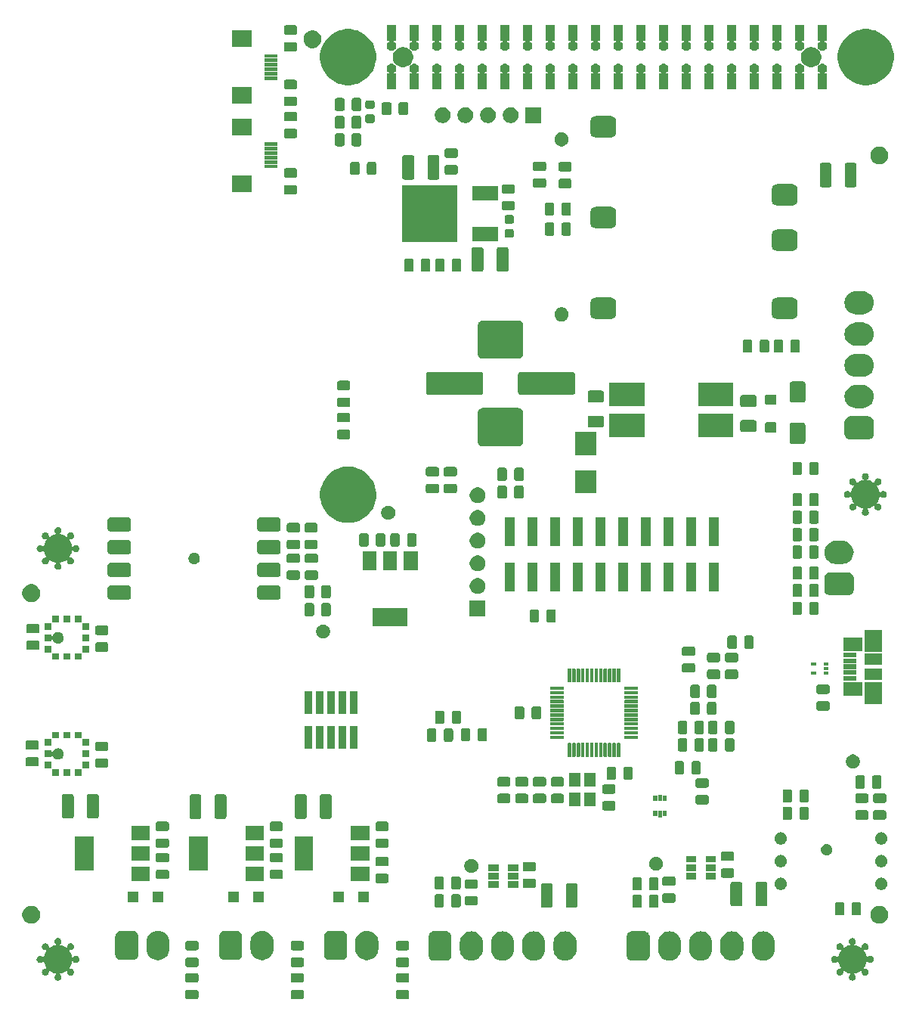
<source format=gbr>
G04 #@! TF.GenerationSoftware,KiCad,Pcbnew,5.1.5-52549c5~86~ubuntu18.04.1*
G04 #@! TF.CreationDate,2020-04-03T22:47:33+02:00*
G04 #@! TF.ProjectId,7001-ventilator_mainboard,37303031-2d76-4656-9e74-696c61746f72,2.0*
G04 #@! TF.SameCoordinates,Original*
G04 #@! TF.FileFunction,Soldermask,Top*
G04 #@! TF.FilePolarity,Negative*
%FSLAX46Y46*%
G04 Gerber Fmt 4.6, Leading zero omitted, Abs format (unit mm)*
G04 Created by KiCad (PCBNEW 5.1.5-52549c5~86~ubuntu18.04.1) date 2020-04-03 22:47:33*
%MOMM*%
%LPD*%
G04 APERTURE LIST*
%ADD10C,0.100000*%
G04 APERTURE END LIST*
D10*
G36*
X86549785Y-208414800D02*
G01*
X86594059Y-208428230D01*
X86634855Y-208450036D01*
X86670616Y-208479384D01*
X86699964Y-208515145D01*
X86721770Y-208555941D01*
X86735200Y-208600215D01*
X86740000Y-208648950D01*
X86740000Y-209226050D01*
X86735200Y-209274785D01*
X86721770Y-209319059D01*
X86699964Y-209359855D01*
X86670616Y-209395616D01*
X86634855Y-209424964D01*
X86594059Y-209446770D01*
X86549785Y-209460200D01*
X86501050Y-209465000D01*
X85498950Y-209465000D01*
X85450215Y-209460200D01*
X85405941Y-209446770D01*
X85365145Y-209424964D01*
X85329384Y-209395616D01*
X85300036Y-209359855D01*
X85278230Y-209319059D01*
X85264800Y-209274785D01*
X85260000Y-209226050D01*
X85260000Y-208648950D01*
X85264800Y-208600215D01*
X85278230Y-208555941D01*
X85300036Y-208515145D01*
X85329384Y-208479384D01*
X85365145Y-208450036D01*
X85405941Y-208428230D01*
X85450215Y-208414800D01*
X85498950Y-208410000D01*
X86501050Y-208410000D01*
X86549785Y-208414800D01*
G37*
G36*
X98349785Y-208414800D02*
G01*
X98394059Y-208428230D01*
X98434855Y-208450036D01*
X98470616Y-208479384D01*
X98499964Y-208515145D01*
X98521770Y-208555941D01*
X98535200Y-208600215D01*
X98540000Y-208648950D01*
X98540000Y-209226050D01*
X98535200Y-209274785D01*
X98521770Y-209319059D01*
X98499964Y-209359855D01*
X98470616Y-209395616D01*
X98434855Y-209424964D01*
X98394059Y-209446770D01*
X98349785Y-209460200D01*
X98301050Y-209465000D01*
X97298950Y-209465000D01*
X97250215Y-209460200D01*
X97205941Y-209446770D01*
X97165145Y-209424964D01*
X97129384Y-209395616D01*
X97100036Y-209359855D01*
X97078230Y-209319059D01*
X97064800Y-209274785D01*
X97060000Y-209226050D01*
X97060000Y-208648950D01*
X97064800Y-208600215D01*
X97078230Y-208555941D01*
X97100036Y-208515145D01*
X97129384Y-208479384D01*
X97165145Y-208450036D01*
X97205941Y-208428230D01*
X97250215Y-208414800D01*
X97298950Y-208410000D01*
X98301050Y-208410000D01*
X98349785Y-208414800D01*
G37*
G36*
X110149785Y-208414800D02*
G01*
X110194059Y-208428230D01*
X110234855Y-208450036D01*
X110270616Y-208479384D01*
X110299964Y-208515145D01*
X110321770Y-208555941D01*
X110335200Y-208600215D01*
X110340000Y-208648950D01*
X110340000Y-209226050D01*
X110335200Y-209274785D01*
X110321770Y-209319059D01*
X110299964Y-209359855D01*
X110270616Y-209395616D01*
X110234855Y-209424964D01*
X110194059Y-209446770D01*
X110149785Y-209460200D01*
X110101050Y-209465000D01*
X109098950Y-209465000D01*
X109050215Y-209460200D01*
X109005941Y-209446770D01*
X108965145Y-209424964D01*
X108929384Y-209395616D01*
X108900036Y-209359855D01*
X108878230Y-209319059D01*
X108864800Y-209274785D01*
X108860000Y-209226050D01*
X108860000Y-208648950D01*
X108864800Y-208600215D01*
X108878230Y-208555941D01*
X108900036Y-208515145D01*
X108929384Y-208479384D01*
X108965145Y-208450036D01*
X109005941Y-208428230D01*
X109050215Y-208414800D01*
X109098950Y-208410000D01*
X110101050Y-208410000D01*
X110149785Y-208414800D01*
G37*
G36*
X110149785Y-206539800D02*
G01*
X110194059Y-206553230D01*
X110234855Y-206575036D01*
X110270616Y-206604384D01*
X110299964Y-206640145D01*
X110321770Y-206680941D01*
X110335200Y-206725215D01*
X110340000Y-206773950D01*
X110340000Y-207351050D01*
X110335200Y-207399785D01*
X110321770Y-207444059D01*
X110299964Y-207484855D01*
X110270616Y-207520616D01*
X110234855Y-207549964D01*
X110194059Y-207571770D01*
X110149785Y-207585200D01*
X110101050Y-207590000D01*
X109098950Y-207590000D01*
X109050215Y-207585200D01*
X109005941Y-207571770D01*
X108965145Y-207549964D01*
X108929384Y-207520616D01*
X108900036Y-207484855D01*
X108878230Y-207444059D01*
X108864800Y-207399785D01*
X108860000Y-207351050D01*
X108860000Y-206773950D01*
X108864800Y-206725215D01*
X108878230Y-206680941D01*
X108900036Y-206640145D01*
X108929384Y-206604384D01*
X108965145Y-206575036D01*
X109005941Y-206553230D01*
X109050215Y-206539800D01*
X109098950Y-206535000D01*
X110101050Y-206535000D01*
X110149785Y-206539800D01*
G37*
G36*
X86549785Y-206539800D02*
G01*
X86594059Y-206553230D01*
X86634855Y-206575036D01*
X86670616Y-206604384D01*
X86699964Y-206640145D01*
X86721770Y-206680941D01*
X86735200Y-206725215D01*
X86740000Y-206773950D01*
X86740000Y-207351050D01*
X86735200Y-207399785D01*
X86721770Y-207444059D01*
X86699964Y-207484855D01*
X86670616Y-207520616D01*
X86634855Y-207549964D01*
X86594059Y-207571770D01*
X86549785Y-207585200D01*
X86501050Y-207590000D01*
X85498950Y-207590000D01*
X85450215Y-207585200D01*
X85405941Y-207571770D01*
X85365145Y-207549964D01*
X85329384Y-207520616D01*
X85300036Y-207484855D01*
X85278230Y-207444059D01*
X85264800Y-207399785D01*
X85260000Y-207351050D01*
X85260000Y-206773950D01*
X85264800Y-206725215D01*
X85278230Y-206680941D01*
X85300036Y-206640145D01*
X85329384Y-206604384D01*
X85365145Y-206575036D01*
X85405941Y-206553230D01*
X85450215Y-206539800D01*
X85498950Y-206535000D01*
X86501050Y-206535000D01*
X86549785Y-206539800D01*
G37*
G36*
X98349785Y-206539800D02*
G01*
X98394059Y-206553230D01*
X98434855Y-206575036D01*
X98470616Y-206604384D01*
X98499964Y-206640145D01*
X98521770Y-206680941D01*
X98535200Y-206725215D01*
X98540000Y-206773950D01*
X98540000Y-207351050D01*
X98535200Y-207399785D01*
X98521770Y-207444059D01*
X98499964Y-207484855D01*
X98470616Y-207520616D01*
X98434855Y-207549964D01*
X98394059Y-207571770D01*
X98349785Y-207585200D01*
X98301050Y-207590000D01*
X97298950Y-207590000D01*
X97250215Y-207585200D01*
X97205941Y-207571770D01*
X97165145Y-207549964D01*
X97129384Y-207520616D01*
X97100036Y-207484855D01*
X97078230Y-207444059D01*
X97064800Y-207399785D01*
X97060000Y-207351050D01*
X97060000Y-206773950D01*
X97064800Y-206725215D01*
X97078230Y-206680941D01*
X97100036Y-206640145D01*
X97129384Y-206604384D01*
X97165145Y-206575036D01*
X97205941Y-206553230D01*
X97250215Y-206539800D01*
X97298950Y-206535000D01*
X98301050Y-206535000D01*
X98349785Y-206539800D01*
G37*
G36*
X160113760Y-202624988D02*
G01*
X160184731Y-202654385D01*
X160248611Y-202697068D01*
X160302932Y-202751389D01*
X160345615Y-202815269D01*
X160375012Y-202886240D01*
X160390000Y-202961587D01*
X160390000Y-203038413D01*
X160375012Y-203113760D01*
X160345615Y-203184731D01*
X160345613Y-203184734D01*
X160302933Y-203248610D01*
X160248610Y-203302933D01*
X160226182Y-203317919D01*
X160217850Y-203324757D01*
X160211011Y-203333092D01*
X160205928Y-203342601D01*
X160202799Y-203352918D01*
X160201742Y-203363648D01*
X160202799Y-203374378D01*
X160205929Y-203384695D01*
X160211011Y-203394204D01*
X160217851Y-203402538D01*
X160226186Y-203409377D01*
X160235695Y-203414460D01*
X160246009Y-203417588D01*
X160466703Y-203461487D01*
X160757884Y-203582098D01*
X160857858Y-203648899D01*
X160944978Y-203707110D01*
X160954487Y-203712193D01*
X160964804Y-203715322D01*
X160975534Y-203716379D01*
X160986264Y-203715322D01*
X160996581Y-203712192D01*
X161006090Y-203707110D01*
X161014424Y-203700270D01*
X161021264Y-203691936D01*
X161026347Y-203682427D01*
X161029476Y-203672110D01*
X161030533Y-203661380D01*
X161029476Y-203650649D01*
X161024214Y-203624197D01*
X161024214Y-203547373D01*
X161039202Y-203472026D01*
X161068599Y-203401055D01*
X161086424Y-203374378D01*
X161111281Y-203337176D01*
X161165604Y-203282853D01*
X161229480Y-203240173D01*
X161229483Y-203240171D01*
X161300454Y-203210774D01*
X161375801Y-203195786D01*
X161452627Y-203195786D01*
X161527974Y-203210774D01*
X161598945Y-203240171D01*
X161598948Y-203240173D01*
X161662824Y-203282853D01*
X161717147Y-203337176D01*
X161742004Y-203374378D01*
X161759829Y-203401055D01*
X161789226Y-203472026D01*
X161804214Y-203547373D01*
X161804214Y-203624199D01*
X161789226Y-203699546D01*
X161759829Y-203770517D01*
X161759827Y-203770520D01*
X161717147Y-203834396D01*
X161662824Y-203888719D01*
X161615086Y-203920616D01*
X161598945Y-203931401D01*
X161527974Y-203960798D01*
X161452627Y-203975786D01*
X161375802Y-203975786D01*
X161349347Y-203970524D01*
X161338621Y-203969467D01*
X161327891Y-203970524D01*
X161317574Y-203973653D01*
X161308065Y-203978735D01*
X161299730Y-203985575D01*
X161292891Y-203993909D01*
X161287808Y-204003418D01*
X161284678Y-204013735D01*
X161283621Y-204024465D01*
X161284678Y-204035195D01*
X161287807Y-204045512D01*
X161292890Y-204055022D01*
X161324870Y-204102884D01*
X161417902Y-204242116D01*
X161538513Y-204533297D01*
X161581894Y-204751389D01*
X161582411Y-204753989D01*
X161585541Y-204764306D01*
X161590623Y-204773815D01*
X161597463Y-204782149D01*
X161605797Y-204788989D01*
X161615306Y-204794071D01*
X161625623Y-204797201D01*
X161636353Y-204798258D01*
X161647083Y-204797201D01*
X161657400Y-204794071D01*
X161666909Y-204788989D01*
X161675243Y-204782149D01*
X161682083Y-204773816D01*
X161697067Y-204751390D01*
X161751390Y-204697067D01*
X161815266Y-204654387D01*
X161815269Y-204654385D01*
X161886240Y-204624988D01*
X161961587Y-204610000D01*
X162038413Y-204610000D01*
X162113760Y-204624988D01*
X162184731Y-204654385D01*
X162184734Y-204654387D01*
X162248610Y-204697067D01*
X162302933Y-204751390D01*
X162334249Y-204798258D01*
X162345615Y-204815269D01*
X162375012Y-204886240D01*
X162390000Y-204961587D01*
X162390000Y-205038413D01*
X162375012Y-205113760D01*
X162345615Y-205184731D01*
X162345613Y-205184734D01*
X162304670Y-205246011D01*
X162302932Y-205248611D01*
X162248611Y-205302932D01*
X162184731Y-205345615D01*
X162113760Y-205375012D01*
X162038413Y-205390000D01*
X161961587Y-205390000D01*
X161886240Y-205375012D01*
X161815269Y-205345615D01*
X161751389Y-205302932D01*
X161697067Y-205248610D01*
X161682081Y-205226182D01*
X161675243Y-205217850D01*
X161666908Y-205211011D01*
X161657399Y-205205928D01*
X161647082Y-205202799D01*
X161636352Y-205201742D01*
X161625622Y-205202799D01*
X161615305Y-205205929D01*
X161605796Y-205211011D01*
X161597462Y-205217851D01*
X161590623Y-205226186D01*
X161585540Y-205235695D01*
X161582412Y-205246009D01*
X161538513Y-205466703D01*
X161452323Y-205674785D01*
X161422087Y-205747782D01*
X161417902Y-205757884D01*
X161359744Y-205844923D01*
X161292890Y-205944978D01*
X161287807Y-205954487D01*
X161284678Y-205964804D01*
X161283621Y-205975534D01*
X161284678Y-205986264D01*
X161287808Y-205996581D01*
X161292890Y-206006090D01*
X161299730Y-206014424D01*
X161308064Y-206021264D01*
X161317573Y-206026347D01*
X161327890Y-206029476D01*
X161338620Y-206030533D01*
X161349347Y-206029476D01*
X161375802Y-206024214D01*
X161452627Y-206024214D01*
X161527974Y-206039202D01*
X161598945Y-206068599D01*
X161662825Y-206111282D01*
X161717146Y-206165603D01*
X161759829Y-206229483D01*
X161789226Y-206300454D01*
X161804214Y-206375801D01*
X161804214Y-206452627D01*
X161789226Y-206527974D01*
X161759829Y-206598945D01*
X161759827Y-206598948D01*
X161717147Y-206662824D01*
X161662824Y-206717147D01*
X161611575Y-206751390D01*
X161598945Y-206759829D01*
X161527974Y-206789226D01*
X161452627Y-206804214D01*
X161375801Y-206804214D01*
X161300454Y-206789226D01*
X161229483Y-206759829D01*
X161216853Y-206751390D01*
X161165604Y-206717147D01*
X161111281Y-206662824D01*
X161068601Y-206598948D01*
X161068599Y-206598945D01*
X161039202Y-206527974D01*
X161024214Y-206452627D01*
X161024214Y-206375803D01*
X161029476Y-206349351D01*
X161030533Y-206338621D01*
X161029476Y-206327891D01*
X161026347Y-206317574D01*
X161021265Y-206308065D01*
X161014425Y-206299730D01*
X161006091Y-206292891D01*
X160996582Y-206287808D01*
X160986265Y-206284678D01*
X160975535Y-206283621D01*
X160964805Y-206284678D01*
X160954488Y-206287807D01*
X160944978Y-206292890D01*
X160892595Y-206327891D01*
X160757884Y-206417902D01*
X160466703Y-206538513D01*
X160246009Y-206582412D01*
X160235694Y-206585541D01*
X160226185Y-206590623D01*
X160217851Y-206597463D01*
X160211011Y-206605797D01*
X160205929Y-206615306D01*
X160202799Y-206625623D01*
X160201742Y-206636353D01*
X160202799Y-206647083D01*
X160205929Y-206657400D01*
X160211011Y-206666909D01*
X160217851Y-206675243D01*
X160226182Y-206682081D01*
X160248610Y-206697067D01*
X160302933Y-206751390D01*
X160338228Y-206804214D01*
X160345615Y-206815269D01*
X160375012Y-206886240D01*
X160390000Y-206961587D01*
X160390000Y-207038413D01*
X160375012Y-207113760D01*
X160345615Y-207184731D01*
X160302932Y-207248611D01*
X160248611Y-207302932D01*
X160184731Y-207345615D01*
X160113760Y-207375012D01*
X160038413Y-207390000D01*
X159961587Y-207390000D01*
X159886240Y-207375012D01*
X159815269Y-207345615D01*
X159751389Y-207302932D01*
X159697068Y-207248611D01*
X159654385Y-207184731D01*
X159624988Y-207113760D01*
X159610000Y-207038413D01*
X159610000Y-206961587D01*
X159624988Y-206886240D01*
X159654385Y-206815269D01*
X159661772Y-206804214D01*
X159697067Y-206751390D01*
X159751390Y-206697067D01*
X159773818Y-206682081D01*
X159782150Y-206675243D01*
X159788989Y-206666908D01*
X159794072Y-206657399D01*
X159797201Y-206647082D01*
X159798258Y-206636352D01*
X159797201Y-206625622D01*
X159794071Y-206615305D01*
X159788989Y-206605796D01*
X159782149Y-206597462D01*
X159773814Y-206590623D01*
X159764305Y-206585540D01*
X159753991Y-206582412D01*
X159533297Y-206538513D01*
X159242116Y-206417902D01*
X159107405Y-206327891D01*
X159055022Y-206292890D01*
X159045513Y-206287807D01*
X159035196Y-206284678D01*
X159024466Y-206283621D01*
X159013736Y-206284678D01*
X159003419Y-206287808D01*
X158993910Y-206292890D01*
X158985576Y-206299730D01*
X158978736Y-206308064D01*
X158973653Y-206317573D01*
X158970524Y-206327890D01*
X158969467Y-206338620D01*
X158970524Y-206349351D01*
X158975786Y-206375803D01*
X158975786Y-206452627D01*
X158960798Y-206527974D01*
X158931401Y-206598945D01*
X158931399Y-206598948D01*
X158888719Y-206662824D01*
X158834396Y-206717147D01*
X158783147Y-206751390D01*
X158770517Y-206759829D01*
X158699546Y-206789226D01*
X158624199Y-206804214D01*
X158547373Y-206804214D01*
X158472026Y-206789226D01*
X158401055Y-206759829D01*
X158388425Y-206751390D01*
X158337176Y-206717147D01*
X158282853Y-206662824D01*
X158240173Y-206598948D01*
X158240171Y-206598945D01*
X158210774Y-206527974D01*
X158195786Y-206452627D01*
X158195786Y-206375801D01*
X158210774Y-206300454D01*
X158240171Y-206229483D01*
X158282854Y-206165603D01*
X158337175Y-206111282D01*
X158401055Y-206068599D01*
X158472026Y-206039202D01*
X158547373Y-206024214D01*
X158624198Y-206024214D01*
X158650653Y-206029476D01*
X158661379Y-206030533D01*
X158672109Y-206029476D01*
X158682426Y-206026347D01*
X158691935Y-206021265D01*
X158700270Y-206014425D01*
X158707109Y-206006091D01*
X158712192Y-205996582D01*
X158715322Y-205986265D01*
X158716379Y-205975535D01*
X158715322Y-205964805D01*
X158712193Y-205954488D01*
X158707110Y-205944978D01*
X158640256Y-205844923D01*
X158582098Y-205757884D01*
X158577914Y-205747782D01*
X158547677Y-205674785D01*
X158461487Y-205466703D01*
X158417588Y-205246009D01*
X158414459Y-205235694D01*
X158409377Y-205226185D01*
X158402537Y-205217851D01*
X158394203Y-205211011D01*
X158384694Y-205205929D01*
X158374377Y-205202799D01*
X158363647Y-205201742D01*
X158352917Y-205202799D01*
X158342600Y-205205929D01*
X158333091Y-205211011D01*
X158324757Y-205217851D01*
X158317919Y-205226182D01*
X158302933Y-205248610D01*
X158248611Y-205302932D01*
X158184731Y-205345615D01*
X158113760Y-205375012D01*
X158038413Y-205390000D01*
X157961587Y-205390000D01*
X157886240Y-205375012D01*
X157815269Y-205345615D01*
X157751389Y-205302932D01*
X157697068Y-205248611D01*
X157695331Y-205246011D01*
X157654387Y-205184734D01*
X157654385Y-205184731D01*
X157624988Y-205113760D01*
X157610000Y-205038413D01*
X157610000Y-204961587D01*
X157624988Y-204886240D01*
X157654385Y-204815269D01*
X157665751Y-204798258D01*
X157697067Y-204751390D01*
X157751390Y-204697067D01*
X157815266Y-204654387D01*
X157815269Y-204654385D01*
X157886240Y-204624988D01*
X157961587Y-204610000D01*
X158038413Y-204610000D01*
X158113760Y-204624988D01*
X158184731Y-204654385D01*
X158184734Y-204654387D01*
X158248610Y-204697067D01*
X158302933Y-204751390D01*
X158317917Y-204773816D01*
X158324757Y-204782150D01*
X158333092Y-204788989D01*
X158342601Y-204794072D01*
X158352918Y-204797201D01*
X158363648Y-204798258D01*
X158374378Y-204797201D01*
X158384695Y-204794071D01*
X158394204Y-204788989D01*
X158402538Y-204782149D01*
X158409377Y-204773814D01*
X158414460Y-204764305D01*
X158417589Y-204753989D01*
X158418106Y-204751389D01*
X158461487Y-204533297D01*
X158582098Y-204242116D01*
X158675130Y-204102884D01*
X158707110Y-204055022D01*
X158712193Y-204045513D01*
X158715322Y-204035196D01*
X158716379Y-204024466D01*
X158715322Y-204013736D01*
X158712192Y-204003419D01*
X158707110Y-203993910D01*
X158700270Y-203985576D01*
X158691936Y-203978736D01*
X158682427Y-203973653D01*
X158672110Y-203970524D01*
X158661380Y-203969467D01*
X158650653Y-203970524D01*
X158624198Y-203975786D01*
X158547373Y-203975786D01*
X158472026Y-203960798D01*
X158401055Y-203931401D01*
X158384914Y-203920616D01*
X158337176Y-203888719D01*
X158282853Y-203834396D01*
X158240173Y-203770520D01*
X158240171Y-203770517D01*
X158210774Y-203699546D01*
X158195786Y-203624199D01*
X158195786Y-203547373D01*
X158210774Y-203472026D01*
X158240171Y-203401055D01*
X158257996Y-203374378D01*
X158282853Y-203337176D01*
X158337176Y-203282853D01*
X158401052Y-203240173D01*
X158401055Y-203240171D01*
X158472026Y-203210774D01*
X158547373Y-203195786D01*
X158624199Y-203195786D01*
X158699546Y-203210774D01*
X158770517Y-203240171D01*
X158770520Y-203240173D01*
X158834396Y-203282853D01*
X158888719Y-203337176D01*
X158913576Y-203374378D01*
X158931401Y-203401055D01*
X158960798Y-203472026D01*
X158975786Y-203547373D01*
X158975786Y-203624197D01*
X158970524Y-203650649D01*
X158969467Y-203661379D01*
X158970524Y-203672109D01*
X158973653Y-203682426D01*
X158978735Y-203691935D01*
X158985575Y-203700270D01*
X158993909Y-203707109D01*
X159003418Y-203712192D01*
X159013735Y-203715322D01*
X159024465Y-203716379D01*
X159035195Y-203715322D01*
X159045512Y-203712193D01*
X159055022Y-203707110D01*
X159142142Y-203648899D01*
X159242116Y-203582098D01*
X159533297Y-203461487D01*
X159753991Y-203417588D01*
X159764306Y-203414459D01*
X159773815Y-203409377D01*
X159782149Y-203402537D01*
X159788989Y-203394203D01*
X159794071Y-203384694D01*
X159797201Y-203374377D01*
X159798258Y-203363647D01*
X159797201Y-203352917D01*
X159794071Y-203342600D01*
X159788989Y-203333091D01*
X159782149Y-203324757D01*
X159773818Y-203317919D01*
X159751390Y-203302933D01*
X159697067Y-203248610D01*
X159654387Y-203184734D01*
X159654385Y-203184731D01*
X159624988Y-203113760D01*
X159610000Y-203038413D01*
X159610000Y-202961587D01*
X159624988Y-202886240D01*
X159654385Y-202815269D01*
X159697068Y-202751389D01*
X159751389Y-202697068D01*
X159815269Y-202654385D01*
X159886240Y-202624988D01*
X159961587Y-202610000D01*
X160038413Y-202610000D01*
X160113760Y-202624988D01*
G37*
G36*
X71113760Y-202624988D02*
G01*
X71184731Y-202654385D01*
X71248611Y-202697068D01*
X71302932Y-202751389D01*
X71345615Y-202815269D01*
X71375012Y-202886240D01*
X71390000Y-202961587D01*
X71390000Y-203038413D01*
X71375012Y-203113760D01*
X71345615Y-203184731D01*
X71345613Y-203184734D01*
X71302933Y-203248610D01*
X71248610Y-203302933D01*
X71226182Y-203317919D01*
X71217850Y-203324757D01*
X71211011Y-203333092D01*
X71205928Y-203342601D01*
X71202799Y-203352918D01*
X71201742Y-203363648D01*
X71202799Y-203374378D01*
X71205929Y-203384695D01*
X71211011Y-203394204D01*
X71217851Y-203402538D01*
X71226186Y-203409377D01*
X71235695Y-203414460D01*
X71246009Y-203417588D01*
X71466703Y-203461487D01*
X71757884Y-203582098D01*
X71857858Y-203648899D01*
X71944978Y-203707110D01*
X71954487Y-203712193D01*
X71964804Y-203715322D01*
X71975534Y-203716379D01*
X71986264Y-203715322D01*
X71996581Y-203712192D01*
X72006090Y-203707110D01*
X72014424Y-203700270D01*
X72021264Y-203691936D01*
X72026347Y-203682427D01*
X72029476Y-203672110D01*
X72030533Y-203661380D01*
X72029476Y-203650649D01*
X72024214Y-203624197D01*
X72024214Y-203547373D01*
X72039202Y-203472026D01*
X72068599Y-203401055D01*
X72086424Y-203374378D01*
X72111281Y-203337176D01*
X72165604Y-203282853D01*
X72229480Y-203240173D01*
X72229483Y-203240171D01*
X72300454Y-203210774D01*
X72375801Y-203195786D01*
X72452627Y-203195786D01*
X72527974Y-203210774D01*
X72598945Y-203240171D01*
X72598948Y-203240173D01*
X72662824Y-203282853D01*
X72717147Y-203337176D01*
X72742004Y-203374378D01*
X72759829Y-203401055D01*
X72789226Y-203472026D01*
X72804214Y-203547373D01*
X72804214Y-203624199D01*
X72789226Y-203699546D01*
X72759829Y-203770517D01*
X72759827Y-203770520D01*
X72717147Y-203834396D01*
X72662824Y-203888719D01*
X72615086Y-203920616D01*
X72598945Y-203931401D01*
X72527974Y-203960798D01*
X72452627Y-203975786D01*
X72375802Y-203975786D01*
X72349347Y-203970524D01*
X72338621Y-203969467D01*
X72327891Y-203970524D01*
X72317574Y-203973653D01*
X72308065Y-203978735D01*
X72299730Y-203985575D01*
X72292891Y-203993909D01*
X72287808Y-204003418D01*
X72284678Y-204013735D01*
X72283621Y-204024465D01*
X72284678Y-204035195D01*
X72287807Y-204045512D01*
X72292890Y-204055022D01*
X72324870Y-204102884D01*
X72417902Y-204242116D01*
X72538513Y-204533297D01*
X72581894Y-204751389D01*
X72582411Y-204753989D01*
X72585541Y-204764306D01*
X72590623Y-204773815D01*
X72597463Y-204782149D01*
X72605797Y-204788989D01*
X72615306Y-204794071D01*
X72625623Y-204797201D01*
X72636353Y-204798258D01*
X72647083Y-204797201D01*
X72657400Y-204794071D01*
X72666909Y-204788989D01*
X72675243Y-204782149D01*
X72682083Y-204773816D01*
X72697067Y-204751390D01*
X72751390Y-204697067D01*
X72815266Y-204654387D01*
X72815269Y-204654385D01*
X72886240Y-204624988D01*
X72961587Y-204610000D01*
X73038413Y-204610000D01*
X73113760Y-204624988D01*
X73184731Y-204654385D01*
X73184734Y-204654387D01*
X73248610Y-204697067D01*
X73302933Y-204751390D01*
X73334249Y-204798258D01*
X73345615Y-204815269D01*
X73375012Y-204886240D01*
X73390000Y-204961587D01*
X73390000Y-205038413D01*
X73375012Y-205113760D01*
X73345615Y-205184731D01*
X73345613Y-205184734D01*
X73304670Y-205246011D01*
X73302932Y-205248611D01*
X73248611Y-205302932D01*
X73184731Y-205345615D01*
X73113760Y-205375012D01*
X73038413Y-205390000D01*
X72961587Y-205390000D01*
X72886240Y-205375012D01*
X72815269Y-205345615D01*
X72751389Y-205302932D01*
X72697067Y-205248610D01*
X72682081Y-205226182D01*
X72675243Y-205217850D01*
X72666908Y-205211011D01*
X72657399Y-205205928D01*
X72647082Y-205202799D01*
X72636352Y-205201742D01*
X72625622Y-205202799D01*
X72615305Y-205205929D01*
X72605796Y-205211011D01*
X72597462Y-205217851D01*
X72590623Y-205226186D01*
X72585540Y-205235695D01*
X72582412Y-205246009D01*
X72538513Y-205466703D01*
X72452323Y-205674785D01*
X72422087Y-205747782D01*
X72417902Y-205757884D01*
X72359744Y-205844923D01*
X72292890Y-205944978D01*
X72287807Y-205954487D01*
X72284678Y-205964804D01*
X72283621Y-205975534D01*
X72284678Y-205986264D01*
X72287808Y-205996581D01*
X72292890Y-206006090D01*
X72299730Y-206014424D01*
X72308064Y-206021264D01*
X72317573Y-206026347D01*
X72327890Y-206029476D01*
X72338620Y-206030533D01*
X72349347Y-206029476D01*
X72375802Y-206024214D01*
X72452627Y-206024214D01*
X72527974Y-206039202D01*
X72598945Y-206068599D01*
X72662825Y-206111282D01*
X72717146Y-206165603D01*
X72759829Y-206229483D01*
X72789226Y-206300454D01*
X72804214Y-206375801D01*
X72804214Y-206452627D01*
X72789226Y-206527974D01*
X72759829Y-206598945D01*
X72759827Y-206598948D01*
X72717147Y-206662824D01*
X72662824Y-206717147D01*
X72611575Y-206751390D01*
X72598945Y-206759829D01*
X72527974Y-206789226D01*
X72452627Y-206804214D01*
X72375801Y-206804214D01*
X72300454Y-206789226D01*
X72229483Y-206759829D01*
X72216853Y-206751390D01*
X72165604Y-206717147D01*
X72111281Y-206662824D01*
X72068601Y-206598948D01*
X72068599Y-206598945D01*
X72039202Y-206527974D01*
X72024214Y-206452627D01*
X72024214Y-206375803D01*
X72029476Y-206349351D01*
X72030533Y-206338621D01*
X72029476Y-206327891D01*
X72026347Y-206317574D01*
X72021265Y-206308065D01*
X72014425Y-206299730D01*
X72006091Y-206292891D01*
X71996582Y-206287808D01*
X71986265Y-206284678D01*
X71975535Y-206283621D01*
X71964805Y-206284678D01*
X71954488Y-206287807D01*
X71944978Y-206292890D01*
X71892595Y-206327891D01*
X71757884Y-206417902D01*
X71466703Y-206538513D01*
X71246009Y-206582412D01*
X71235694Y-206585541D01*
X71226185Y-206590623D01*
X71217851Y-206597463D01*
X71211011Y-206605797D01*
X71205929Y-206615306D01*
X71202799Y-206625623D01*
X71201742Y-206636353D01*
X71202799Y-206647083D01*
X71205929Y-206657400D01*
X71211011Y-206666909D01*
X71217851Y-206675243D01*
X71226182Y-206682081D01*
X71248610Y-206697067D01*
X71302933Y-206751390D01*
X71338228Y-206804214D01*
X71345615Y-206815269D01*
X71375012Y-206886240D01*
X71390000Y-206961587D01*
X71390000Y-207038413D01*
X71375012Y-207113760D01*
X71345615Y-207184731D01*
X71302932Y-207248611D01*
X71248611Y-207302932D01*
X71184731Y-207345615D01*
X71113760Y-207375012D01*
X71038413Y-207390000D01*
X70961587Y-207390000D01*
X70886240Y-207375012D01*
X70815269Y-207345615D01*
X70751389Y-207302932D01*
X70697068Y-207248611D01*
X70654385Y-207184731D01*
X70624988Y-207113760D01*
X70610000Y-207038413D01*
X70610000Y-206961587D01*
X70624988Y-206886240D01*
X70654385Y-206815269D01*
X70661772Y-206804214D01*
X70697067Y-206751390D01*
X70751390Y-206697067D01*
X70773818Y-206682081D01*
X70782150Y-206675243D01*
X70788989Y-206666908D01*
X70794072Y-206657399D01*
X70797201Y-206647082D01*
X70798258Y-206636352D01*
X70797201Y-206625622D01*
X70794071Y-206615305D01*
X70788989Y-206605796D01*
X70782149Y-206597462D01*
X70773814Y-206590623D01*
X70764305Y-206585540D01*
X70753991Y-206582412D01*
X70533297Y-206538513D01*
X70242116Y-206417902D01*
X70107405Y-206327891D01*
X70055022Y-206292890D01*
X70045513Y-206287807D01*
X70035196Y-206284678D01*
X70024466Y-206283621D01*
X70013736Y-206284678D01*
X70003419Y-206287808D01*
X69993910Y-206292890D01*
X69985576Y-206299730D01*
X69978736Y-206308064D01*
X69973653Y-206317573D01*
X69970524Y-206327890D01*
X69969467Y-206338620D01*
X69970524Y-206349351D01*
X69975786Y-206375803D01*
X69975786Y-206452627D01*
X69960798Y-206527974D01*
X69931401Y-206598945D01*
X69931399Y-206598948D01*
X69888719Y-206662824D01*
X69834396Y-206717147D01*
X69783147Y-206751390D01*
X69770517Y-206759829D01*
X69699546Y-206789226D01*
X69624199Y-206804214D01*
X69547373Y-206804214D01*
X69472026Y-206789226D01*
X69401055Y-206759829D01*
X69388425Y-206751390D01*
X69337176Y-206717147D01*
X69282853Y-206662824D01*
X69240173Y-206598948D01*
X69240171Y-206598945D01*
X69210774Y-206527974D01*
X69195786Y-206452627D01*
X69195786Y-206375801D01*
X69210774Y-206300454D01*
X69240171Y-206229483D01*
X69282854Y-206165603D01*
X69337175Y-206111282D01*
X69401055Y-206068599D01*
X69472026Y-206039202D01*
X69547373Y-206024214D01*
X69624198Y-206024214D01*
X69650653Y-206029476D01*
X69661379Y-206030533D01*
X69672109Y-206029476D01*
X69682426Y-206026347D01*
X69691935Y-206021265D01*
X69700270Y-206014425D01*
X69707109Y-206006091D01*
X69712192Y-205996582D01*
X69715322Y-205986265D01*
X69716379Y-205975535D01*
X69715322Y-205964805D01*
X69712193Y-205954488D01*
X69707110Y-205944978D01*
X69640256Y-205844923D01*
X69582098Y-205757884D01*
X69577914Y-205747782D01*
X69547677Y-205674785D01*
X69461487Y-205466703D01*
X69417588Y-205246009D01*
X69414459Y-205235694D01*
X69409377Y-205226185D01*
X69402537Y-205217851D01*
X69394203Y-205211011D01*
X69384694Y-205205929D01*
X69374377Y-205202799D01*
X69363647Y-205201742D01*
X69352917Y-205202799D01*
X69342600Y-205205929D01*
X69333091Y-205211011D01*
X69324757Y-205217851D01*
X69317919Y-205226182D01*
X69302933Y-205248610D01*
X69248611Y-205302932D01*
X69184731Y-205345615D01*
X69113760Y-205375012D01*
X69038413Y-205390000D01*
X68961587Y-205390000D01*
X68886240Y-205375012D01*
X68815269Y-205345615D01*
X68751389Y-205302932D01*
X68697068Y-205248611D01*
X68695331Y-205246011D01*
X68654387Y-205184734D01*
X68654385Y-205184731D01*
X68624988Y-205113760D01*
X68610000Y-205038413D01*
X68610000Y-204961587D01*
X68624988Y-204886240D01*
X68654385Y-204815269D01*
X68665751Y-204798258D01*
X68697067Y-204751390D01*
X68751390Y-204697067D01*
X68815266Y-204654387D01*
X68815269Y-204654385D01*
X68886240Y-204624988D01*
X68961587Y-204610000D01*
X69038413Y-204610000D01*
X69113760Y-204624988D01*
X69184731Y-204654385D01*
X69184734Y-204654387D01*
X69248610Y-204697067D01*
X69302933Y-204751390D01*
X69317917Y-204773816D01*
X69324757Y-204782150D01*
X69333092Y-204788989D01*
X69342601Y-204794072D01*
X69352918Y-204797201D01*
X69363648Y-204798258D01*
X69374378Y-204797201D01*
X69384695Y-204794071D01*
X69394204Y-204788989D01*
X69402538Y-204782149D01*
X69409377Y-204773814D01*
X69414460Y-204764305D01*
X69417589Y-204753989D01*
X69418106Y-204751389D01*
X69461487Y-204533297D01*
X69582098Y-204242116D01*
X69675130Y-204102884D01*
X69707110Y-204055022D01*
X69712193Y-204045513D01*
X69715322Y-204035196D01*
X69716379Y-204024466D01*
X69715322Y-204013736D01*
X69712192Y-204003419D01*
X69707110Y-203993910D01*
X69700270Y-203985576D01*
X69691936Y-203978736D01*
X69682427Y-203973653D01*
X69672110Y-203970524D01*
X69661380Y-203969467D01*
X69650653Y-203970524D01*
X69624198Y-203975786D01*
X69547373Y-203975786D01*
X69472026Y-203960798D01*
X69401055Y-203931401D01*
X69384914Y-203920616D01*
X69337176Y-203888719D01*
X69282853Y-203834396D01*
X69240173Y-203770520D01*
X69240171Y-203770517D01*
X69210774Y-203699546D01*
X69195786Y-203624199D01*
X69195786Y-203547373D01*
X69210774Y-203472026D01*
X69240171Y-203401055D01*
X69257996Y-203374378D01*
X69282853Y-203337176D01*
X69337176Y-203282853D01*
X69401052Y-203240173D01*
X69401055Y-203240171D01*
X69472026Y-203210774D01*
X69547373Y-203195786D01*
X69624199Y-203195786D01*
X69699546Y-203210774D01*
X69770517Y-203240171D01*
X69770520Y-203240173D01*
X69834396Y-203282853D01*
X69888719Y-203337176D01*
X69913576Y-203374378D01*
X69931401Y-203401055D01*
X69960798Y-203472026D01*
X69975786Y-203547373D01*
X69975786Y-203624197D01*
X69970524Y-203650649D01*
X69969467Y-203661379D01*
X69970524Y-203672109D01*
X69973653Y-203682426D01*
X69978735Y-203691935D01*
X69985575Y-203700270D01*
X69993909Y-203707109D01*
X70003418Y-203712192D01*
X70013735Y-203715322D01*
X70024465Y-203716379D01*
X70035195Y-203715322D01*
X70045512Y-203712193D01*
X70055022Y-203707110D01*
X70142142Y-203648899D01*
X70242116Y-203582098D01*
X70533297Y-203461487D01*
X70753991Y-203417588D01*
X70764306Y-203414459D01*
X70773815Y-203409377D01*
X70782149Y-203402537D01*
X70788989Y-203394203D01*
X70794071Y-203384694D01*
X70797201Y-203374377D01*
X70798258Y-203363647D01*
X70797201Y-203352917D01*
X70794071Y-203342600D01*
X70788989Y-203333091D01*
X70782149Y-203324757D01*
X70773818Y-203317919D01*
X70751390Y-203302933D01*
X70697067Y-203248610D01*
X70654387Y-203184734D01*
X70654385Y-203184731D01*
X70624988Y-203113760D01*
X70610000Y-203038413D01*
X70610000Y-202961587D01*
X70624988Y-202886240D01*
X70654385Y-202815269D01*
X70697068Y-202751389D01*
X70751389Y-202697068D01*
X70815269Y-202654385D01*
X70886240Y-202624988D01*
X70961587Y-202610000D01*
X71038413Y-202610000D01*
X71113760Y-202624988D01*
G37*
G36*
X98349785Y-204814800D02*
G01*
X98394059Y-204828230D01*
X98434855Y-204850036D01*
X98470616Y-204879384D01*
X98499964Y-204915145D01*
X98521770Y-204955941D01*
X98535200Y-205000215D01*
X98540000Y-205048950D01*
X98540000Y-205626050D01*
X98535200Y-205674785D01*
X98521770Y-205719059D01*
X98499964Y-205759855D01*
X98470616Y-205795616D01*
X98434855Y-205824964D01*
X98394059Y-205846770D01*
X98349785Y-205860200D01*
X98301050Y-205865000D01*
X97298950Y-205865000D01*
X97250215Y-205860200D01*
X97205941Y-205846770D01*
X97165145Y-205824964D01*
X97129384Y-205795616D01*
X97100036Y-205759855D01*
X97078230Y-205719059D01*
X97064800Y-205674785D01*
X97060000Y-205626050D01*
X97060000Y-205048950D01*
X97064800Y-205000215D01*
X97078230Y-204955941D01*
X97100036Y-204915145D01*
X97129384Y-204879384D01*
X97165145Y-204850036D01*
X97205941Y-204828230D01*
X97250215Y-204814800D01*
X97298950Y-204810000D01*
X98301050Y-204810000D01*
X98349785Y-204814800D01*
G37*
G36*
X86549785Y-204814800D02*
G01*
X86594059Y-204828230D01*
X86634855Y-204850036D01*
X86670616Y-204879384D01*
X86699964Y-204915145D01*
X86721770Y-204955941D01*
X86735200Y-205000215D01*
X86740000Y-205048950D01*
X86740000Y-205626050D01*
X86735200Y-205674785D01*
X86721770Y-205719059D01*
X86699964Y-205759855D01*
X86670616Y-205795616D01*
X86634855Y-205824964D01*
X86594059Y-205846770D01*
X86549785Y-205860200D01*
X86501050Y-205865000D01*
X85498950Y-205865000D01*
X85450215Y-205860200D01*
X85405941Y-205846770D01*
X85365145Y-205824964D01*
X85329384Y-205795616D01*
X85300036Y-205759855D01*
X85278230Y-205719059D01*
X85264800Y-205674785D01*
X85260000Y-205626050D01*
X85260000Y-205048950D01*
X85264800Y-205000215D01*
X85278230Y-204955941D01*
X85300036Y-204915145D01*
X85329384Y-204879384D01*
X85365145Y-204850036D01*
X85405941Y-204828230D01*
X85450215Y-204814800D01*
X85498950Y-204810000D01*
X86501050Y-204810000D01*
X86549785Y-204814800D01*
G37*
G36*
X110149785Y-204814800D02*
G01*
X110194059Y-204828230D01*
X110234855Y-204850036D01*
X110270616Y-204879384D01*
X110299964Y-204915145D01*
X110321770Y-204955941D01*
X110335200Y-205000215D01*
X110340000Y-205048950D01*
X110340000Y-205626050D01*
X110335200Y-205674785D01*
X110321770Y-205719059D01*
X110299964Y-205759855D01*
X110270616Y-205795616D01*
X110234855Y-205824964D01*
X110194059Y-205846770D01*
X110149785Y-205860200D01*
X110101050Y-205865000D01*
X109098950Y-205865000D01*
X109050215Y-205860200D01*
X109005941Y-205846770D01*
X108965145Y-205824964D01*
X108929384Y-205795616D01*
X108900036Y-205759855D01*
X108878230Y-205719059D01*
X108864800Y-205674785D01*
X108860000Y-205626050D01*
X108860000Y-205048950D01*
X108864800Y-205000215D01*
X108878230Y-204955941D01*
X108900036Y-204915145D01*
X108929384Y-204879384D01*
X108965145Y-204850036D01*
X109005941Y-204828230D01*
X109050215Y-204814800D01*
X109098950Y-204810000D01*
X110101050Y-204810000D01*
X110149785Y-204814800D01*
G37*
G36*
X128052883Y-201878666D02*
G01*
X128296049Y-201952429D01*
X128520152Y-202072215D01*
X128716581Y-202233419D01*
X128877785Y-202429847D01*
X128997571Y-202653950D01*
X129071334Y-202897116D01*
X129090000Y-203086634D01*
X129090000Y-203913365D01*
X129071334Y-204102883D01*
X128997571Y-204346050D01*
X128877785Y-204570153D01*
X128716581Y-204766581D01*
X128520153Y-204927785D01*
X128296050Y-205047571D01*
X128052884Y-205121334D01*
X127800000Y-205146241D01*
X127547117Y-205121334D01*
X127303951Y-205047571D01*
X127079848Y-204927785D01*
X126883420Y-204766581D01*
X126722215Y-204570153D01*
X126602429Y-204346050D01*
X126528666Y-204102884D01*
X126510000Y-203913366D01*
X126510000Y-203086635D01*
X126528666Y-202897117D01*
X126602429Y-202653951D01*
X126722215Y-202429848D01*
X126883419Y-202233419D01*
X127079847Y-202072215D01*
X127303950Y-201952429D01*
X127547116Y-201878666D01*
X127800000Y-201853759D01*
X128052883Y-201878666D01*
G37*
G36*
X124552883Y-201878666D02*
G01*
X124796049Y-201952429D01*
X125020152Y-202072215D01*
X125216581Y-202233419D01*
X125377785Y-202429847D01*
X125497571Y-202653950D01*
X125571334Y-202897116D01*
X125590000Y-203086634D01*
X125590000Y-203913365D01*
X125571334Y-204102883D01*
X125497571Y-204346050D01*
X125377785Y-204570153D01*
X125216581Y-204766581D01*
X125020153Y-204927785D01*
X124796050Y-205047571D01*
X124552884Y-205121334D01*
X124300000Y-205146241D01*
X124047117Y-205121334D01*
X123803951Y-205047571D01*
X123579848Y-204927785D01*
X123383420Y-204766581D01*
X123222215Y-204570153D01*
X123102429Y-204346050D01*
X123028666Y-204102884D01*
X123010000Y-203913366D01*
X123010000Y-203086635D01*
X123028666Y-202897117D01*
X123102429Y-202653951D01*
X123222215Y-202429848D01*
X123383419Y-202233419D01*
X123579847Y-202072215D01*
X123803950Y-201952429D01*
X124047116Y-201878666D01*
X124300000Y-201853759D01*
X124552883Y-201878666D01*
G37*
G36*
X121052883Y-201878666D02*
G01*
X121296049Y-201952429D01*
X121520152Y-202072215D01*
X121716581Y-202233419D01*
X121877785Y-202429847D01*
X121997571Y-202653950D01*
X122071334Y-202897116D01*
X122090000Y-203086634D01*
X122090000Y-203913365D01*
X122071334Y-204102883D01*
X121997571Y-204346050D01*
X121877785Y-204570153D01*
X121716581Y-204766581D01*
X121520153Y-204927785D01*
X121296050Y-205047571D01*
X121052884Y-205121334D01*
X120800000Y-205146241D01*
X120547117Y-205121334D01*
X120303951Y-205047571D01*
X120079848Y-204927785D01*
X119883420Y-204766581D01*
X119722215Y-204570153D01*
X119602429Y-204346050D01*
X119528666Y-204102884D01*
X119510000Y-203913366D01*
X119510000Y-203086635D01*
X119528666Y-202897117D01*
X119602429Y-202653951D01*
X119722215Y-202429848D01*
X119883419Y-202233419D01*
X120079847Y-202072215D01*
X120303950Y-201952429D01*
X120547116Y-201878666D01*
X120800000Y-201853759D01*
X121052883Y-201878666D01*
G37*
G36*
X117552883Y-201878666D02*
G01*
X117796049Y-201952429D01*
X118020152Y-202072215D01*
X118216581Y-202233419D01*
X118377785Y-202429847D01*
X118497571Y-202653950D01*
X118571334Y-202897116D01*
X118590000Y-203086634D01*
X118590000Y-203913365D01*
X118571334Y-204102883D01*
X118497571Y-204346050D01*
X118377785Y-204570153D01*
X118216581Y-204766581D01*
X118020153Y-204927785D01*
X117796050Y-205047571D01*
X117552884Y-205121334D01*
X117300000Y-205146241D01*
X117047117Y-205121334D01*
X116803951Y-205047571D01*
X116579848Y-204927785D01*
X116383420Y-204766581D01*
X116222215Y-204570153D01*
X116102429Y-204346050D01*
X116028666Y-204102884D01*
X116010000Y-203913366D01*
X116010000Y-203086635D01*
X116028666Y-202897117D01*
X116102429Y-202653951D01*
X116222215Y-202429848D01*
X116383419Y-202233419D01*
X116579847Y-202072215D01*
X116803950Y-201952429D01*
X117047116Y-201878666D01*
X117300000Y-201853759D01*
X117552883Y-201878666D01*
G37*
G36*
X150252883Y-201878666D02*
G01*
X150496049Y-201952429D01*
X150720152Y-202072215D01*
X150916581Y-202233419D01*
X151077785Y-202429847D01*
X151197571Y-202653950D01*
X151271334Y-202897116D01*
X151290000Y-203086634D01*
X151290000Y-203913365D01*
X151271334Y-204102883D01*
X151197571Y-204346050D01*
X151077785Y-204570153D01*
X150916581Y-204766581D01*
X150720153Y-204927785D01*
X150496050Y-205047571D01*
X150252884Y-205121334D01*
X150000000Y-205146241D01*
X149747117Y-205121334D01*
X149503951Y-205047571D01*
X149279848Y-204927785D01*
X149083420Y-204766581D01*
X148922215Y-204570153D01*
X148802429Y-204346050D01*
X148728666Y-204102884D01*
X148710000Y-203913366D01*
X148710000Y-203086635D01*
X148728666Y-202897117D01*
X148802429Y-202653951D01*
X148922215Y-202429848D01*
X149083419Y-202233419D01*
X149279847Y-202072215D01*
X149503950Y-201952429D01*
X149747116Y-201878666D01*
X150000000Y-201853759D01*
X150252883Y-201878666D01*
G37*
G36*
X143252883Y-201878666D02*
G01*
X143496049Y-201952429D01*
X143720152Y-202072215D01*
X143916581Y-202233419D01*
X144077785Y-202429847D01*
X144197571Y-202653950D01*
X144271334Y-202897116D01*
X144290000Y-203086634D01*
X144290000Y-203913365D01*
X144271334Y-204102883D01*
X144197571Y-204346050D01*
X144077785Y-204570153D01*
X143916581Y-204766581D01*
X143720153Y-204927785D01*
X143496050Y-205047571D01*
X143252884Y-205121334D01*
X143000000Y-205146241D01*
X142747117Y-205121334D01*
X142503951Y-205047571D01*
X142279848Y-204927785D01*
X142083420Y-204766581D01*
X141922215Y-204570153D01*
X141802429Y-204346050D01*
X141728666Y-204102884D01*
X141710000Y-203913366D01*
X141710000Y-203086635D01*
X141728666Y-202897117D01*
X141802429Y-202653951D01*
X141922215Y-202429848D01*
X142083419Y-202233419D01*
X142279847Y-202072215D01*
X142503950Y-201952429D01*
X142747116Y-201878666D01*
X143000000Y-201853759D01*
X143252883Y-201878666D01*
G37*
G36*
X146752883Y-201878666D02*
G01*
X146996049Y-201952429D01*
X147220152Y-202072215D01*
X147416581Y-202233419D01*
X147577785Y-202429847D01*
X147697571Y-202653950D01*
X147771334Y-202897116D01*
X147790000Y-203086634D01*
X147790000Y-203913365D01*
X147771334Y-204102883D01*
X147697571Y-204346050D01*
X147577785Y-204570153D01*
X147416581Y-204766581D01*
X147220153Y-204927785D01*
X146996050Y-205047571D01*
X146752884Y-205121334D01*
X146500000Y-205146241D01*
X146247117Y-205121334D01*
X146003951Y-205047571D01*
X145779848Y-204927785D01*
X145583420Y-204766581D01*
X145422215Y-204570153D01*
X145302429Y-204346050D01*
X145228666Y-204102884D01*
X145210000Y-203913366D01*
X145210000Y-203086635D01*
X145228666Y-202897117D01*
X145302429Y-202653951D01*
X145422215Y-202429848D01*
X145583419Y-202233419D01*
X145779847Y-202072215D01*
X146003950Y-201952429D01*
X146247116Y-201878666D01*
X146500000Y-201853759D01*
X146752883Y-201878666D01*
G37*
G36*
X139752883Y-201878666D02*
G01*
X139996049Y-201952429D01*
X140220152Y-202072215D01*
X140416581Y-202233419D01*
X140577785Y-202429847D01*
X140697571Y-202653950D01*
X140771334Y-202897116D01*
X140790000Y-203086634D01*
X140790000Y-203913365D01*
X140771334Y-204102883D01*
X140697571Y-204346050D01*
X140577785Y-204570153D01*
X140416581Y-204766581D01*
X140220153Y-204927785D01*
X139996050Y-205047571D01*
X139752884Y-205121334D01*
X139500000Y-205146241D01*
X139247117Y-205121334D01*
X139003951Y-205047571D01*
X138779848Y-204927785D01*
X138583420Y-204766581D01*
X138422215Y-204570153D01*
X138302429Y-204346050D01*
X138228666Y-204102884D01*
X138210000Y-203913366D01*
X138210000Y-203086635D01*
X138228666Y-202897117D01*
X138302429Y-202653951D01*
X138422215Y-202429848D01*
X138583419Y-202233419D01*
X138779847Y-202072215D01*
X139003950Y-201952429D01*
X139247116Y-201878666D01*
X139500000Y-201853759D01*
X139752883Y-201878666D01*
G37*
G36*
X136792915Y-201872126D02*
G01*
X136908703Y-201907250D01*
X137015418Y-201964291D01*
X137108951Y-202041049D01*
X137185709Y-202134582D01*
X137242750Y-202241297D01*
X137277874Y-202357085D01*
X137290000Y-202480200D01*
X137290000Y-204519800D01*
X137277874Y-204642915D01*
X137242750Y-204758703D01*
X137185709Y-204865418D01*
X137108951Y-204958951D01*
X137015418Y-205035709D01*
X136908703Y-205092750D01*
X136792915Y-205127874D01*
X136669800Y-205140000D01*
X135330200Y-205140000D01*
X135207085Y-205127874D01*
X135091297Y-205092750D01*
X134984582Y-205035709D01*
X134891049Y-204958951D01*
X134814291Y-204865418D01*
X134757250Y-204758703D01*
X134722126Y-204642915D01*
X134710000Y-204519800D01*
X134710000Y-202480200D01*
X134722126Y-202357085D01*
X134757250Y-202241297D01*
X134814291Y-202134582D01*
X134891049Y-202041049D01*
X134984582Y-201964291D01*
X135091297Y-201907250D01*
X135207085Y-201872126D01*
X135330200Y-201860000D01*
X136669800Y-201860000D01*
X136792915Y-201872126D01*
G37*
G36*
X114592915Y-201872126D02*
G01*
X114708703Y-201907250D01*
X114815418Y-201964291D01*
X114908951Y-202041049D01*
X114985709Y-202134582D01*
X115042750Y-202241297D01*
X115077874Y-202357085D01*
X115090000Y-202480200D01*
X115090000Y-204519800D01*
X115077874Y-204642915D01*
X115042750Y-204758703D01*
X114985709Y-204865418D01*
X114908951Y-204958951D01*
X114815418Y-205035709D01*
X114708703Y-205092750D01*
X114592915Y-205127874D01*
X114469800Y-205140000D01*
X113130200Y-205140000D01*
X113007085Y-205127874D01*
X112891297Y-205092750D01*
X112784582Y-205035709D01*
X112691049Y-204958951D01*
X112614291Y-204865418D01*
X112557250Y-204758703D01*
X112522126Y-204642915D01*
X112510000Y-204519800D01*
X112510000Y-202480200D01*
X112522126Y-202357085D01*
X112557250Y-202241297D01*
X112614291Y-202134582D01*
X112691049Y-202041049D01*
X112784582Y-201964291D01*
X112891297Y-201907250D01*
X113007085Y-201872126D01*
X113130200Y-201860000D01*
X114469800Y-201860000D01*
X114592915Y-201872126D01*
G37*
G36*
X105852883Y-201828666D02*
G01*
X106096049Y-201902429D01*
X106320152Y-202022215D01*
X106516581Y-202183419D01*
X106677785Y-202379847D01*
X106797571Y-202603950D01*
X106871334Y-202847116D01*
X106890000Y-203036634D01*
X106890000Y-203863365D01*
X106871334Y-204052883D01*
X106797571Y-204296050D01*
X106677785Y-204520153D01*
X106516581Y-204716581D01*
X106320153Y-204877785D01*
X106096050Y-204997571D01*
X105852884Y-205071334D01*
X105600000Y-205096241D01*
X105347117Y-205071334D01*
X105103951Y-204997571D01*
X104879848Y-204877785D01*
X104683420Y-204716581D01*
X104522215Y-204520153D01*
X104402429Y-204296050D01*
X104328666Y-204052884D01*
X104310000Y-203863366D01*
X104310000Y-203036635D01*
X104328666Y-202847117D01*
X104402429Y-202603951D01*
X104522215Y-202379848D01*
X104683419Y-202183419D01*
X104879847Y-202022215D01*
X105103950Y-201902429D01*
X105347116Y-201828666D01*
X105600000Y-201803759D01*
X105852883Y-201828666D01*
G37*
G36*
X82452883Y-201828666D02*
G01*
X82696049Y-201902429D01*
X82920152Y-202022215D01*
X83116581Y-202183419D01*
X83277785Y-202379847D01*
X83397571Y-202603950D01*
X83471334Y-202847116D01*
X83490000Y-203036634D01*
X83490000Y-203863365D01*
X83471334Y-204052883D01*
X83397571Y-204296050D01*
X83277785Y-204520153D01*
X83116581Y-204716581D01*
X82920153Y-204877785D01*
X82696050Y-204997571D01*
X82452884Y-205071334D01*
X82200000Y-205096241D01*
X81947117Y-205071334D01*
X81703951Y-204997571D01*
X81479848Y-204877785D01*
X81283420Y-204716581D01*
X81122215Y-204520153D01*
X81002429Y-204296050D01*
X80928666Y-204052884D01*
X80910000Y-203863366D01*
X80910000Y-203036635D01*
X80928666Y-202847117D01*
X81002429Y-202603951D01*
X81122215Y-202379848D01*
X81283419Y-202183419D01*
X81479847Y-202022215D01*
X81703950Y-201902429D01*
X81947116Y-201828666D01*
X82200000Y-201803759D01*
X82452883Y-201828666D01*
G37*
G36*
X94102883Y-201828666D02*
G01*
X94346049Y-201902429D01*
X94570152Y-202022215D01*
X94766581Y-202183419D01*
X94927785Y-202379847D01*
X95047571Y-202603950D01*
X95121334Y-202847116D01*
X95140000Y-203036634D01*
X95140000Y-203863365D01*
X95121334Y-204052883D01*
X95047571Y-204296050D01*
X94927785Y-204520153D01*
X94766581Y-204716581D01*
X94570153Y-204877785D01*
X94346050Y-204997571D01*
X94102884Y-205071334D01*
X93850000Y-205096241D01*
X93597117Y-205071334D01*
X93353951Y-204997571D01*
X93129848Y-204877785D01*
X92933420Y-204716581D01*
X92772215Y-204520153D01*
X92652429Y-204296050D01*
X92578666Y-204052884D01*
X92560000Y-203863366D01*
X92560000Y-203036635D01*
X92578666Y-202847117D01*
X92652429Y-202603951D01*
X92772215Y-202379848D01*
X92933419Y-202183419D01*
X93129847Y-202022215D01*
X93353950Y-201902429D01*
X93597116Y-201828666D01*
X93850000Y-201803759D01*
X94102883Y-201828666D01*
G37*
G36*
X102892915Y-201822126D02*
G01*
X103008703Y-201857250D01*
X103115418Y-201914291D01*
X103208951Y-201991049D01*
X103285709Y-202084582D01*
X103342750Y-202191297D01*
X103377874Y-202307085D01*
X103390000Y-202430200D01*
X103390000Y-204469800D01*
X103377874Y-204592915D01*
X103342750Y-204708703D01*
X103285709Y-204815418D01*
X103208951Y-204908951D01*
X103115418Y-204985709D01*
X103008703Y-205042750D01*
X102892915Y-205077874D01*
X102769800Y-205090000D01*
X101430200Y-205090000D01*
X101307085Y-205077874D01*
X101191297Y-205042750D01*
X101084582Y-204985709D01*
X100991049Y-204908951D01*
X100914291Y-204815418D01*
X100857250Y-204708703D01*
X100822126Y-204592915D01*
X100810000Y-204469800D01*
X100810000Y-202430200D01*
X100822126Y-202307085D01*
X100857250Y-202191297D01*
X100914291Y-202084582D01*
X100991049Y-201991049D01*
X101084582Y-201914291D01*
X101191297Y-201857250D01*
X101307085Y-201822126D01*
X101430200Y-201810000D01*
X102769800Y-201810000D01*
X102892915Y-201822126D01*
G37*
G36*
X79492915Y-201822126D02*
G01*
X79608703Y-201857250D01*
X79715418Y-201914291D01*
X79808951Y-201991049D01*
X79885709Y-202084582D01*
X79942750Y-202191297D01*
X79977874Y-202307085D01*
X79990000Y-202430200D01*
X79990000Y-204469800D01*
X79977874Y-204592915D01*
X79942750Y-204708703D01*
X79885709Y-204815418D01*
X79808951Y-204908951D01*
X79715418Y-204985709D01*
X79608703Y-205042750D01*
X79492915Y-205077874D01*
X79369800Y-205090000D01*
X78030200Y-205090000D01*
X77907085Y-205077874D01*
X77791297Y-205042750D01*
X77684582Y-204985709D01*
X77591049Y-204908951D01*
X77514291Y-204815418D01*
X77457250Y-204708703D01*
X77422126Y-204592915D01*
X77410000Y-204469800D01*
X77410000Y-202430200D01*
X77422126Y-202307085D01*
X77457250Y-202191297D01*
X77514291Y-202084582D01*
X77591049Y-201991049D01*
X77684582Y-201914291D01*
X77791297Y-201857250D01*
X77907085Y-201822126D01*
X78030200Y-201810000D01*
X79369800Y-201810000D01*
X79492915Y-201822126D01*
G37*
G36*
X91142915Y-201822126D02*
G01*
X91258703Y-201857250D01*
X91365418Y-201914291D01*
X91458951Y-201991049D01*
X91535709Y-202084582D01*
X91592750Y-202191297D01*
X91627874Y-202307085D01*
X91640000Y-202430200D01*
X91640000Y-204469800D01*
X91627874Y-204592915D01*
X91592750Y-204708703D01*
X91535709Y-204815418D01*
X91458951Y-204908951D01*
X91365418Y-204985709D01*
X91258703Y-205042750D01*
X91142915Y-205077874D01*
X91019800Y-205090000D01*
X89680200Y-205090000D01*
X89557085Y-205077874D01*
X89441297Y-205042750D01*
X89334582Y-204985709D01*
X89241049Y-204908951D01*
X89164291Y-204815418D01*
X89107250Y-204708703D01*
X89072126Y-204592915D01*
X89060000Y-204469800D01*
X89060000Y-202430200D01*
X89072126Y-202307085D01*
X89107250Y-202191297D01*
X89164291Y-202084582D01*
X89241049Y-201991049D01*
X89334582Y-201914291D01*
X89441297Y-201857250D01*
X89557085Y-201822126D01*
X89680200Y-201810000D01*
X91019800Y-201810000D01*
X91142915Y-201822126D01*
G37*
G36*
X110149785Y-202939800D02*
G01*
X110194059Y-202953230D01*
X110234855Y-202975036D01*
X110270616Y-203004384D01*
X110299964Y-203040145D01*
X110321770Y-203080941D01*
X110335200Y-203125215D01*
X110340000Y-203173950D01*
X110340000Y-203751050D01*
X110335200Y-203799785D01*
X110321770Y-203844059D01*
X110299964Y-203884855D01*
X110270616Y-203920616D01*
X110234855Y-203949964D01*
X110194059Y-203971770D01*
X110149785Y-203985200D01*
X110101050Y-203990000D01*
X109098950Y-203990000D01*
X109050215Y-203985200D01*
X109005941Y-203971770D01*
X108965145Y-203949964D01*
X108929384Y-203920616D01*
X108900036Y-203884855D01*
X108878230Y-203844059D01*
X108864800Y-203799785D01*
X108860000Y-203751050D01*
X108860000Y-203173950D01*
X108864800Y-203125215D01*
X108878230Y-203080941D01*
X108900036Y-203040145D01*
X108929384Y-203004384D01*
X108965145Y-202975036D01*
X109005941Y-202953230D01*
X109050215Y-202939800D01*
X109098950Y-202935000D01*
X110101050Y-202935000D01*
X110149785Y-202939800D01*
G37*
G36*
X98349785Y-202939800D02*
G01*
X98394059Y-202953230D01*
X98434855Y-202975036D01*
X98470616Y-203004384D01*
X98499964Y-203040145D01*
X98521770Y-203080941D01*
X98535200Y-203125215D01*
X98540000Y-203173950D01*
X98540000Y-203751050D01*
X98535200Y-203799785D01*
X98521770Y-203844059D01*
X98499964Y-203884855D01*
X98470616Y-203920616D01*
X98434855Y-203949964D01*
X98394059Y-203971770D01*
X98349785Y-203985200D01*
X98301050Y-203990000D01*
X97298950Y-203990000D01*
X97250215Y-203985200D01*
X97205941Y-203971770D01*
X97165145Y-203949964D01*
X97129384Y-203920616D01*
X97100036Y-203884855D01*
X97078230Y-203844059D01*
X97064800Y-203799785D01*
X97060000Y-203751050D01*
X97060000Y-203173950D01*
X97064800Y-203125215D01*
X97078230Y-203080941D01*
X97100036Y-203040145D01*
X97129384Y-203004384D01*
X97165145Y-202975036D01*
X97205941Y-202953230D01*
X97250215Y-202939800D01*
X97298950Y-202935000D01*
X98301050Y-202935000D01*
X98349785Y-202939800D01*
G37*
G36*
X86549785Y-202939800D02*
G01*
X86594059Y-202953230D01*
X86634855Y-202975036D01*
X86670616Y-203004384D01*
X86699964Y-203040145D01*
X86721770Y-203080941D01*
X86735200Y-203125215D01*
X86740000Y-203173950D01*
X86740000Y-203751050D01*
X86735200Y-203799785D01*
X86721770Y-203844059D01*
X86699964Y-203884855D01*
X86670616Y-203920616D01*
X86634855Y-203949964D01*
X86594059Y-203971770D01*
X86549785Y-203985200D01*
X86501050Y-203990000D01*
X85498950Y-203990000D01*
X85450215Y-203985200D01*
X85405941Y-203971770D01*
X85365145Y-203949964D01*
X85329384Y-203920616D01*
X85300036Y-203884855D01*
X85278230Y-203844059D01*
X85264800Y-203799785D01*
X85260000Y-203751050D01*
X85260000Y-203173950D01*
X85264800Y-203125215D01*
X85278230Y-203080941D01*
X85300036Y-203040145D01*
X85329384Y-203004384D01*
X85365145Y-202975036D01*
X85405941Y-202953230D01*
X85450215Y-202939800D01*
X85498950Y-202935000D01*
X86501050Y-202935000D01*
X86549785Y-202939800D01*
G37*
G36*
X68146463Y-199009542D02*
G01*
X68291689Y-199038429D01*
X68473678Y-199113811D01*
X68637463Y-199223249D01*
X68776751Y-199362537D01*
X68886189Y-199526322D01*
X68961571Y-199708311D01*
X69000000Y-199901509D01*
X69000000Y-200098491D01*
X68961571Y-200291689D01*
X68886189Y-200473678D01*
X68776751Y-200637463D01*
X68637463Y-200776751D01*
X68473678Y-200886189D01*
X68291689Y-200961571D01*
X68146463Y-200990458D01*
X68098492Y-201000000D01*
X67901508Y-201000000D01*
X67853537Y-200990458D01*
X67708311Y-200961571D01*
X67526322Y-200886189D01*
X67362537Y-200776751D01*
X67223249Y-200637463D01*
X67113811Y-200473678D01*
X67038429Y-200291689D01*
X67000000Y-200098491D01*
X67000000Y-199901509D01*
X67038429Y-199708311D01*
X67113811Y-199526322D01*
X67223249Y-199362537D01*
X67362537Y-199223249D01*
X67526322Y-199113811D01*
X67708311Y-199038429D01*
X67853537Y-199009542D01*
X67901508Y-199000000D01*
X68098492Y-199000000D01*
X68146463Y-199009542D01*
G37*
G36*
X163146463Y-199009542D02*
G01*
X163291689Y-199038429D01*
X163473678Y-199113811D01*
X163637463Y-199223249D01*
X163776751Y-199362537D01*
X163886189Y-199526322D01*
X163961571Y-199708311D01*
X164000000Y-199901509D01*
X164000000Y-200098491D01*
X163961571Y-200291689D01*
X163886189Y-200473678D01*
X163776751Y-200637463D01*
X163637463Y-200776751D01*
X163473678Y-200886189D01*
X163291689Y-200961571D01*
X163146463Y-200990458D01*
X163098492Y-201000000D01*
X162901508Y-201000000D01*
X162853537Y-200990458D01*
X162708311Y-200961571D01*
X162526322Y-200886189D01*
X162362537Y-200776751D01*
X162223249Y-200637463D01*
X162113811Y-200473678D01*
X162038429Y-200291689D01*
X162000000Y-200098491D01*
X162000000Y-199901509D01*
X162038429Y-199708311D01*
X162113811Y-199526322D01*
X162223249Y-199362537D01*
X162362537Y-199223249D01*
X162526322Y-199113811D01*
X162708311Y-199038429D01*
X162853537Y-199009542D01*
X162901508Y-199000000D01*
X163098492Y-199000000D01*
X163146463Y-199009542D01*
G37*
G36*
X160774785Y-198614800D02*
G01*
X160819059Y-198628230D01*
X160859855Y-198650036D01*
X160895616Y-198679384D01*
X160924964Y-198715145D01*
X160946770Y-198755941D01*
X160960200Y-198800215D01*
X160965000Y-198848950D01*
X160965000Y-199851050D01*
X160960200Y-199899785D01*
X160946770Y-199944059D01*
X160924964Y-199984855D01*
X160895616Y-200020616D01*
X160859855Y-200049964D01*
X160819059Y-200071770D01*
X160774785Y-200085200D01*
X160726050Y-200090000D01*
X160148950Y-200090000D01*
X160100215Y-200085200D01*
X160055941Y-200071770D01*
X160015145Y-200049964D01*
X159979384Y-200020616D01*
X159950036Y-199984855D01*
X159928230Y-199944059D01*
X159914800Y-199899785D01*
X159910000Y-199851050D01*
X159910000Y-198848950D01*
X159914800Y-198800215D01*
X159928230Y-198755941D01*
X159950036Y-198715145D01*
X159979384Y-198679384D01*
X160015145Y-198650036D01*
X160055941Y-198628230D01*
X160100215Y-198614800D01*
X160148950Y-198610000D01*
X160726050Y-198610000D01*
X160774785Y-198614800D01*
G37*
G36*
X158899785Y-198614800D02*
G01*
X158944059Y-198628230D01*
X158984855Y-198650036D01*
X159020616Y-198679384D01*
X159049964Y-198715145D01*
X159071770Y-198755941D01*
X159085200Y-198800215D01*
X159090000Y-198848950D01*
X159090000Y-199851050D01*
X159085200Y-199899785D01*
X159071770Y-199944059D01*
X159049964Y-199984855D01*
X159020616Y-200020616D01*
X158984855Y-200049964D01*
X158944059Y-200071770D01*
X158899785Y-200085200D01*
X158851050Y-200090000D01*
X158273950Y-200090000D01*
X158225215Y-200085200D01*
X158180941Y-200071770D01*
X158140145Y-200049964D01*
X158104384Y-200020616D01*
X158075036Y-199984855D01*
X158053230Y-199944059D01*
X158039800Y-199899785D01*
X158035000Y-199851050D01*
X158035000Y-198848950D01*
X158039800Y-198800215D01*
X158053230Y-198755941D01*
X158075036Y-198715145D01*
X158104384Y-198679384D01*
X158140145Y-198650036D01*
X158180941Y-198628230D01*
X158225215Y-198614800D01*
X158273950Y-198610000D01*
X158851050Y-198610000D01*
X158899785Y-198614800D01*
G37*
G36*
X138074785Y-197764800D02*
G01*
X138119059Y-197778230D01*
X138159855Y-197800036D01*
X138195616Y-197829384D01*
X138224964Y-197865145D01*
X138246770Y-197905941D01*
X138260200Y-197950215D01*
X138265000Y-197998950D01*
X138265000Y-199001050D01*
X138260200Y-199049785D01*
X138246770Y-199094059D01*
X138224964Y-199134855D01*
X138195616Y-199170616D01*
X138159855Y-199199964D01*
X138119059Y-199221770D01*
X138074785Y-199235200D01*
X138026050Y-199240000D01*
X137448950Y-199240000D01*
X137400215Y-199235200D01*
X137355941Y-199221770D01*
X137315145Y-199199964D01*
X137279384Y-199170616D01*
X137250036Y-199134855D01*
X137228230Y-199094059D01*
X137214800Y-199049785D01*
X137210000Y-199001050D01*
X137210000Y-197998950D01*
X137214800Y-197950215D01*
X137228230Y-197905941D01*
X137250036Y-197865145D01*
X137279384Y-197829384D01*
X137315145Y-197800036D01*
X137355941Y-197778230D01*
X137400215Y-197764800D01*
X137448950Y-197760000D01*
X138026050Y-197760000D01*
X138074785Y-197764800D01*
G37*
G36*
X136199785Y-197764800D02*
G01*
X136244059Y-197778230D01*
X136284855Y-197800036D01*
X136320616Y-197829384D01*
X136349964Y-197865145D01*
X136371770Y-197905941D01*
X136385200Y-197950215D01*
X136390000Y-197998950D01*
X136390000Y-199001050D01*
X136385200Y-199049785D01*
X136371770Y-199094059D01*
X136349964Y-199134855D01*
X136320616Y-199170616D01*
X136284855Y-199199964D01*
X136244059Y-199221770D01*
X136199785Y-199235200D01*
X136151050Y-199240000D01*
X135573950Y-199240000D01*
X135525215Y-199235200D01*
X135480941Y-199221770D01*
X135440145Y-199199964D01*
X135404384Y-199170616D01*
X135375036Y-199134855D01*
X135353230Y-199094059D01*
X135339800Y-199049785D01*
X135335000Y-199001050D01*
X135335000Y-197998950D01*
X135339800Y-197950215D01*
X135353230Y-197905941D01*
X135375036Y-197865145D01*
X135404384Y-197829384D01*
X135440145Y-197800036D01*
X135480941Y-197778230D01*
X135525215Y-197764800D01*
X135573950Y-197760000D01*
X136151050Y-197760000D01*
X136199785Y-197764800D01*
G37*
G36*
X126227401Y-196489738D02*
G01*
X126271065Y-196502983D01*
X126311300Y-196524489D01*
X126346568Y-196553432D01*
X126375511Y-196588700D01*
X126397017Y-196628935D01*
X126410262Y-196672599D01*
X126415000Y-196720700D01*
X126415000Y-198979300D01*
X126410262Y-199027401D01*
X126397017Y-199071065D01*
X126375511Y-199111300D01*
X126346568Y-199146568D01*
X126311300Y-199175511D01*
X126271065Y-199197017D01*
X126227401Y-199210262D01*
X126179300Y-199215000D01*
X125320700Y-199215000D01*
X125272599Y-199210262D01*
X125228935Y-199197017D01*
X125188700Y-199175511D01*
X125153432Y-199146568D01*
X125124489Y-199111300D01*
X125102983Y-199071065D01*
X125089738Y-199027401D01*
X125085000Y-198979300D01*
X125085000Y-196720700D01*
X125089738Y-196672599D01*
X125102983Y-196628935D01*
X125124489Y-196588700D01*
X125153432Y-196553432D01*
X125188700Y-196524489D01*
X125228935Y-196502983D01*
X125272599Y-196489738D01*
X125320700Y-196485000D01*
X126179300Y-196485000D01*
X126227401Y-196489738D01*
G37*
G36*
X129027401Y-196489738D02*
G01*
X129071065Y-196502983D01*
X129111300Y-196524489D01*
X129146568Y-196553432D01*
X129175511Y-196588700D01*
X129197017Y-196628935D01*
X129210262Y-196672599D01*
X129215000Y-196720700D01*
X129215000Y-198979300D01*
X129210262Y-199027401D01*
X129197017Y-199071065D01*
X129175511Y-199111300D01*
X129146568Y-199146568D01*
X129111300Y-199175511D01*
X129071065Y-199197017D01*
X129027401Y-199210262D01*
X128979300Y-199215000D01*
X128120700Y-199215000D01*
X128072599Y-199210262D01*
X128028935Y-199197017D01*
X127988700Y-199175511D01*
X127953432Y-199146568D01*
X127924489Y-199111300D01*
X127902983Y-199071065D01*
X127889738Y-199027401D01*
X127885000Y-198979300D01*
X127885000Y-196720700D01*
X127889738Y-196672599D01*
X127902983Y-196628935D01*
X127924489Y-196588700D01*
X127953432Y-196553432D01*
X127988700Y-196524489D01*
X128028935Y-196502983D01*
X128072599Y-196489738D01*
X128120700Y-196485000D01*
X128979300Y-196485000D01*
X129027401Y-196489738D01*
G37*
G36*
X115924785Y-197714800D02*
G01*
X115969059Y-197728230D01*
X116009855Y-197750036D01*
X116045616Y-197779384D01*
X116074964Y-197815145D01*
X116096770Y-197855941D01*
X116110200Y-197900215D01*
X116115000Y-197948950D01*
X116115000Y-198951050D01*
X116110200Y-198999785D01*
X116096770Y-199044059D01*
X116074964Y-199084855D01*
X116045616Y-199120616D01*
X116009855Y-199149964D01*
X115969059Y-199171770D01*
X115924785Y-199185200D01*
X115876050Y-199190000D01*
X115298950Y-199190000D01*
X115250215Y-199185200D01*
X115205941Y-199171770D01*
X115165145Y-199149964D01*
X115129384Y-199120616D01*
X115100036Y-199084855D01*
X115078230Y-199044059D01*
X115064800Y-198999785D01*
X115060000Y-198951050D01*
X115060000Y-197948950D01*
X115064800Y-197900215D01*
X115078230Y-197855941D01*
X115100036Y-197815145D01*
X115129384Y-197779384D01*
X115165145Y-197750036D01*
X115205941Y-197728230D01*
X115250215Y-197714800D01*
X115298950Y-197710000D01*
X115876050Y-197710000D01*
X115924785Y-197714800D01*
G37*
G36*
X114049785Y-197714800D02*
G01*
X114094059Y-197728230D01*
X114134855Y-197750036D01*
X114170616Y-197779384D01*
X114199964Y-197815145D01*
X114221770Y-197855941D01*
X114235200Y-197900215D01*
X114240000Y-197948950D01*
X114240000Y-198951050D01*
X114235200Y-198999785D01*
X114221770Y-199044059D01*
X114199964Y-199084855D01*
X114170616Y-199120616D01*
X114134855Y-199149964D01*
X114094059Y-199171770D01*
X114049785Y-199185200D01*
X114001050Y-199190000D01*
X113423950Y-199190000D01*
X113375215Y-199185200D01*
X113330941Y-199171770D01*
X113290145Y-199149964D01*
X113254384Y-199120616D01*
X113225036Y-199084855D01*
X113203230Y-199044059D01*
X113189800Y-198999785D01*
X113185000Y-198951050D01*
X113185000Y-197948950D01*
X113189800Y-197900215D01*
X113203230Y-197855941D01*
X113225036Y-197815145D01*
X113254384Y-197779384D01*
X113290145Y-197750036D01*
X113330941Y-197728230D01*
X113375215Y-197714800D01*
X113423950Y-197710000D01*
X114001050Y-197710000D01*
X114049785Y-197714800D01*
G37*
G36*
X147477401Y-196339738D02*
G01*
X147521065Y-196352983D01*
X147561300Y-196374489D01*
X147596568Y-196403432D01*
X147625511Y-196438700D01*
X147647017Y-196478935D01*
X147660262Y-196522599D01*
X147665000Y-196570700D01*
X147665000Y-198829300D01*
X147660262Y-198877401D01*
X147647017Y-198921065D01*
X147625511Y-198961300D01*
X147596568Y-198996568D01*
X147561300Y-199025511D01*
X147521065Y-199047017D01*
X147477401Y-199060262D01*
X147429300Y-199065000D01*
X146570700Y-199065000D01*
X146522599Y-199060262D01*
X146478935Y-199047017D01*
X146438700Y-199025511D01*
X146403432Y-198996568D01*
X146374489Y-198961300D01*
X146352983Y-198921065D01*
X146339738Y-198877401D01*
X146335000Y-198829300D01*
X146335000Y-196570700D01*
X146339738Y-196522599D01*
X146352983Y-196478935D01*
X146374489Y-196438700D01*
X146403432Y-196403432D01*
X146438700Y-196374489D01*
X146478935Y-196352983D01*
X146522599Y-196339738D01*
X146570700Y-196335000D01*
X147429300Y-196335000D01*
X147477401Y-196339738D01*
G37*
G36*
X150277401Y-196339738D02*
G01*
X150321065Y-196352983D01*
X150361300Y-196374489D01*
X150396568Y-196403432D01*
X150425511Y-196438700D01*
X150447017Y-196478935D01*
X150460262Y-196522599D01*
X150465000Y-196570700D01*
X150465000Y-198829300D01*
X150460262Y-198877401D01*
X150447017Y-198921065D01*
X150425511Y-198961300D01*
X150396568Y-198996568D01*
X150361300Y-199025511D01*
X150321065Y-199047017D01*
X150277401Y-199060262D01*
X150229300Y-199065000D01*
X149370700Y-199065000D01*
X149322599Y-199060262D01*
X149278935Y-199047017D01*
X149238700Y-199025511D01*
X149203432Y-198996568D01*
X149174489Y-198961300D01*
X149152983Y-198921065D01*
X149139738Y-198877401D01*
X149135000Y-198829300D01*
X149135000Y-196570700D01*
X149139738Y-196522599D01*
X149152983Y-196478935D01*
X149174489Y-196438700D01*
X149203432Y-196403432D01*
X149238700Y-196374489D01*
X149278935Y-196352983D01*
X149322599Y-196339738D01*
X149370700Y-196335000D01*
X150229300Y-196335000D01*
X150277401Y-196339738D01*
G37*
G36*
X117849785Y-197927300D02*
G01*
X117894059Y-197940730D01*
X117934855Y-197962536D01*
X117970616Y-197991884D01*
X117999964Y-198027645D01*
X118021770Y-198068441D01*
X118035200Y-198112715D01*
X118040000Y-198161450D01*
X118040000Y-198738550D01*
X118035200Y-198787285D01*
X118021770Y-198831559D01*
X117999964Y-198872355D01*
X117970616Y-198908116D01*
X117934855Y-198937464D01*
X117894059Y-198959270D01*
X117849785Y-198972700D01*
X117801050Y-198977500D01*
X116798950Y-198977500D01*
X116750215Y-198972700D01*
X116705941Y-198959270D01*
X116665145Y-198937464D01*
X116629384Y-198908116D01*
X116600036Y-198872355D01*
X116578230Y-198831559D01*
X116564800Y-198787285D01*
X116560000Y-198738550D01*
X116560000Y-198161450D01*
X116564800Y-198112715D01*
X116578230Y-198068441D01*
X116600036Y-198027645D01*
X116629384Y-197991884D01*
X116665145Y-197962536D01*
X116705941Y-197940730D01*
X116750215Y-197927300D01*
X116798950Y-197922500D01*
X117801050Y-197922500D01*
X117849785Y-197927300D01*
G37*
G36*
X139999785Y-197614800D02*
G01*
X140044059Y-197628230D01*
X140084855Y-197650036D01*
X140120616Y-197679384D01*
X140149964Y-197715145D01*
X140171770Y-197755941D01*
X140185200Y-197800215D01*
X140190000Y-197848950D01*
X140190000Y-198426050D01*
X140185200Y-198474785D01*
X140171770Y-198519059D01*
X140149964Y-198559855D01*
X140120616Y-198595616D01*
X140084855Y-198624964D01*
X140044059Y-198646770D01*
X139999785Y-198660200D01*
X139951050Y-198665000D01*
X138948950Y-198665000D01*
X138900215Y-198660200D01*
X138855941Y-198646770D01*
X138815145Y-198624964D01*
X138779384Y-198595616D01*
X138750036Y-198559855D01*
X138728230Y-198519059D01*
X138714800Y-198474785D01*
X138710000Y-198426050D01*
X138710000Y-197848950D01*
X138714800Y-197800215D01*
X138728230Y-197755941D01*
X138750036Y-197715145D01*
X138779384Y-197679384D01*
X138815145Y-197650036D01*
X138855941Y-197628230D01*
X138900215Y-197614800D01*
X138948950Y-197610000D01*
X139951050Y-197610000D01*
X139999785Y-197614800D01*
G37*
G36*
X82790000Y-198590000D02*
G01*
X81610000Y-198590000D01*
X81610000Y-197410000D01*
X82790000Y-197410000D01*
X82790000Y-198590000D01*
G37*
G36*
X79990000Y-198590000D02*
G01*
X78810000Y-198590000D01*
X78810000Y-197410000D01*
X79990000Y-197410000D01*
X79990000Y-198590000D01*
G37*
G36*
X94090000Y-198590000D02*
G01*
X92910000Y-198590000D01*
X92910000Y-197410000D01*
X94090000Y-197410000D01*
X94090000Y-198590000D01*
G37*
G36*
X91290000Y-198590000D02*
G01*
X90110000Y-198590000D01*
X90110000Y-197410000D01*
X91290000Y-197410000D01*
X91290000Y-198590000D01*
G37*
G36*
X105790000Y-198590000D02*
G01*
X104610000Y-198590000D01*
X104610000Y-197410000D01*
X105790000Y-197410000D01*
X105790000Y-198590000D01*
G37*
G36*
X102990000Y-198590000D02*
G01*
X101810000Y-198590000D01*
X101810000Y-197410000D01*
X102990000Y-197410000D01*
X102990000Y-198590000D01*
G37*
G36*
X136199785Y-195814800D02*
G01*
X136244059Y-195828230D01*
X136284855Y-195850036D01*
X136320616Y-195879384D01*
X136349964Y-195915145D01*
X136371770Y-195955941D01*
X136385200Y-196000215D01*
X136390000Y-196048950D01*
X136390000Y-197051050D01*
X136385200Y-197099785D01*
X136371770Y-197144059D01*
X136349964Y-197184855D01*
X136320616Y-197220616D01*
X136284855Y-197249964D01*
X136244059Y-197271770D01*
X136199785Y-197285200D01*
X136151050Y-197290000D01*
X135573950Y-197290000D01*
X135525215Y-197285200D01*
X135480941Y-197271770D01*
X135440145Y-197249964D01*
X135404384Y-197220616D01*
X135375036Y-197184855D01*
X135353230Y-197144059D01*
X135339800Y-197099785D01*
X135335000Y-197051050D01*
X135335000Y-196048950D01*
X135339800Y-196000215D01*
X135353230Y-195955941D01*
X135375036Y-195915145D01*
X135404384Y-195879384D01*
X135440145Y-195850036D01*
X135480941Y-195828230D01*
X135525215Y-195814800D01*
X135573950Y-195810000D01*
X136151050Y-195810000D01*
X136199785Y-195814800D01*
G37*
G36*
X138074785Y-195814800D02*
G01*
X138119059Y-195828230D01*
X138159855Y-195850036D01*
X138195616Y-195879384D01*
X138224964Y-195915145D01*
X138246770Y-195955941D01*
X138260200Y-196000215D01*
X138265000Y-196048950D01*
X138265000Y-197051050D01*
X138260200Y-197099785D01*
X138246770Y-197144059D01*
X138224964Y-197184855D01*
X138195616Y-197220616D01*
X138159855Y-197249964D01*
X138119059Y-197271770D01*
X138074785Y-197285200D01*
X138026050Y-197290000D01*
X137448950Y-197290000D01*
X137400215Y-197285200D01*
X137355941Y-197271770D01*
X137315145Y-197249964D01*
X137279384Y-197220616D01*
X137250036Y-197184855D01*
X137228230Y-197144059D01*
X137214800Y-197099785D01*
X137210000Y-197051050D01*
X137210000Y-196048950D01*
X137214800Y-196000215D01*
X137228230Y-195955941D01*
X137250036Y-195915145D01*
X137279384Y-195879384D01*
X137315145Y-195850036D01*
X137355941Y-195828230D01*
X137400215Y-195814800D01*
X137448950Y-195810000D01*
X138026050Y-195810000D01*
X138074785Y-195814800D01*
G37*
G36*
X152054110Y-195852218D02*
G01*
X152176266Y-195876516D01*
X152301838Y-195928530D01*
X152414850Y-196004042D01*
X152510958Y-196100150D01*
X152586470Y-196213162D01*
X152638484Y-196338734D01*
X152649798Y-196395616D01*
X152663600Y-196465000D01*
X152665000Y-196472041D01*
X152665000Y-196607959D01*
X152638484Y-196741266D01*
X152586470Y-196866838D01*
X152510958Y-196979850D01*
X152414850Y-197075958D01*
X152301838Y-197151470D01*
X152176266Y-197203484D01*
X152090136Y-197220616D01*
X152042960Y-197230000D01*
X151907040Y-197230000D01*
X151859864Y-197220616D01*
X151773734Y-197203484D01*
X151648162Y-197151470D01*
X151535150Y-197075958D01*
X151439042Y-196979850D01*
X151363530Y-196866838D01*
X151311516Y-196741266D01*
X151285000Y-196607959D01*
X151285000Y-196472041D01*
X151286401Y-196465000D01*
X151300202Y-196395616D01*
X151311516Y-196338734D01*
X151363530Y-196213162D01*
X151439042Y-196100150D01*
X151535150Y-196004042D01*
X151648162Y-195928530D01*
X151773734Y-195876516D01*
X151895890Y-195852218D01*
X151907040Y-195850000D01*
X152042960Y-195850000D01*
X152054110Y-195852218D01*
G37*
G36*
X163304110Y-195852218D02*
G01*
X163426266Y-195876516D01*
X163551838Y-195928530D01*
X163664850Y-196004042D01*
X163760958Y-196100150D01*
X163836470Y-196213162D01*
X163888484Y-196338734D01*
X163899798Y-196395616D01*
X163913600Y-196465000D01*
X163915000Y-196472041D01*
X163915000Y-196607959D01*
X163888484Y-196741266D01*
X163836470Y-196866838D01*
X163760958Y-196979850D01*
X163664850Y-197075958D01*
X163551838Y-197151470D01*
X163426266Y-197203484D01*
X163340136Y-197220616D01*
X163292960Y-197230000D01*
X163157040Y-197230000D01*
X163109864Y-197220616D01*
X163023734Y-197203484D01*
X162898162Y-197151470D01*
X162785150Y-197075958D01*
X162689042Y-196979850D01*
X162613530Y-196866838D01*
X162561516Y-196741266D01*
X162535000Y-196607959D01*
X162535000Y-196472041D01*
X162536401Y-196465000D01*
X162550202Y-196395616D01*
X162561516Y-196338734D01*
X162613530Y-196213162D01*
X162689042Y-196100150D01*
X162785150Y-196004042D01*
X162898162Y-195928530D01*
X163023734Y-195876516D01*
X163145890Y-195852218D01*
X163157040Y-195850000D01*
X163292960Y-195850000D01*
X163304110Y-195852218D01*
G37*
G36*
X115924785Y-195714800D02*
G01*
X115969059Y-195728230D01*
X116009855Y-195750036D01*
X116045616Y-195779384D01*
X116074964Y-195815145D01*
X116096770Y-195855941D01*
X116110200Y-195900215D01*
X116115000Y-195948950D01*
X116115000Y-196951050D01*
X116110200Y-196999785D01*
X116096770Y-197044059D01*
X116074964Y-197084855D01*
X116045616Y-197120616D01*
X116009855Y-197149964D01*
X115969059Y-197171770D01*
X115924785Y-197185200D01*
X115876050Y-197190000D01*
X115298950Y-197190000D01*
X115250215Y-197185200D01*
X115205941Y-197171770D01*
X115165145Y-197149964D01*
X115129384Y-197120616D01*
X115100036Y-197084855D01*
X115078230Y-197044059D01*
X115064800Y-196999785D01*
X115060000Y-196951050D01*
X115060000Y-195948950D01*
X115064800Y-195900215D01*
X115078230Y-195855941D01*
X115100036Y-195815145D01*
X115129384Y-195779384D01*
X115165145Y-195750036D01*
X115205941Y-195728230D01*
X115250215Y-195714800D01*
X115298950Y-195710000D01*
X115876050Y-195710000D01*
X115924785Y-195714800D01*
G37*
G36*
X114049785Y-195714800D02*
G01*
X114094059Y-195728230D01*
X114134855Y-195750036D01*
X114170616Y-195779384D01*
X114199964Y-195815145D01*
X114221770Y-195855941D01*
X114235200Y-195900215D01*
X114240000Y-195948950D01*
X114240000Y-196951050D01*
X114235200Y-196999785D01*
X114221770Y-197044059D01*
X114199964Y-197084855D01*
X114170616Y-197120616D01*
X114134855Y-197149964D01*
X114094059Y-197171770D01*
X114049785Y-197185200D01*
X114001050Y-197190000D01*
X113423950Y-197190000D01*
X113375215Y-197185200D01*
X113330941Y-197171770D01*
X113290145Y-197149964D01*
X113254384Y-197120616D01*
X113225036Y-197084855D01*
X113203230Y-197044059D01*
X113189800Y-196999785D01*
X113185000Y-196951050D01*
X113185000Y-195948950D01*
X113189800Y-195900215D01*
X113203230Y-195855941D01*
X113225036Y-195815145D01*
X113254384Y-195779384D01*
X113290145Y-195750036D01*
X113330941Y-195728230D01*
X113375215Y-195714800D01*
X113423950Y-195710000D01*
X114001050Y-195710000D01*
X114049785Y-195714800D01*
G37*
G36*
X117849785Y-196052300D02*
G01*
X117894059Y-196065730D01*
X117934855Y-196087536D01*
X117970616Y-196116884D01*
X117999964Y-196152645D01*
X118021770Y-196193441D01*
X118035200Y-196237715D01*
X118040000Y-196286450D01*
X118040000Y-196863550D01*
X118035200Y-196912285D01*
X118021770Y-196956559D01*
X117999964Y-196997355D01*
X117970616Y-197033116D01*
X117934855Y-197062464D01*
X117894059Y-197084270D01*
X117849785Y-197097700D01*
X117801050Y-197102500D01*
X116798950Y-197102500D01*
X116750215Y-197097700D01*
X116705941Y-197084270D01*
X116665145Y-197062464D01*
X116629384Y-197033116D01*
X116600036Y-196997355D01*
X116578230Y-196956559D01*
X116564800Y-196912285D01*
X116560000Y-196863550D01*
X116560000Y-196286450D01*
X116564800Y-196237715D01*
X116578230Y-196193441D01*
X116600036Y-196152645D01*
X116629384Y-196116884D01*
X116665145Y-196087536D01*
X116705941Y-196065730D01*
X116750215Y-196052300D01*
X116798950Y-196047500D01*
X117801050Y-196047500D01*
X117849785Y-196052300D01*
G37*
G36*
X120370000Y-197015000D02*
G01*
X119230000Y-197015000D01*
X119230000Y-196285000D01*
X120370000Y-196285000D01*
X120370000Y-197015000D01*
G37*
G36*
X122570000Y-197015000D02*
G01*
X121430000Y-197015000D01*
X121430000Y-196285000D01*
X122570000Y-196285000D01*
X122570000Y-197015000D01*
G37*
G36*
X124349785Y-195964800D02*
G01*
X124394059Y-195978230D01*
X124434855Y-196000036D01*
X124470616Y-196029384D01*
X124499964Y-196065145D01*
X124521770Y-196105941D01*
X124535200Y-196150215D01*
X124540000Y-196198950D01*
X124540000Y-196776050D01*
X124535200Y-196824785D01*
X124521770Y-196869059D01*
X124499964Y-196909855D01*
X124470616Y-196945616D01*
X124434855Y-196974964D01*
X124394059Y-196996770D01*
X124349785Y-197010200D01*
X124301050Y-197015000D01*
X123298950Y-197015000D01*
X123250215Y-197010200D01*
X123205941Y-196996770D01*
X123165145Y-196974964D01*
X123129384Y-196945616D01*
X123100036Y-196909855D01*
X123078230Y-196869059D01*
X123064800Y-196824785D01*
X123060000Y-196776050D01*
X123060000Y-196198950D01*
X123064800Y-196150215D01*
X123078230Y-196105941D01*
X123100036Y-196065145D01*
X123129384Y-196029384D01*
X123165145Y-196000036D01*
X123205941Y-195978230D01*
X123250215Y-195964800D01*
X123298950Y-195960000D01*
X124301050Y-195960000D01*
X124349785Y-195964800D01*
G37*
G36*
X139999785Y-195739800D02*
G01*
X140044059Y-195753230D01*
X140084855Y-195775036D01*
X140120616Y-195804384D01*
X140149964Y-195840145D01*
X140171770Y-195880941D01*
X140185200Y-195925215D01*
X140190000Y-195973950D01*
X140190000Y-196551050D01*
X140185200Y-196599785D01*
X140171770Y-196644059D01*
X140149964Y-196684855D01*
X140120616Y-196720616D01*
X140084855Y-196749964D01*
X140044059Y-196771770D01*
X139999785Y-196785200D01*
X139951050Y-196790000D01*
X138948950Y-196790000D01*
X138900215Y-196785200D01*
X138855941Y-196771770D01*
X138815145Y-196749964D01*
X138779384Y-196720616D01*
X138750036Y-196684855D01*
X138728230Y-196644059D01*
X138714800Y-196599785D01*
X138710000Y-196551050D01*
X138710000Y-195973950D01*
X138714800Y-195925215D01*
X138728230Y-195880941D01*
X138750036Y-195840145D01*
X138779384Y-195804384D01*
X138815145Y-195775036D01*
X138855941Y-195753230D01*
X138900215Y-195739800D01*
X138948950Y-195735000D01*
X139951050Y-195735000D01*
X139999785Y-195739800D01*
G37*
G36*
X107849785Y-195414800D02*
G01*
X107894059Y-195428230D01*
X107934855Y-195450036D01*
X107970616Y-195479384D01*
X107999964Y-195515145D01*
X108021770Y-195555941D01*
X108035200Y-195600215D01*
X108040000Y-195648950D01*
X108040000Y-196226050D01*
X108035200Y-196274785D01*
X108021770Y-196319059D01*
X107999964Y-196359855D01*
X107970616Y-196395616D01*
X107934855Y-196424964D01*
X107894059Y-196446770D01*
X107849785Y-196460200D01*
X107801050Y-196465000D01*
X106798950Y-196465000D01*
X106750215Y-196460200D01*
X106705941Y-196446770D01*
X106665145Y-196424964D01*
X106629384Y-196395616D01*
X106600036Y-196359855D01*
X106578230Y-196319059D01*
X106564800Y-196274785D01*
X106560000Y-196226050D01*
X106560000Y-195648950D01*
X106564800Y-195600215D01*
X106578230Y-195555941D01*
X106600036Y-195515145D01*
X106629384Y-195479384D01*
X106665145Y-195450036D01*
X106705941Y-195428230D01*
X106750215Y-195414800D01*
X106798950Y-195410000D01*
X107801050Y-195410000D01*
X107849785Y-195414800D01*
G37*
G36*
X94090000Y-196240000D02*
G01*
X92010000Y-196240000D01*
X92010000Y-194660000D01*
X94090000Y-194660000D01*
X94090000Y-196240000D01*
G37*
G36*
X105890000Y-196240000D02*
G01*
X103810000Y-196240000D01*
X103810000Y-194660000D01*
X105890000Y-194660000D01*
X105890000Y-196240000D01*
G37*
G36*
X81290000Y-196240000D02*
G01*
X79210000Y-196240000D01*
X79210000Y-194660000D01*
X81290000Y-194660000D01*
X81290000Y-196240000D01*
G37*
G36*
X120370000Y-196065000D02*
G01*
X119230000Y-196065000D01*
X119230000Y-195335000D01*
X120370000Y-195335000D01*
X120370000Y-196065000D01*
G37*
G36*
X122570000Y-196065000D02*
G01*
X121430000Y-196065000D01*
X121430000Y-195335000D01*
X122570000Y-195335000D01*
X122570000Y-196065000D01*
G37*
G36*
X144720000Y-196065000D02*
G01*
X143580000Y-196065000D01*
X143580000Y-195335000D01*
X144720000Y-195335000D01*
X144720000Y-196065000D01*
G37*
G36*
X142520000Y-196065000D02*
G01*
X141380000Y-196065000D01*
X141380000Y-195335000D01*
X142520000Y-195335000D01*
X142520000Y-196065000D01*
G37*
G36*
X83257285Y-194964800D02*
G01*
X83301559Y-194978230D01*
X83342355Y-195000036D01*
X83378116Y-195029384D01*
X83407464Y-195065145D01*
X83429270Y-195105941D01*
X83442700Y-195150215D01*
X83447500Y-195198950D01*
X83447500Y-195776050D01*
X83442700Y-195824785D01*
X83429270Y-195869059D01*
X83407464Y-195909855D01*
X83378116Y-195945616D01*
X83342355Y-195974964D01*
X83301559Y-195996770D01*
X83257285Y-196010200D01*
X83208550Y-196015000D01*
X82206450Y-196015000D01*
X82157715Y-196010200D01*
X82113441Y-195996770D01*
X82072645Y-195974964D01*
X82036884Y-195945616D01*
X82007536Y-195909855D01*
X81985730Y-195869059D01*
X81972300Y-195824785D01*
X81967500Y-195776050D01*
X81967500Y-195198950D01*
X81972300Y-195150215D01*
X81985730Y-195105941D01*
X82007536Y-195065145D01*
X82036884Y-195029384D01*
X82072645Y-195000036D01*
X82113441Y-194978230D01*
X82157715Y-194964800D01*
X82206450Y-194960000D01*
X83208550Y-194960000D01*
X83257285Y-194964800D01*
G37*
G36*
X96019785Y-194964800D02*
G01*
X96064059Y-194978230D01*
X96104855Y-195000036D01*
X96140616Y-195029384D01*
X96169964Y-195065145D01*
X96191770Y-195105941D01*
X96205200Y-195150215D01*
X96210000Y-195198950D01*
X96210000Y-195776050D01*
X96205200Y-195824785D01*
X96191770Y-195869059D01*
X96169964Y-195909855D01*
X96140616Y-195945616D01*
X96104855Y-195974964D01*
X96064059Y-195996770D01*
X96019785Y-196010200D01*
X95971050Y-196015000D01*
X94968950Y-196015000D01*
X94920215Y-196010200D01*
X94875941Y-195996770D01*
X94835145Y-195974964D01*
X94799384Y-195945616D01*
X94770036Y-195909855D01*
X94748230Y-195869059D01*
X94734800Y-195824785D01*
X94730000Y-195776050D01*
X94730000Y-195198950D01*
X94734800Y-195150215D01*
X94748230Y-195105941D01*
X94770036Y-195065145D01*
X94799384Y-195029384D01*
X94835145Y-195000036D01*
X94875941Y-194978230D01*
X94920215Y-194964800D01*
X94968950Y-194960000D01*
X95971050Y-194960000D01*
X96019785Y-194964800D01*
G37*
G36*
X146549785Y-194814800D02*
G01*
X146594059Y-194828230D01*
X146634855Y-194850036D01*
X146670616Y-194879384D01*
X146699964Y-194915145D01*
X146721770Y-194955941D01*
X146735200Y-195000215D01*
X146740000Y-195048950D01*
X146740000Y-195626050D01*
X146735200Y-195674785D01*
X146721770Y-195719059D01*
X146699964Y-195759855D01*
X146670616Y-195795616D01*
X146634855Y-195824964D01*
X146594059Y-195846770D01*
X146549785Y-195860200D01*
X146501050Y-195865000D01*
X145498950Y-195865000D01*
X145450215Y-195860200D01*
X145405941Y-195846770D01*
X145365145Y-195824964D01*
X145329384Y-195795616D01*
X145300036Y-195759855D01*
X145278230Y-195719059D01*
X145264800Y-195674785D01*
X145260000Y-195626050D01*
X145260000Y-195048950D01*
X145264800Y-195000215D01*
X145278230Y-194955941D01*
X145300036Y-194915145D01*
X145329384Y-194879384D01*
X145365145Y-194850036D01*
X145405941Y-194828230D01*
X145450215Y-194814800D01*
X145498950Y-194810000D01*
X146501050Y-194810000D01*
X146549785Y-194814800D01*
G37*
G36*
X117530436Y-193790359D02*
G01*
X117674203Y-193849909D01*
X117803598Y-193936368D01*
X117913632Y-194046402D01*
X118000091Y-194175797D01*
X118059641Y-194319564D01*
X118090000Y-194472191D01*
X118090000Y-194627809D01*
X118059641Y-194780436D01*
X118000091Y-194924203D01*
X117913632Y-195053598D01*
X117803598Y-195163632D01*
X117674203Y-195250091D01*
X117530436Y-195309641D01*
X117377809Y-195340000D01*
X117222191Y-195340000D01*
X117069564Y-195309641D01*
X116925797Y-195250091D01*
X116796402Y-195163632D01*
X116686368Y-195053598D01*
X116599909Y-194924203D01*
X116540359Y-194780436D01*
X116510000Y-194627809D01*
X116510000Y-194472191D01*
X116540359Y-194319564D01*
X116599909Y-194175797D01*
X116686368Y-194046402D01*
X116796402Y-193936368D01*
X116925797Y-193849909D01*
X117069564Y-193790359D01*
X117222191Y-193760000D01*
X117377809Y-193760000D01*
X117530436Y-193790359D01*
G37*
G36*
X124349785Y-194089800D02*
G01*
X124394059Y-194103230D01*
X124434855Y-194125036D01*
X124470616Y-194154384D01*
X124499964Y-194190145D01*
X124521770Y-194230941D01*
X124535200Y-194275215D01*
X124540000Y-194323950D01*
X124540000Y-194901050D01*
X124535200Y-194949785D01*
X124521770Y-194994059D01*
X124499964Y-195034855D01*
X124470616Y-195070616D01*
X124434855Y-195099964D01*
X124394059Y-195121770D01*
X124349785Y-195135200D01*
X124301050Y-195140000D01*
X123298950Y-195140000D01*
X123250215Y-195135200D01*
X123205941Y-195121770D01*
X123165145Y-195099964D01*
X123129384Y-195070616D01*
X123100036Y-195034855D01*
X123078230Y-194994059D01*
X123064800Y-194949785D01*
X123060000Y-194901050D01*
X123060000Y-194323950D01*
X123064800Y-194275215D01*
X123078230Y-194230941D01*
X123100036Y-194190145D01*
X123129384Y-194154384D01*
X123165145Y-194125036D01*
X123205941Y-194103230D01*
X123250215Y-194089800D01*
X123298950Y-194085000D01*
X124301050Y-194085000D01*
X124349785Y-194089800D01*
G37*
G36*
X122570000Y-195115000D02*
G01*
X121430000Y-195115000D01*
X121430000Y-194385000D01*
X122570000Y-194385000D01*
X122570000Y-195115000D01*
G37*
G36*
X120370000Y-195115000D02*
G01*
X119230000Y-195115000D01*
X119230000Y-194385000D01*
X120370000Y-194385000D01*
X120370000Y-195115000D01*
G37*
G36*
X144720000Y-195115000D02*
G01*
X143580000Y-195115000D01*
X143580000Y-194385000D01*
X144720000Y-194385000D01*
X144720000Y-195115000D01*
G37*
G36*
X142520000Y-195115000D02*
G01*
X141380000Y-195115000D01*
X141380000Y-194385000D01*
X142520000Y-194385000D01*
X142520000Y-195115000D01*
G37*
G36*
X99590000Y-195090000D02*
G01*
X97510000Y-195090000D01*
X97510000Y-191210000D01*
X99590000Y-191210000D01*
X99590000Y-195090000D01*
G37*
G36*
X74990000Y-195090000D02*
G01*
X72910000Y-195090000D01*
X72910000Y-191210000D01*
X74990000Y-191210000D01*
X74990000Y-195090000D01*
G37*
G36*
X87790000Y-195090000D02*
G01*
X85710000Y-195090000D01*
X85710000Y-191210000D01*
X87790000Y-191210000D01*
X87790000Y-195090000D01*
G37*
G36*
X138230436Y-193540359D02*
G01*
X138374203Y-193599909D01*
X138503598Y-193686368D01*
X138613632Y-193796402D01*
X138700091Y-193925797D01*
X138759641Y-194069564D01*
X138790000Y-194222191D01*
X138790000Y-194377809D01*
X138759641Y-194530436D01*
X138700091Y-194674203D01*
X138613632Y-194803598D01*
X138503598Y-194913632D01*
X138374203Y-195000091D01*
X138230436Y-195059641D01*
X138077809Y-195090000D01*
X137922191Y-195090000D01*
X137769564Y-195059641D01*
X137625797Y-195000091D01*
X137496402Y-194913632D01*
X137386368Y-194803598D01*
X137299909Y-194674203D01*
X137240359Y-194530436D01*
X137210000Y-194377809D01*
X137210000Y-194222191D01*
X137240359Y-194069564D01*
X137299909Y-193925797D01*
X137386368Y-193796402D01*
X137496402Y-193686368D01*
X137625797Y-193599909D01*
X137769564Y-193540359D01*
X137922191Y-193510000D01*
X138077809Y-193510000D01*
X138230436Y-193540359D01*
G37*
G36*
X152076286Y-193316629D02*
G01*
X152176266Y-193336516D01*
X152301838Y-193388530D01*
X152414850Y-193464042D01*
X152510958Y-193560150D01*
X152586470Y-193673162D01*
X152638484Y-193798734D01*
X152653213Y-193872782D01*
X152665000Y-193932040D01*
X152665000Y-194067960D01*
X152661610Y-194085000D01*
X152638484Y-194201266D01*
X152586470Y-194326838D01*
X152510958Y-194439850D01*
X152414850Y-194535958D01*
X152301838Y-194611470D01*
X152176266Y-194663484D01*
X152076286Y-194683371D01*
X152042960Y-194690000D01*
X151907040Y-194690000D01*
X151873714Y-194683371D01*
X151773734Y-194663484D01*
X151648162Y-194611470D01*
X151535150Y-194535958D01*
X151439042Y-194439850D01*
X151363530Y-194326838D01*
X151311516Y-194201266D01*
X151288390Y-194085000D01*
X151285000Y-194067960D01*
X151285000Y-193932040D01*
X151296787Y-193872782D01*
X151311516Y-193798734D01*
X151363530Y-193673162D01*
X151439042Y-193560150D01*
X151535150Y-193464042D01*
X151648162Y-193388530D01*
X151773734Y-193336516D01*
X151873714Y-193316629D01*
X151907040Y-193310000D01*
X152042960Y-193310000D01*
X152076286Y-193316629D01*
G37*
G36*
X163326286Y-193316629D02*
G01*
X163426266Y-193336516D01*
X163551838Y-193388530D01*
X163664850Y-193464042D01*
X163760958Y-193560150D01*
X163836470Y-193673162D01*
X163888484Y-193798734D01*
X163903213Y-193872782D01*
X163915000Y-193932040D01*
X163915000Y-194067960D01*
X163911610Y-194085000D01*
X163888484Y-194201266D01*
X163836470Y-194326838D01*
X163760958Y-194439850D01*
X163664850Y-194535958D01*
X163551838Y-194611470D01*
X163426266Y-194663484D01*
X163326286Y-194683371D01*
X163292960Y-194690000D01*
X163157040Y-194690000D01*
X163123714Y-194683371D01*
X163023734Y-194663484D01*
X162898162Y-194611470D01*
X162785150Y-194535958D01*
X162689042Y-194439850D01*
X162613530Y-194326838D01*
X162561516Y-194201266D01*
X162538390Y-194085000D01*
X162535000Y-194067960D01*
X162535000Y-193932040D01*
X162546787Y-193872782D01*
X162561516Y-193798734D01*
X162613530Y-193673162D01*
X162689042Y-193560150D01*
X162785150Y-193464042D01*
X162898162Y-193388530D01*
X163023734Y-193336516D01*
X163123714Y-193316629D01*
X163157040Y-193310000D01*
X163292960Y-193310000D01*
X163326286Y-193316629D01*
G37*
G36*
X107849785Y-193539800D02*
G01*
X107894059Y-193553230D01*
X107934855Y-193575036D01*
X107970616Y-193604384D01*
X107999964Y-193640145D01*
X108021770Y-193680941D01*
X108035200Y-193725215D01*
X108040000Y-193773950D01*
X108040000Y-194351050D01*
X108035200Y-194399785D01*
X108021770Y-194444059D01*
X107999964Y-194484855D01*
X107970616Y-194520616D01*
X107934855Y-194549964D01*
X107894059Y-194571770D01*
X107849785Y-194585200D01*
X107801050Y-194590000D01*
X106798950Y-194590000D01*
X106750215Y-194585200D01*
X106705941Y-194571770D01*
X106665145Y-194549964D01*
X106629384Y-194520616D01*
X106600036Y-194484855D01*
X106578230Y-194444059D01*
X106564800Y-194399785D01*
X106560000Y-194351050D01*
X106560000Y-193773950D01*
X106564800Y-193725215D01*
X106578230Y-193680941D01*
X106600036Y-193640145D01*
X106629384Y-193604384D01*
X106665145Y-193575036D01*
X106705941Y-193553230D01*
X106750215Y-193539800D01*
X106798950Y-193535000D01*
X107801050Y-193535000D01*
X107849785Y-193539800D01*
G37*
G36*
X142520000Y-194165000D02*
G01*
X141380000Y-194165000D01*
X141380000Y-193435000D01*
X142520000Y-193435000D01*
X142520000Y-194165000D01*
G37*
G36*
X144720000Y-194165000D02*
G01*
X143580000Y-194165000D01*
X143580000Y-193435000D01*
X144720000Y-193435000D01*
X144720000Y-194165000D01*
G37*
G36*
X96019785Y-193089800D02*
G01*
X96064059Y-193103230D01*
X96104855Y-193125036D01*
X96140616Y-193154384D01*
X96169964Y-193190145D01*
X96191770Y-193230941D01*
X96205200Y-193275215D01*
X96210000Y-193323950D01*
X96210000Y-193901050D01*
X96205200Y-193949785D01*
X96191770Y-193994059D01*
X96169964Y-194034855D01*
X96140616Y-194070616D01*
X96104855Y-194099964D01*
X96064059Y-194121770D01*
X96019785Y-194135200D01*
X95971050Y-194140000D01*
X94968950Y-194140000D01*
X94920215Y-194135200D01*
X94875941Y-194121770D01*
X94835145Y-194099964D01*
X94799384Y-194070616D01*
X94770036Y-194034855D01*
X94748230Y-193994059D01*
X94734800Y-193949785D01*
X94730000Y-193901050D01*
X94730000Y-193323950D01*
X94734800Y-193275215D01*
X94748230Y-193230941D01*
X94770036Y-193190145D01*
X94799384Y-193154384D01*
X94835145Y-193125036D01*
X94875941Y-193103230D01*
X94920215Y-193089800D01*
X94968950Y-193085000D01*
X95971050Y-193085000D01*
X96019785Y-193089800D01*
G37*
G36*
X83257285Y-193089800D02*
G01*
X83301559Y-193103230D01*
X83342355Y-193125036D01*
X83378116Y-193154384D01*
X83407464Y-193190145D01*
X83429270Y-193230941D01*
X83442700Y-193275215D01*
X83447500Y-193323950D01*
X83447500Y-193901050D01*
X83442700Y-193949785D01*
X83429270Y-193994059D01*
X83407464Y-194034855D01*
X83378116Y-194070616D01*
X83342355Y-194099964D01*
X83301559Y-194121770D01*
X83257285Y-194135200D01*
X83208550Y-194140000D01*
X82206450Y-194140000D01*
X82157715Y-194135200D01*
X82113441Y-194121770D01*
X82072645Y-194099964D01*
X82036884Y-194070616D01*
X82007536Y-194034855D01*
X81985730Y-193994059D01*
X81972300Y-193949785D01*
X81967500Y-193901050D01*
X81967500Y-193323950D01*
X81972300Y-193275215D01*
X81985730Y-193230941D01*
X82007536Y-193190145D01*
X82036884Y-193154384D01*
X82072645Y-193125036D01*
X82113441Y-193103230D01*
X82157715Y-193089800D01*
X82206450Y-193085000D01*
X83208550Y-193085000D01*
X83257285Y-193089800D01*
G37*
G36*
X146549785Y-192939800D02*
G01*
X146594059Y-192953230D01*
X146634855Y-192975036D01*
X146670616Y-193004384D01*
X146699964Y-193040145D01*
X146721770Y-193080941D01*
X146735200Y-193125215D01*
X146740000Y-193173950D01*
X146740000Y-193751050D01*
X146735200Y-193799785D01*
X146721770Y-193844059D01*
X146699964Y-193884855D01*
X146670616Y-193920616D01*
X146634855Y-193949964D01*
X146594059Y-193971770D01*
X146549785Y-193985200D01*
X146501050Y-193990000D01*
X145498950Y-193990000D01*
X145450215Y-193985200D01*
X145405941Y-193971770D01*
X145365145Y-193949964D01*
X145329384Y-193920616D01*
X145300036Y-193884855D01*
X145278230Y-193844059D01*
X145264800Y-193799785D01*
X145260000Y-193751050D01*
X145260000Y-193173950D01*
X145264800Y-193125215D01*
X145278230Y-193080941D01*
X145300036Y-193040145D01*
X145329384Y-193004384D01*
X145365145Y-192975036D01*
X145405941Y-192953230D01*
X145450215Y-192939800D01*
X145498950Y-192935000D01*
X146501050Y-192935000D01*
X146549785Y-192939800D01*
G37*
G36*
X94090000Y-193940000D02*
G01*
X92010000Y-193940000D01*
X92010000Y-192360000D01*
X94090000Y-192360000D01*
X94090000Y-193940000D01*
G37*
G36*
X81290000Y-193940000D02*
G01*
X79210000Y-193940000D01*
X79210000Y-192360000D01*
X81290000Y-192360000D01*
X81290000Y-193940000D01*
G37*
G36*
X105890000Y-193940000D02*
G01*
X103810000Y-193940000D01*
X103810000Y-192360000D01*
X105890000Y-192360000D01*
X105890000Y-193940000D01*
G37*
G36*
X157296683Y-192114595D02*
G01*
X157386767Y-192151909D01*
X157413154Y-192162839D01*
X157517976Y-192232879D01*
X157607121Y-192322024D01*
X157677161Y-192426846D01*
X157677162Y-192426849D01*
X157725405Y-192543317D01*
X157750000Y-192666965D01*
X157750000Y-192793035D01*
X157725405Y-192916683D01*
X157701234Y-192975036D01*
X157677161Y-193033154D01*
X157607121Y-193137976D01*
X157517976Y-193227121D01*
X157413154Y-193297161D01*
X157412830Y-193297295D01*
X157296683Y-193345405D01*
X157173035Y-193370000D01*
X157046965Y-193370000D01*
X156923317Y-193345405D01*
X156807170Y-193297295D01*
X156806846Y-193297161D01*
X156702024Y-193227121D01*
X156612879Y-193137976D01*
X156542839Y-193033154D01*
X156518766Y-192975036D01*
X156494595Y-192916683D01*
X156470000Y-192793035D01*
X156470000Y-192666965D01*
X156494595Y-192543317D01*
X156542838Y-192426849D01*
X156542839Y-192426846D01*
X156612879Y-192322024D01*
X156702024Y-192232879D01*
X156806846Y-192162839D01*
X156833233Y-192151909D01*
X156923317Y-192114595D01*
X157046965Y-192090000D01*
X157173035Y-192090000D01*
X157296683Y-192114595D01*
G37*
G36*
X107849785Y-191464800D02*
G01*
X107894059Y-191478230D01*
X107934855Y-191500036D01*
X107970616Y-191529384D01*
X107999964Y-191565145D01*
X108021770Y-191605941D01*
X108035200Y-191650215D01*
X108040000Y-191698950D01*
X108040000Y-192276050D01*
X108035200Y-192324785D01*
X108021770Y-192369059D01*
X107999964Y-192409855D01*
X107970616Y-192445616D01*
X107934855Y-192474964D01*
X107894059Y-192496770D01*
X107849785Y-192510200D01*
X107801050Y-192515000D01*
X106798950Y-192515000D01*
X106750215Y-192510200D01*
X106705941Y-192496770D01*
X106665145Y-192474964D01*
X106629384Y-192445616D01*
X106600036Y-192409855D01*
X106578230Y-192369059D01*
X106564800Y-192324785D01*
X106560000Y-192276050D01*
X106560000Y-191698950D01*
X106564800Y-191650215D01*
X106578230Y-191605941D01*
X106600036Y-191565145D01*
X106629384Y-191529384D01*
X106665145Y-191500036D01*
X106705941Y-191478230D01*
X106750215Y-191464800D01*
X106798950Y-191460000D01*
X107801050Y-191460000D01*
X107849785Y-191464800D01*
G37*
G36*
X95999785Y-191464800D02*
G01*
X96044059Y-191478230D01*
X96084855Y-191500036D01*
X96120616Y-191529384D01*
X96149964Y-191565145D01*
X96171770Y-191605941D01*
X96185200Y-191650215D01*
X96190000Y-191698950D01*
X96190000Y-192276050D01*
X96185200Y-192324785D01*
X96171770Y-192369059D01*
X96149964Y-192409855D01*
X96120616Y-192445616D01*
X96084855Y-192474964D01*
X96044059Y-192496770D01*
X95999785Y-192510200D01*
X95951050Y-192515000D01*
X94948950Y-192515000D01*
X94900215Y-192510200D01*
X94855941Y-192496770D01*
X94815145Y-192474964D01*
X94779384Y-192445616D01*
X94750036Y-192409855D01*
X94728230Y-192369059D01*
X94714800Y-192324785D01*
X94710000Y-192276050D01*
X94710000Y-191698950D01*
X94714800Y-191650215D01*
X94728230Y-191605941D01*
X94750036Y-191565145D01*
X94779384Y-191529384D01*
X94815145Y-191500036D01*
X94855941Y-191478230D01*
X94900215Y-191464800D01*
X94948950Y-191460000D01*
X95951050Y-191460000D01*
X95999785Y-191464800D01*
G37*
G36*
X83249785Y-191464800D02*
G01*
X83294059Y-191478230D01*
X83334855Y-191500036D01*
X83370616Y-191529384D01*
X83399964Y-191565145D01*
X83421770Y-191605941D01*
X83435200Y-191650215D01*
X83440000Y-191698950D01*
X83440000Y-192276050D01*
X83435200Y-192324785D01*
X83421770Y-192369059D01*
X83399964Y-192409855D01*
X83370616Y-192445616D01*
X83334855Y-192474964D01*
X83294059Y-192496770D01*
X83249785Y-192510200D01*
X83201050Y-192515000D01*
X82198950Y-192515000D01*
X82150215Y-192510200D01*
X82105941Y-192496770D01*
X82065145Y-192474964D01*
X82029384Y-192445616D01*
X82000036Y-192409855D01*
X81978230Y-192369059D01*
X81964800Y-192324785D01*
X81960000Y-192276050D01*
X81960000Y-191698950D01*
X81964800Y-191650215D01*
X81978230Y-191605941D01*
X82000036Y-191565145D01*
X82029384Y-191529384D01*
X82065145Y-191500036D01*
X82105941Y-191478230D01*
X82150215Y-191464800D01*
X82198950Y-191460000D01*
X83201050Y-191460000D01*
X83249785Y-191464800D01*
G37*
G36*
X163326286Y-190776629D02*
G01*
X163426266Y-190796516D01*
X163551838Y-190848530D01*
X163664850Y-190924042D01*
X163760958Y-191020150D01*
X163836470Y-191133162D01*
X163888484Y-191258734D01*
X163915000Y-191392041D01*
X163915000Y-191527959D01*
X163888484Y-191661266D01*
X163836470Y-191786838D01*
X163760958Y-191899850D01*
X163664850Y-191995958D01*
X163551838Y-192071470D01*
X163426266Y-192123484D01*
X163326286Y-192143371D01*
X163292960Y-192150000D01*
X163157040Y-192150000D01*
X163123714Y-192143371D01*
X163023734Y-192123484D01*
X162898162Y-192071470D01*
X162785150Y-191995958D01*
X162689042Y-191899850D01*
X162613530Y-191786838D01*
X162561516Y-191661266D01*
X162535000Y-191527959D01*
X162535000Y-191392041D01*
X162561516Y-191258734D01*
X162613530Y-191133162D01*
X162689042Y-191020150D01*
X162785150Y-190924042D01*
X162898162Y-190848530D01*
X163023734Y-190796516D01*
X163123714Y-190776629D01*
X163157040Y-190770000D01*
X163292960Y-190770000D01*
X163326286Y-190776629D01*
G37*
G36*
X152076286Y-190776629D02*
G01*
X152176266Y-190796516D01*
X152301838Y-190848530D01*
X152414850Y-190924042D01*
X152510958Y-191020150D01*
X152586470Y-191133162D01*
X152638484Y-191258734D01*
X152665000Y-191392041D01*
X152665000Y-191527959D01*
X152638484Y-191661266D01*
X152586470Y-191786838D01*
X152510958Y-191899850D01*
X152414850Y-191995958D01*
X152301838Y-192071470D01*
X152176266Y-192123484D01*
X152076286Y-192143371D01*
X152042960Y-192150000D01*
X151907040Y-192150000D01*
X151873714Y-192143371D01*
X151773734Y-192123484D01*
X151648162Y-192071470D01*
X151535150Y-191995958D01*
X151439042Y-191899850D01*
X151363530Y-191786838D01*
X151311516Y-191661266D01*
X151285000Y-191527959D01*
X151285000Y-191392041D01*
X151311516Y-191258734D01*
X151363530Y-191133162D01*
X151439042Y-191020150D01*
X151535150Y-190924042D01*
X151648162Y-190848530D01*
X151773734Y-190796516D01*
X151873714Y-190776629D01*
X151907040Y-190770000D01*
X152042960Y-190770000D01*
X152076286Y-190776629D01*
G37*
G36*
X81290000Y-191640000D02*
G01*
X79210000Y-191640000D01*
X79210000Y-190060000D01*
X81290000Y-190060000D01*
X81290000Y-191640000D01*
G37*
G36*
X94090000Y-191640000D02*
G01*
X92010000Y-191640000D01*
X92010000Y-190060000D01*
X94090000Y-190060000D01*
X94090000Y-191640000D01*
G37*
G36*
X105890000Y-191640000D02*
G01*
X103810000Y-191640000D01*
X103810000Y-190060000D01*
X105890000Y-190060000D01*
X105890000Y-191640000D01*
G37*
G36*
X107849785Y-189589800D02*
G01*
X107894059Y-189603230D01*
X107934855Y-189625036D01*
X107970616Y-189654384D01*
X107999964Y-189690145D01*
X108021770Y-189730941D01*
X108035200Y-189775215D01*
X108040000Y-189823950D01*
X108040000Y-190401050D01*
X108035200Y-190449785D01*
X108021770Y-190494059D01*
X107999964Y-190534855D01*
X107970616Y-190570616D01*
X107934855Y-190599964D01*
X107894059Y-190621770D01*
X107849785Y-190635200D01*
X107801050Y-190640000D01*
X106798950Y-190640000D01*
X106750215Y-190635200D01*
X106705941Y-190621770D01*
X106665145Y-190599964D01*
X106629384Y-190570616D01*
X106600036Y-190534855D01*
X106578230Y-190494059D01*
X106564800Y-190449785D01*
X106560000Y-190401050D01*
X106560000Y-189823950D01*
X106564800Y-189775215D01*
X106578230Y-189730941D01*
X106600036Y-189690145D01*
X106629384Y-189654384D01*
X106665145Y-189625036D01*
X106705941Y-189603230D01*
X106750215Y-189589800D01*
X106798950Y-189585000D01*
X107801050Y-189585000D01*
X107849785Y-189589800D01*
G37*
G36*
X95999785Y-189589800D02*
G01*
X96044059Y-189603230D01*
X96084855Y-189625036D01*
X96120616Y-189654384D01*
X96149964Y-189690145D01*
X96171770Y-189730941D01*
X96185200Y-189775215D01*
X96190000Y-189823950D01*
X96190000Y-190401050D01*
X96185200Y-190449785D01*
X96171770Y-190494059D01*
X96149964Y-190534855D01*
X96120616Y-190570616D01*
X96084855Y-190599964D01*
X96044059Y-190621770D01*
X95999785Y-190635200D01*
X95951050Y-190640000D01*
X94948950Y-190640000D01*
X94900215Y-190635200D01*
X94855941Y-190621770D01*
X94815145Y-190599964D01*
X94779384Y-190570616D01*
X94750036Y-190534855D01*
X94728230Y-190494059D01*
X94714800Y-190449785D01*
X94710000Y-190401050D01*
X94710000Y-189823950D01*
X94714800Y-189775215D01*
X94728230Y-189730941D01*
X94750036Y-189690145D01*
X94779384Y-189654384D01*
X94815145Y-189625036D01*
X94855941Y-189603230D01*
X94900215Y-189589800D01*
X94948950Y-189585000D01*
X95951050Y-189585000D01*
X95999785Y-189589800D01*
G37*
G36*
X83249785Y-189589800D02*
G01*
X83294059Y-189603230D01*
X83334855Y-189625036D01*
X83370616Y-189654384D01*
X83399964Y-189690145D01*
X83421770Y-189730941D01*
X83435200Y-189775215D01*
X83440000Y-189823950D01*
X83440000Y-190401050D01*
X83435200Y-190449785D01*
X83421770Y-190494059D01*
X83399964Y-190534855D01*
X83370616Y-190570616D01*
X83334855Y-190599964D01*
X83294059Y-190621770D01*
X83249785Y-190635200D01*
X83201050Y-190640000D01*
X82198950Y-190640000D01*
X82150215Y-190635200D01*
X82105941Y-190621770D01*
X82065145Y-190599964D01*
X82029384Y-190570616D01*
X82000036Y-190534855D01*
X81978230Y-190494059D01*
X81964800Y-190449785D01*
X81960000Y-190401050D01*
X81960000Y-189823950D01*
X81964800Y-189775215D01*
X81978230Y-189730941D01*
X82000036Y-189690145D01*
X82029384Y-189654384D01*
X82065145Y-189625036D01*
X82105941Y-189603230D01*
X82150215Y-189589800D01*
X82198950Y-189585000D01*
X83201050Y-189585000D01*
X83249785Y-189589800D01*
G37*
G36*
X153049785Y-187914800D02*
G01*
X153094059Y-187928230D01*
X153134855Y-187950036D01*
X153170616Y-187979384D01*
X153199964Y-188015145D01*
X153221770Y-188055941D01*
X153235200Y-188100215D01*
X153240000Y-188148950D01*
X153240000Y-189151050D01*
X153235200Y-189199785D01*
X153221770Y-189244059D01*
X153199964Y-189284855D01*
X153170616Y-189320616D01*
X153134855Y-189349964D01*
X153094059Y-189371770D01*
X153049785Y-189385200D01*
X153001050Y-189390000D01*
X152423950Y-189390000D01*
X152375215Y-189385200D01*
X152330941Y-189371770D01*
X152290145Y-189349964D01*
X152254384Y-189320616D01*
X152225036Y-189284855D01*
X152203230Y-189244059D01*
X152189800Y-189199785D01*
X152185000Y-189151050D01*
X152185000Y-188148950D01*
X152189800Y-188100215D01*
X152203230Y-188055941D01*
X152225036Y-188015145D01*
X152254384Y-187979384D01*
X152290145Y-187950036D01*
X152330941Y-187928230D01*
X152375215Y-187914800D01*
X152423950Y-187910000D01*
X153001050Y-187910000D01*
X153049785Y-187914800D01*
G37*
G36*
X154924785Y-187914800D02*
G01*
X154969059Y-187928230D01*
X155009855Y-187950036D01*
X155045616Y-187979384D01*
X155074964Y-188015145D01*
X155096770Y-188055941D01*
X155110200Y-188100215D01*
X155115000Y-188148950D01*
X155115000Y-189151050D01*
X155110200Y-189199785D01*
X155096770Y-189244059D01*
X155074964Y-189284855D01*
X155045616Y-189320616D01*
X155009855Y-189349964D01*
X154969059Y-189371770D01*
X154924785Y-189385200D01*
X154876050Y-189390000D01*
X154298950Y-189390000D01*
X154250215Y-189385200D01*
X154205941Y-189371770D01*
X154165145Y-189349964D01*
X154129384Y-189320616D01*
X154100036Y-189284855D01*
X154078230Y-189244059D01*
X154064800Y-189199785D01*
X154060000Y-189151050D01*
X154060000Y-188148950D01*
X154064800Y-188100215D01*
X154078230Y-188055941D01*
X154100036Y-188015145D01*
X154129384Y-187979384D01*
X154165145Y-187950036D01*
X154205941Y-187928230D01*
X154250215Y-187914800D01*
X154298950Y-187910000D01*
X154876050Y-187910000D01*
X154924785Y-187914800D01*
G37*
G36*
X163599785Y-188314800D02*
G01*
X163644059Y-188328230D01*
X163684855Y-188350036D01*
X163720616Y-188379384D01*
X163749964Y-188415145D01*
X163771770Y-188455941D01*
X163785200Y-188500215D01*
X163790000Y-188548950D01*
X163790000Y-189126050D01*
X163785200Y-189174785D01*
X163771770Y-189219059D01*
X163749964Y-189259855D01*
X163720616Y-189295616D01*
X163684855Y-189324964D01*
X163644059Y-189346770D01*
X163599785Y-189360200D01*
X163551050Y-189365000D01*
X162548950Y-189365000D01*
X162500215Y-189360200D01*
X162455941Y-189346770D01*
X162415145Y-189324964D01*
X162379384Y-189295616D01*
X162350036Y-189259855D01*
X162328230Y-189219059D01*
X162314800Y-189174785D01*
X162310000Y-189126050D01*
X162310000Y-188548950D01*
X162314800Y-188500215D01*
X162328230Y-188455941D01*
X162350036Y-188415145D01*
X162379384Y-188379384D01*
X162415145Y-188350036D01*
X162455941Y-188328230D01*
X162500215Y-188314800D01*
X162548950Y-188310000D01*
X163551050Y-188310000D01*
X163599785Y-188314800D01*
G37*
G36*
X161599785Y-188314800D02*
G01*
X161644059Y-188328230D01*
X161684855Y-188350036D01*
X161720616Y-188379384D01*
X161749964Y-188415145D01*
X161771770Y-188455941D01*
X161785200Y-188500215D01*
X161790000Y-188548950D01*
X161790000Y-189126050D01*
X161785200Y-189174785D01*
X161771770Y-189219059D01*
X161749964Y-189259855D01*
X161720616Y-189295616D01*
X161684855Y-189324964D01*
X161644059Y-189346770D01*
X161599785Y-189360200D01*
X161551050Y-189365000D01*
X160548950Y-189365000D01*
X160500215Y-189360200D01*
X160455941Y-189346770D01*
X160415145Y-189324964D01*
X160379384Y-189295616D01*
X160350036Y-189259855D01*
X160328230Y-189219059D01*
X160314800Y-189174785D01*
X160310000Y-189126050D01*
X160310000Y-188548950D01*
X160314800Y-188500215D01*
X160328230Y-188455941D01*
X160350036Y-188415145D01*
X160379384Y-188379384D01*
X160415145Y-188350036D01*
X160455941Y-188328230D01*
X160500215Y-188314800D01*
X160548950Y-188310000D01*
X161551050Y-188310000D01*
X161599785Y-188314800D01*
G37*
G36*
X89677401Y-186539738D02*
G01*
X89721065Y-186552983D01*
X89761300Y-186574489D01*
X89796568Y-186603432D01*
X89825511Y-186638700D01*
X89847017Y-186678935D01*
X89860262Y-186722599D01*
X89865000Y-186770700D01*
X89865000Y-189029300D01*
X89860262Y-189077401D01*
X89847017Y-189121065D01*
X89825511Y-189161300D01*
X89796568Y-189196568D01*
X89761300Y-189225511D01*
X89721065Y-189247017D01*
X89677401Y-189260262D01*
X89629300Y-189265000D01*
X88770700Y-189265000D01*
X88722599Y-189260262D01*
X88678935Y-189247017D01*
X88638700Y-189225511D01*
X88603432Y-189196568D01*
X88574489Y-189161300D01*
X88552983Y-189121065D01*
X88539738Y-189077401D01*
X88535000Y-189029300D01*
X88535000Y-186770700D01*
X88539738Y-186722599D01*
X88552983Y-186678935D01*
X88574489Y-186638700D01*
X88603432Y-186603432D01*
X88638700Y-186574489D01*
X88678935Y-186552983D01*
X88722599Y-186539738D01*
X88770700Y-186535000D01*
X89629300Y-186535000D01*
X89677401Y-186539738D01*
G37*
G36*
X86877401Y-186539738D02*
G01*
X86921065Y-186552983D01*
X86961300Y-186574489D01*
X86996568Y-186603432D01*
X87025511Y-186638700D01*
X87047017Y-186678935D01*
X87060262Y-186722599D01*
X87065000Y-186770700D01*
X87065000Y-189029300D01*
X87060262Y-189077401D01*
X87047017Y-189121065D01*
X87025511Y-189161300D01*
X86996568Y-189196568D01*
X86961300Y-189225511D01*
X86921065Y-189247017D01*
X86877401Y-189260262D01*
X86829300Y-189265000D01*
X85970700Y-189265000D01*
X85922599Y-189260262D01*
X85878935Y-189247017D01*
X85838700Y-189225511D01*
X85803432Y-189196568D01*
X85774489Y-189161300D01*
X85752983Y-189121065D01*
X85739738Y-189077401D01*
X85735000Y-189029300D01*
X85735000Y-186770700D01*
X85739738Y-186722599D01*
X85752983Y-186678935D01*
X85774489Y-186638700D01*
X85803432Y-186603432D01*
X85838700Y-186574489D01*
X85878935Y-186552983D01*
X85922599Y-186539738D01*
X85970700Y-186535000D01*
X86829300Y-186535000D01*
X86877401Y-186539738D01*
G37*
G36*
X98677401Y-186539738D02*
G01*
X98721065Y-186552983D01*
X98761300Y-186574489D01*
X98796568Y-186603432D01*
X98825511Y-186638700D01*
X98847017Y-186678935D01*
X98860262Y-186722599D01*
X98865000Y-186770700D01*
X98865000Y-189029300D01*
X98860262Y-189077401D01*
X98847017Y-189121065D01*
X98825511Y-189161300D01*
X98796568Y-189196568D01*
X98761300Y-189225511D01*
X98721065Y-189247017D01*
X98677401Y-189260262D01*
X98629300Y-189265000D01*
X97770700Y-189265000D01*
X97722599Y-189260262D01*
X97678935Y-189247017D01*
X97638700Y-189225511D01*
X97603432Y-189196568D01*
X97574489Y-189161300D01*
X97552983Y-189121065D01*
X97539738Y-189077401D01*
X97535000Y-189029300D01*
X97535000Y-186770700D01*
X97539738Y-186722599D01*
X97552983Y-186678935D01*
X97574489Y-186638700D01*
X97603432Y-186603432D01*
X97638700Y-186574489D01*
X97678935Y-186552983D01*
X97722599Y-186539738D01*
X97770700Y-186535000D01*
X98629300Y-186535000D01*
X98677401Y-186539738D01*
G37*
G36*
X101477401Y-186539738D02*
G01*
X101521065Y-186552983D01*
X101561300Y-186574489D01*
X101596568Y-186603432D01*
X101625511Y-186638700D01*
X101647017Y-186678935D01*
X101660262Y-186722599D01*
X101665000Y-186770700D01*
X101665000Y-189029300D01*
X101660262Y-189077401D01*
X101647017Y-189121065D01*
X101625511Y-189161300D01*
X101596568Y-189196568D01*
X101561300Y-189225511D01*
X101521065Y-189247017D01*
X101477401Y-189260262D01*
X101429300Y-189265000D01*
X100570700Y-189265000D01*
X100522599Y-189260262D01*
X100478935Y-189247017D01*
X100438700Y-189225511D01*
X100403432Y-189196568D01*
X100374489Y-189161300D01*
X100352983Y-189121065D01*
X100339738Y-189077401D01*
X100335000Y-189029300D01*
X100335000Y-186770700D01*
X100339738Y-186722599D01*
X100352983Y-186678935D01*
X100374489Y-186638700D01*
X100403432Y-186603432D01*
X100438700Y-186574489D01*
X100478935Y-186552983D01*
X100522599Y-186539738D01*
X100570700Y-186535000D01*
X101429300Y-186535000D01*
X101477401Y-186539738D01*
G37*
G36*
X72577401Y-186489738D02*
G01*
X72621065Y-186502983D01*
X72661300Y-186524489D01*
X72696568Y-186553432D01*
X72725511Y-186588700D01*
X72747017Y-186628935D01*
X72760262Y-186672599D01*
X72765000Y-186720700D01*
X72765000Y-188979300D01*
X72760262Y-189027401D01*
X72747017Y-189071065D01*
X72725511Y-189111300D01*
X72696568Y-189146568D01*
X72661300Y-189175511D01*
X72621065Y-189197017D01*
X72577401Y-189210262D01*
X72529300Y-189215000D01*
X71670700Y-189215000D01*
X71622599Y-189210262D01*
X71578935Y-189197017D01*
X71538700Y-189175511D01*
X71503432Y-189146568D01*
X71474489Y-189111300D01*
X71452983Y-189071065D01*
X71439738Y-189027401D01*
X71435000Y-188979300D01*
X71435000Y-186720700D01*
X71439738Y-186672599D01*
X71452983Y-186628935D01*
X71474489Y-186588700D01*
X71503432Y-186553432D01*
X71538700Y-186524489D01*
X71578935Y-186502983D01*
X71622599Y-186489738D01*
X71670700Y-186485000D01*
X72529300Y-186485000D01*
X72577401Y-186489738D01*
G37*
G36*
X75377401Y-186489738D02*
G01*
X75421065Y-186502983D01*
X75461300Y-186524489D01*
X75496568Y-186553432D01*
X75525511Y-186588700D01*
X75547017Y-186628935D01*
X75560262Y-186672599D01*
X75565000Y-186720700D01*
X75565000Y-188979300D01*
X75560262Y-189027401D01*
X75547017Y-189071065D01*
X75525511Y-189111300D01*
X75496568Y-189146568D01*
X75461300Y-189175511D01*
X75421065Y-189197017D01*
X75377401Y-189210262D01*
X75329300Y-189215000D01*
X74470700Y-189215000D01*
X74422599Y-189210262D01*
X74378935Y-189197017D01*
X74338700Y-189175511D01*
X74303432Y-189146568D01*
X74274489Y-189111300D01*
X74252983Y-189071065D01*
X74239738Y-189027401D01*
X74235000Y-188979300D01*
X74235000Y-186720700D01*
X74239738Y-186672599D01*
X74252983Y-186628935D01*
X74274489Y-186588700D01*
X74303432Y-186553432D01*
X74338700Y-186524489D01*
X74378935Y-186502983D01*
X74422599Y-186489738D01*
X74470700Y-186485000D01*
X75329300Y-186485000D01*
X75377401Y-186489738D01*
G37*
G36*
X138640000Y-189140000D02*
G01*
X138260000Y-189140000D01*
X138260000Y-188410000D01*
X138640000Y-188410000D01*
X138640000Y-189140000D01*
G37*
G36*
X139215000Y-188990000D02*
G01*
X138760000Y-188990000D01*
X138760000Y-188410000D01*
X139215000Y-188410000D01*
X139215000Y-188990000D01*
G37*
G36*
X138140000Y-188990000D02*
G01*
X137685000Y-188990000D01*
X137685000Y-188410000D01*
X138140000Y-188410000D01*
X138140000Y-188990000D01*
G37*
G36*
X133274785Y-187289800D02*
G01*
X133319059Y-187303230D01*
X133359855Y-187325036D01*
X133395616Y-187354384D01*
X133424964Y-187390145D01*
X133446770Y-187430941D01*
X133460200Y-187475215D01*
X133465000Y-187523950D01*
X133465000Y-188101050D01*
X133460200Y-188149785D01*
X133446770Y-188194059D01*
X133424964Y-188234855D01*
X133395616Y-188270616D01*
X133359855Y-188299964D01*
X133319059Y-188321770D01*
X133274785Y-188335200D01*
X133226050Y-188340000D01*
X132223950Y-188340000D01*
X132175215Y-188335200D01*
X132130941Y-188321770D01*
X132090145Y-188299964D01*
X132054384Y-188270616D01*
X132025036Y-188234855D01*
X132003230Y-188194059D01*
X131989800Y-188149785D01*
X131985000Y-188101050D01*
X131985000Y-187523950D01*
X131989800Y-187475215D01*
X132003230Y-187430941D01*
X132025036Y-187390145D01*
X132054384Y-187354384D01*
X132090145Y-187325036D01*
X132130941Y-187303230D01*
X132175215Y-187289800D01*
X132223950Y-187285000D01*
X133226050Y-187285000D01*
X133274785Y-187289800D01*
G37*
G36*
X131240000Y-187840000D02*
G01*
X129960000Y-187840000D01*
X129960000Y-186360000D01*
X131240000Y-186360000D01*
X131240000Y-187840000D01*
G37*
G36*
X129540000Y-187840000D02*
G01*
X128260000Y-187840000D01*
X128260000Y-186360000D01*
X129540000Y-186360000D01*
X129540000Y-187840000D01*
G37*
G36*
X143699785Y-186614800D02*
G01*
X143744059Y-186628230D01*
X143784855Y-186650036D01*
X143820616Y-186679384D01*
X143849964Y-186715145D01*
X143871770Y-186755941D01*
X143885200Y-186800215D01*
X143890000Y-186848950D01*
X143890000Y-187426050D01*
X143885200Y-187474785D01*
X143871770Y-187519059D01*
X143849964Y-187559855D01*
X143820616Y-187595616D01*
X143784855Y-187624964D01*
X143744059Y-187646770D01*
X143699785Y-187660200D01*
X143651050Y-187665000D01*
X142648950Y-187665000D01*
X142600215Y-187660200D01*
X142555941Y-187646770D01*
X142515145Y-187624964D01*
X142479384Y-187595616D01*
X142450036Y-187559855D01*
X142428230Y-187519059D01*
X142414800Y-187474785D01*
X142410000Y-187426050D01*
X142410000Y-186848950D01*
X142414800Y-186800215D01*
X142428230Y-186755941D01*
X142450036Y-186715145D01*
X142479384Y-186679384D01*
X142515145Y-186650036D01*
X142555941Y-186628230D01*
X142600215Y-186614800D01*
X142648950Y-186610000D01*
X143651050Y-186610000D01*
X143699785Y-186614800D01*
G37*
G36*
X127499785Y-186464800D02*
G01*
X127544059Y-186478230D01*
X127584855Y-186500036D01*
X127620616Y-186529384D01*
X127649964Y-186565145D01*
X127671770Y-186605941D01*
X127685200Y-186650215D01*
X127690000Y-186698950D01*
X127690000Y-187276050D01*
X127685200Y-187324785D01*
X127671770Y-187369059D01*
X127649964Y-187409855D01*
X127620616Y-187445616D01*
X127584855Y-187474964D01*
X127544059Y-187496770D01*
X127499785Y-187510200D01*
X127451050Y-187515000D01*
X126448950Y-187515000D01*
X126400215Y-187510200D01*
X126355941Y-187496770D01*
X126315145Y-187474964D01*
X126279384Y-187445616D01*
X126250036Y-187409855D01*
X126228230Y-187369059D01*
X126214800Y-187324785D01*
X126210000Y-187276050D01*
X126210000Y-186698950D01*
X126214800Y-186650215D01*
X126228230Y-186605941D01*
X126250036Y-186565145D01*
X126279384Y-186529384D01*
X126315145Y-186500036D01*
X126355941Y-186478230D01*
X126400215Y-186464800D01*
X126448950Y-186460000D01*
X127451050Y-186460000D01*
X127499785Y-186464800D01*
G37*
G36*
X121499785Y-186464800D02*
G01*
X121544059Y-186478230D01*
X121584855Y-186500036D01*
X121620616Y-186529384D01*
X121649964Y-186565145D01*
X121671770Y-186605941D01*
X121685200Y-186650215D01*
X121690000Y-186698950D01*
X121690000Y-187276050D01*
X121685200Y-187324785D01*
X121671770Y-187369059D01*
X121649964Y-187409855D01*
X121620616Y-187445616D01*
X121584855Y-187474964D01*
X121544059Y-187496770D01*
X121499785Y-187510200D01*
X121451050Y-187515000D01*
X120448950Y-187515000D01*
X120400215Y-187510200D01*
X120355941Y-187496770D01*
X120315145Y-187474964D01*
X120279384Y-187445616D01*
X120250036Y-187409855D01*
X120228230Y-187369059D01*
X120214800Y-187324785D01*
X120210000Y-187276050D01*
X120210000Y-186698950D01*
X120214800Y-186650215D01*
X120228230Y-186605941D01*
X120250036Y-186565145D01*
X120279384Y-186529384D01*
X120315145Y-186500036D01*
X120355941Y-186478230D01*
X120400215Y-186464800D01*
X120448950Y-186460000D01*
X121451050Y-186460000D01*
X121499785Y-186464800D01*
G37*
G36*
X125499785Y-186464800D02*
G01*
X125544059Y-186478230D01*
X125584855Y-186500036D01*
X125620616Y-186529384D01*
X125649964Y-186565145D01*
X125671770Y-186605941D01*
X125685200Y-186650215D01*
X125690000Y-186698950D01*
X125690000Y-187276050D01*
X125685200Y-187324785D01*
X125671770Y-187369059D01*
X125649964Y-187409855D01*
X125620616Y-187445616D01*
X125584855Y-187474964D01*
X125544059Y-187496770D01*
X125499785Y-187510200D01*
X125451050Y-187515000D01*
X124448950Y-187515000D01*
X124400215Y-187510200D01*
X124355941Y-187496770D01*
X124315145Y-187474964D01*
X124279384Y-187445616D01*
X124250036Y-187409855D01*
X124228230Y-187369059D01*
X124214800Y-187324785D01*
X124210000Y-187276050D01*
X124210000Y-186698950D01*
X124214800Y-186650215D01*
X124228230Y-186605941D01*
X124250036Y-186565145D01*
X124279384Y-186529384D01*
X124315145Y-186500036D01*
X124355941Y-186478230D01*
X124400215Y-186464800D01*
X124448950Y-186460000D01*
X125451050Y-186460000D01*
X125499785Y-186464800D01*
G37*
G36*
X123499785Y-186464800D02*
G01*
X123544059Y-186478230D01*
X123584855Y-186500036D01*
X123620616Y-186529384D01*
X123649964Y-186565145D01*
X123671770Y-186605941D01*
X123685200Y-186650215D01*
X123690000Y-186698950D01*
X123690000Y-187276050D01*
X123685200Y-187324785D01*
X123671770Y-187369059D01*
X123649964Y-187409855D01*
X123620616Y-187445616D01*
X123584855Y-187474964D01*
X123544059Y-187496770D01*
X123499785Y-187510200D01*
X123451050Y-187515000D01*
X122448950Y-187515000D01*
X122400215Y-187510200D01*
X122355941Y-187496770D01*
X122315145Y-187474964D01*
X122279384Y-187445616D01*
X122250036Y-187409855D01*
X122228230Y-187369059D01*
X122214800Y-187324785D01*
X122210000Y-187276050D01*
X122210000Y-186698950D01*
X122214800Y-186650215D01*
X122228230Y-186605941D01*
X122250036Y-186565145D01*
X122279384Y-186529384D01*
X122315145Y-186500036D01*
X122355941Y-186478230D01*
X122400215Y-186464800D01*
X122448950Y-186460000D01*
X123451050Y-186460000D01*
X123499785Y-186464800D01*
G37*
G36*
X163599785Y-186439800D02*
G01*
X163644059Y-186453230D01*
X163684855Y-186475036D01*
X163720616Y-186504384D01*
X163749964Y-186540145D01*
X163771770Y-186580941D01*
X163785200Y-186625215D01*
X163790000Y-186673950D01*
X163790000Y-187251050D01*
X163785200Y-187299785D01*
X163771770Y-187344059D01*
X163749964Y-187384855D01*
X163720616Y-187420616D01*
X163684855Y-187449964D01*
X163644059Y-187471770D01*
X163599785Y-187485200D01*
X163551050Y-187490000D01*
X162548950Y-187490000D01*
X162500215Y-187485200D01*
X162455941Y-187471770D01*
X162415145Y-187449964D01*
X162379384Y-187420616D01*
X162350036Y-187384855D01*
X162328230Y-187344059D01*
X162314800Y-187299785D01*
X162310000Y-187251050D01*
X162310000Y-186673950D01*
X162314800Y-186625215D01*
X162328230Y-186580941D01*
X162350036Y-186540145D01*
X162379384Y-186504384D01*
X162415145Y-186475036D01*
X162455941Y-186453230D01*
X162500215Y-186439800D01*
X162548950Y-186435000D01*
X163551050Y-186435000D01*
X163599785Y-186439800D01*
G37*
G36*
X161599785Y-186439800D02*
G01*
X161644059Y-186453230D01*
X161684855Y-186475036D01*
X161720616Y-186504384D01*
X161749964Y-186540145D01*
X161771770Y-186580941D01*
X161785200Y-186625215D01*
X161790000Y-186673950D01*
X161790000Y-187251050D01*
X161785200Y-187299785D01*
X161771770Y-187344059D01*
X161749964Y-187384855D01*
X161720616Y-187420616D01*
X161684855Y-187449964D01*
X161644059Y-187471770D01*
X161599785Y-187485200D01*
X161551050Y-187490000D01*
X160548950Y-187490000D01*
X160500215Y-187485200D01*
X160455941Y-187471770D01*
X160415145Y-187449964D01*
X160379384Y-187420616D01*
X160350036Y-187384855D01*
X160328230Y-187344059D01*
X160314800Y-187299785D01*
X160310000Y-187251050D01*
X160310000Y-186673950D01*
X160314800Y-186625215D01*
X160328230Y-186580941D01*
X160350036Y-186540145D01*
X160379384Y-186504384D01*
X160415145Y-186475036D01*
X160455941Y-186453230D01*
X160500215Y-186439800D01*
X160548950Y-186435000D01*
X161551050Y-186435000D01*
X161599785Y-186439800D01*
G37*
G36*
X154924785Y-185964800D02*
G01*
X154969059Y-185978230D01*
X155009855Y-186000036D01*
X155045616Y-186029384D01*
X155074964Y-186065145D01*
X155096770Y-186105941D01*
X155110200Y-186150215D01*
X155115000Y-186198950D01*
X155115000Y-187201050D01*
X155110200Y-187249785D01*
X155096770Y-187294059D01*
X155074964Y-187334855D01*
X155045616Y-187370616D01*
X155009855Y-187399964D01*
X154969059Y-187421770D01*
X154924785Y-187435200D01*
X154876050Y-187440000D01*
X154298950Y-187440000D01*
X154250215Y-187435200D01*
X154205941Y-187421770D01*
X154165145Y-187399964D01*
X154129384Y-187370616D01*
X154100036Y-187334855D01*
X154078230Y-187294059D01*
X154064800Y-187249785D01*
X154060000Y-187201050D01*
X154060000Y-186198950D01*
X154064800Y-186150215D01*
X154078230Y-186105941D01*
X154100036Y-186065145D01*
X154129384Y-186029384D01*
X154165145Y-186000036D01*
X154205941Y-185978230D01*
X154250215Y-185964800D01*
X154298950Y-185960000D01*
X154876050Y-185960000D01*
X154924785Y-185964800D01*
G37*
G36*
X153049785Y-185964800D02*
G01*
X153094059Y-185978230D01*
X153134855Y-186000036D01*
X153170616Y-186029384D01*
X153199964Y-186065145D01*
X153221770Y-186105941D01*
X153235200Y-186150215D01*
X153240000Y-186198950D01*
X153240000Y-187201050D01*
X153235200Y-187249785D01*
X153221770Y-187294059D01*
X153199964Y-187334855D01*
X153170616Y-187370616D01*
X153134855Y-187399964D01*
X153094059Y-187421770D01*
X153049785Y-187435200D01*
X153001050Y-187440000D01*
X152423950Y-187440000D01*
X152375215Y-187435200D01*
X152330941Y-187421770D01*
X152290145Y-187399964D01*
X152254384Y-187370616D01*
X152225036Y-187334855D01*
X152203230Y-187294059D01*
X152189800Y-187249785D01*
X152185000Y-187201050D01*
X152185000Y-186198950D01*
X152189800Y-186150215D01*
X152203230Y-186105941D01*
X152225036Y-186065145D01*
X152254384Y-186029384D01*
X152290145Y-186000036D01*
X152330941Y-185978230D01*
X152375215Y-185964800D01*
X152423950Y-185960000D01*
X153001050Y-185960000D01*
X153049785Y-185964800D01*
G37*
G36*
X138140000Y-187290000D02*
G01*
X137685000Y-187290000D01*
X137685000Y-186710000D01*
X138140000Y-186710000D01*
X138140000Y-187290000D01*
G37*
G36*
X139215000Y-187290000D02*
G01*
X138760000Y-187290000D01*
X138760000Y-186710000D01*
X139215000Y-186710000D01*
X139215000Y-187290000D01*
G37*
G36*
X138640000Y-187290000D02*
G01*
X138260000Y-187290000D01*
X138260000Y-186560000D01*
X138640000Y-186560000D01*
X138640000Y-187290000D01*
G37*
G36*
X133274785Y-185414800D02*
G01*
X133319059Y-185428230D01*
X133359855Y-185450036D01*
X133395616Y-185479384D01*
X133424964Y-185515145D01*
X133446770Y-185555941D01*
X133460200Y-185600215D01*
X133465000Y-185648950D01*
X133465000Y-186226050D01*
X133460200Y-186274785D01*
X133446770Y-186319059D01*
X133424964Y-186359855D01*
X133395616Y-186395616D01*
X133359855Y-186424964D01*
X133319059Y-186446770D01*
X133274785Y-186460200D01*
X133226050Y-186465000D01*
X132223950Y-186465000D01*
X132175215Y-186460200D01*
X132130941Y-186446770D01*
X132090145Y-186424964D01*
X132054384Y-186395616D01*
X132025036Y-186359855D01*
X132003230Y-186319059D01*
X131989800Y-186274785D01*
X131985000Y-186226050D01*
X131985000Y-185648950D01*
X131989800Y-185600215D01*
X132003230Y-185555941D01*
X132025036Y-185515145D01*
X132054384Y-185479384D01*
X132090145Y-185450036D01*
X132130941Y-185428230D01*
X132175215Y-185414800D01*
X132223950Y-185410000D01*
X133226050Y-185410000D01*
X133274785Y-185414800D01*
G37*
G36*
X161199785Y-184414800D02*
G01*
X161244059Y-184428230D01*
X161284855Y-184450036D01*
X161320616Y-184479384D01*
X161349964Y-184515145D01*
X161371770Y-184555941D01*
X161385200Y-184600215D01*
X161390000Y-184648950D01*
X161390000Y-185651050D01*
X161385200Y-185699785D01*
X161371770Y-185744059D01*
X161349964Y-185784855D01*
X161320616Y-185820616D01*
X161284855Y-185849964D01*
X161244059Y-185871770D01*
X161199785Y-185885200D01*
X161151050Y-185890000D01*
X160573950Y-185890000D01*
X160525215Y-185885200D01*
X160480941Y-185871770D01*
X160440145Y-185849964D01*
X160404384Y-185820616D01*
X160375036Y-185784855D01*
X160353230Y-185744059D01*
X160339800Y-185699785D01*
X160335000Y-185651050D01*
X160335000Y-184648950D01*
X160339800Y-184600215D01*
X160353230Y-184555941D01*
X160375036Y-184515145D01*
X160404384Y-184479384D01*
X160440145Y-184450036D01*
X160480941Y-184428230D01*
X160525215Y-184414800D01*
X160573950Y-184410000D01*
X161151050Y-184410000D01*
X161199785Y-184414800D01*
G37*
G36*
X163074785Y-184414800D02*
G01*
X163119059Y-184428230D01*
X163159855Y-184450036D01*
X163195616Y-184479384D01*
X163224964Y-184515145D01*
X163246770Y-184555941D01*
X163260200Y-184600215D01*
X163265000Y-184648950D01*
X163265000Y-185651050D01*
X163260200Y-185699785D01*
X163246770Y-185744059D01*
X163224964Y-185784855D01*
X163195616Y-185820616D01*
X163159855Y-185849964D01*
X163119059Y-185871770D01*
X163074785Y-185885200D01*
X163026050Y-185890000D01*
X162448950Y-185890000D01*
X162400215Y-185885200D01*
X162355941Y-185871770D01*
X162315145Y-185849964D01*
X162279384Y-185820616D01*
X162250036Y-185784855D01*
X162228230Y-185744059D01*
X162214800Y-185699785D01*
X162210000Y-185651050D01*
X162210000Y-184648950D01*
X162214800Y-184600215D01*
X162228230Y-184555941D01*
X162250036Y-184515145D01*
X162279384Y-184479384D01*
X162315145Y-184450036D01*
X162355941Y-184428230D01*
X162400215Y-184414800D01*
X162448950Y-184410000D01*
X163026050Y-184410000D01*
X163074785Y-184414800D01*
G37*
G36*
X143699785Y-184739800D02*
G01*
X143744059Y-184753230D01*
X143784855Y-184775036D01*
X143820616Y-184804384D01*
X143849964Y-184840145D01*
X143871770Y-184880941D01*
X143885200Y-184925215D01*
X143890000Y-184973950D01*
X143890000Y-185551050D01*
X143885200Y-185599785D01*
X143871770Y-185644059D01*
X143849964Y-185684855D01*
X143820616Y-185720616D01*
X143784855Y-185749964D01*
X143744059Y-185771770D01*
X143699785Y-185785200D01*
X143651050Y-185790000D01*
X142648950Y-185790000D01*
X142600215Y-185785200D01*
X142555941Y-185771770D01*
X142515145Y-185749964D01*
X142479384Y-185720616D01*
X142450036Y-185684855D01*
X142428230Y-185644059D01*
X142414800Y-185599785D01*
X142410000Y-185551050D01*
X142410000Y-184973950D01*
X142414800Y-184925215D01*
X142428230Y-184880941D01*
X142450036Y-184840145D01*
X142479384Y-184804384D01*
X142515145Y-184775036D01*
X142555941Y-184753230D01*
X142600215Y-184739800D01*
X142648950Y-184735000D01*
X143651050Y-184735000D01*
X143699785Y-184739800D01*
G37*
G36*
X131240000Y-185640000D02*
G01*
X129960000Y-185640000D01*
X129960000Y-184160000D01*
X131240000Y-184160000D01*
X131240000Y-185640000D01*
G37*
G36*
X129540000Y-185640000D02*
G01*
X128260000Y-185640000D01*
X128260000Y-184160000D01*
X129540000Y-184160000D01*
X129540000Y-185640000D01*
G37*
G36*
X125499785Y-184589800D02*
G01*
X125544059Y-184603230D01*
X125584855Y-184625036D01*
X125620616Y-184654384D01*
X125649964Y-184690145D01*
X125671770Y-184730941D01*
X125685200Y-184775215D01*
X125690000Y-184823950D01*
X125690000Y-185401050D01*
X125685200Y-185449785D01*
X125671770Y-185494059D01*
X125649964Y-185534855D01*
X125620616Y-185570616D01*
X125584855Y-185599964D01*
X125544059Y-185621770D01*
X125499785Y-185635200D01*
X125451050Y-185640000D01*
X124448950Y-185640000D01*
X124400215Y-185635200D01*
X124355941Y-185621770D01*
X124315145Y-185599964D01*
X124279384Y-185570616D01*
X124250036Y-185534855D01*
X124228230Y-185494059D01*
X124214800Y-185449785D01*
X124210000Y-185401050D01*
X124210000Y-184823950D01*
X124214800Y-184775215D01*
X124228230Y-184730941D01*
X124250036Y-184690145D01*
X124279384Y-184654384D01*
X124315145Y-184625036D01*
X124355941Y-184603230D01*
X124400215Y-184589800D01*
X124448950Y-184585000D01*
X125451050Y-184585000D01*
X125499785Y-184589800D01*
G37*
G36*
X127499785Y-184589800D02*
G01*
X127544059Y-184603230D01*
X127584855Y-184625036D01*
X127620616Y-184654384D01*
X127649964Y-184690145D01*
X127671770Y-184730941D01*
X127685200Y-184775215D01*
X127690000Y-184823950D01*
X127690000Y-185401050D01*
X127685200Y-185449785D01*
X127671770Y-185494059D01*
X127649964Y-185534855D01*
X127620616Y-185570616D01*
X127584855Y-185599964D01*
X127544059Y-185621770D01*
X127499785Y-185635200D01*
X127451050Y-185640000D01*
X126448950Y-185640000D01*
X126400215Y-185635200D01*
X126355941Y-185621770D01*
X126315145Y-185599964D01*
X126279384Y-185570616D01*
X126250036Y-185534855D01*
X126228230Y-185494059D01*
X126214800Y-185449785D01*
X126210000Y-185401050D01*
X126210000Y-184823950D01*
X126214800Y-184775215D01*
X126228230Y-184730941D01*
X126250036Y-184690145D01*
X126279384Y-184654384D01*
X126315145Y-184625036D01*
X126355941Y-184603230D01*
X126400215Y-184589800D01*
X126448950Y-184585000D01*
X127451050Y-184585000D01*
X127499785Y-184589800D01*
G37*
G36*
X121499785Y-184589800D02*
G01*
X121544059Y-184603230D01*
X121584855Y-184625036D01*
X121620616Y-184654384D01*
X121649964Y-184690145D01*
X121671770Y-184730941D01*
X121685200Y-184775215D01*
X121690000Y-184823950D01*
X121690000Y-185401050D01*
X121685200Y-185449785D01*
X121671770Y-185494059D01*
X121649964Y-185534855D01*
X121620616Y-185570616D01*
X121584855Y-185599964D01*
X121544059Y-185621770D01*
X121499785Y-185635200D01*
X121451050Y-185640000D01*
X120448950Y-185640000D01*
X120400215Y-185635200D01*
X120355941Y-185621770D01*
X120315145Y-185599964D01*
X120279384Y-185570616D01*
X120250036Y-185534855D01*
X120228230Y-185494059D01*
X120214800Y-185449785D01*
X120210000Y-185401050D01*
X120210000Y-184823950D01*
X120214800Y-184775215D01*
X120228230Y-184730941D01*
X120250036Y-184690145D01*
X120279384Y-184654384D01*
X120315145Y-184625036D01*
X120355941Y-184603230D01*
X120400215Y-184589800D01*
X120448950Y-184585000D01*
X121451050Y-184585000D01*
X121499785Y-184589800D01*
G37*
G36*
X123499785Y-184589800D02*
G01*
X123544059Y-184603230D01*
X123584855Y-184625036D01*
X123620616Y-184654384D01*
X123649964Y-184690145D01*
X123671770Y-184730941D01*
X123685200Y-184775215D01*
X123690000Y-184823950D01*
X123690000Y-185401050D01*
X123685200Y-185449785D01*
X123671770Y-185494059D01*
X123649964Y-185534855D01*
X123620616Y-185570616D01*
X123584855Y-185599964D01*
X123544059Y-185621770D01*
X123499785Y-185635200D01*
X123451050Y-185640000D01*
X122448950Y-185640000D01*
X122400215Y-185635200D01*
X122355941Y-185621770D01*
X122315145Y-185599964D01*
X122279384Y-185570616D01*
X122250036Y-185534855D01*
X122228230Y-185494059D01*
X122214800Y-185449785D01*
X122210000Y-185401050D01*
X122210000Y-184823950D01*
X122214800Y-184775215D01*
X122228230Y-184730941D01*
X122250036Y-184690145D01*
X122279384Y-184654384D01*
X122315145Y-184625036D01*
X122355941Y-184603230D01*
X122400215Y-184589800D01*
X122448950Y-184585000D01*
X123451050Y-184585000D01*
X123499785Y-184589800D01*
G37*
G36*
X135199785Y-183439800D02*
G01*
X135244059Y-183453230D01*
X135284855Y-183475036D01*
X135320616Y-183504384D01*
X135349964Y-183540145D01*
X135371770Y-183580941D01*
X135385200Y-183625215D01*
X135390000Y-183673950D01*
X135390000Y-184676050D01*
X135385200Y-184724785D01*
X135371770Y-184769059D01*
X135349964Y-184809855D01*
X135320616Y-184845616D01*
X135284855Y-184874964D01*
X135244059Y-184896770D01*
X135199785Y-184910200D01*
X135151050Y-184915000D01*
X134573950Y-184915000D01*
X134525215Y-184910200D01*
X134480941Y-184896770D01*
X134440145Y-184874964D01*
X134404384Y-184845616D01*
X134375036Y-184809855D01*
X134353230Y-184769059D01*
X134339800Y-184724785D01*
X134335000Y-184676050D01*
X134335000Y-183673950D01*
X134339800Y-183625215D01*
X134353230Y-183580941D01*
X134375036Y-183540145D01*
X134404384Y-183504384D01*
X134440145Y-183475036D01*
X134480941Y-183453230D01*
X134525215Y-183439800D01*
X134573950Y-183435000D01*
X135151050Y-183435000D01*
X135199785Y-183439800D01*
G37*
G36*
X133324785Y-183439800D02*
G01*
X133369059Y-183453230D01*
X133409855Y-183475036D01*
X133445616Y-183504384D01*
X133474964Y-183540145D01*
X133496770Y-183580941D01*
X133510200Y-183625215D01*
X133515000Y-183673950D01*
X133515000Y-184676050D01*
X133510200Y-184724785D01*
X133496770Y-184769059D01*
X133474964Y-184809855D01*
X133445616Y-184845616D01*
X133409855Y-184874964D01*
X133369059Y-184896770D01*
X133324785Y-184910200D01*
X133276050Y-184915000D01*
X132698950Y-184915000D01*
X132650215Y-184910200D01*
X132605941Y-184896770D01*
X132565145Y-184874964D01*
X132529384Y-184845616D01*
X132500036Y-184809855D01*
X132478230Y-184769059D01*
X132464800Y-184724785D01*
X132460000Y-184676050D01*
X132460000Y-183673950D01*
X132464800Y-183625215D01*
X132478230Y-183580941D01*
X132500036Y-183540145D01*
X132529384Y-183504384D01*
X132565145Y-183475036D01*
X132605941Y-183453230D01*
X132650215Y-183439800D01*
X132698950Y-183435000D01*
X133276050Y-183435000D01*
X133324785Y-183439800D01*
G37*
G36*
X71120000Y-184465000D02*
G01*
X70340000Y-184465000D01*
X70340000Y-183735000D01*
X71120000Y-183735000D01*
X71120000Y-184465000D01*
G37*
G36*
X72390000Y-184465000D02*
G01*
X71610000Y-184465000D01*
X71610000Y-183735000D01*
X72390000Y-183735000D01*
X72390000Y-184465000D01*
G37*
G36*
X73660000Y-184465000D02*
G01*
X72880000Y-184465000D01*
X72880000Y-183735000D01*
X73660000Y-183735000D01*
X73660000Y-184465000D01*
G37*
G36*
X142824785Y-182814800D02*
G01*
X142869059Y-182828230D01*
X142909855Y-182850036D01*
X142945616Y-182879384D01*
X142974964Y-182915145D01*
X142996770Y-182955941D01*
X143010200Y-183000215D01*
X143015000Y-183048950D01*
X143015000Y-184051050D01*
X143010200Y-184099785D01*
X142996770Y-184144059D01*
X142974964Y-184184855D01*
X142945616Y-184220616D01*
X142909855Y-184249964D01*
X142869059Y-184271770D01*
X142824785Y-184285200D01*
X142776050Y-184290000D01*
X142198950Y-184290000D01*
X142150215Y-184285200D01*
X142105941Y-184271770D01*
X142065145Y-184249964D01*
X142029384Y-184220616D01*
X142000036Y-184184855D01*
X141978230Y-184144059D01*
X141964800Y-184099785D01*
X141960000Y-184051050D01*
X141960000Y-183048950D01*
X141964800Y-183000215D01*
X141978230Y-182955941D01*
X142000036Y-182915145D01*
X142029384Y-182879384D01*
X142065145Y-182850036D01*
X142105941Y-182828230D01*
X142150215Y-182814800D01*
X142198950Y-182810000D01*
X142776050Y-182810000D01*
X142824785Y-182814800D01*
G37*
G36*
X140949785Y-182814800D02*
G01*
X140994059Y-182828230D01*
X141034855Y-182850036D01*
X141070616Y-182879384D01*
X141099964Y-182915145D01*
X141121770Y-182955941D01*
X141135200Y-183000215D01*
X141140000Y-183048950D01*
X141140000Y-184051050D01*
X141135200Y-184099785D01*
X141121770Y-184144059D01*
X141099964Y-184184855D01*
X141070616Y-184220616D01*
X141034855Y-184249964D01*
X140994059Y-184271770D01*
X140949785Y-184285200D01*
X140901050Y-184290000D01*
X140323950Y-184290000D01*
X140275215Y-184285200D01*
X140230941Y-184271770D01*
X140190145Y-184249964D01*
X140154384Y-184220616D01*
X140125036Y-184184855D01*
X140103230Y-184144059D01*
X140089800Y-184099785D01*
X140085000Y-184051050D01*
X140085000Y-183048950D01*
X140089800Y-183000215D01*
X140103230Y-182955941D01*
X140125036Y-182915145D01*
X140154384Y-182879384D01*
X140190145Y-182850036D01*
X140230941Y-182828230D01*
X140275215Y-182814800D01*
X140323950Y-182810000D01*
X140901050Y-182810000D01*
X140949785Y-182814800D01*
G37*
G36*
X70265000Y-183660000D02*
G01*
X69535000Y-183660000D01*
X69535000Y-182880000D01*
X70265000Y-182880000D01*
X70265000Y-183660000D01*
G37*
G36*
X74465000Y-183660000D02*
G01*
X73735000Y-183660000D01*
X73735000Y-182880000D01*
X74465000Y-182880000D01*
X74465000Y-183660000D01*
G37*
G36*
X160280436Y-182090359D02*
G01*
X160424203Y-182149909D01*
X160553598Y-182236368D01*
X160663632Y-182346402D01*
X160750091Y-182475797D01*
X160809641Y-182619564D01*
X160840000Y-182772191D01*
X160840000Y-182927809D01*
X160809641Y-183080436D01*
X160750091Y-183224203D01*
X160663632Y-183353598D01*
X160553598Y-183463632D01*
X160424203Y-183550091D01*
X160280436Y-183609641D01*
X160127809Y-183640000D01*
X159972191Y-183640000D01*
X159819564Y-183609641D01*
X159675797Y-183550091D01*
X159546402Y-183463632D01*
X159436368Y-183353598D01*
X159349909Y-183224203D01*
X159290359Y-183080436D01*
X159260000Y-182927809D01*
X159260000Y-182772191D01*
X159290359Y-182619564D01*
X159349909Y-182475797D01*
X159436368Y-182346402D01*
X159546402Y-182236368D01*
X159675797Y-182149909D01*
X159819564Y-182090359D01*
X159972191Y-182060000D01*
X160127809Y-182060000D01*
X160280436Y-182090359D01*
G37*
G36*
X76449785Y-182514800D02*
G01*
X76494059Y-182528230D01*
X76534855Y-182550036D01*
X76570616Y-182579384D01*
X76599964Y-182615145D01*
X76621770Y-182655941D01*
X76635200Y-182700215D01*
X76640000Y-182748950D01*
X76640000Y-183326050D01*
X76635200Y-183374785D01*
X76621770Y-183419059D01*
X76599964Y-183459855D01*
X76570616Y-183495616D01*
X76534855Y-183524964D01*
X76494059Y-183546770D01*
X76449785Y-183560200D01*
X76401050Y-183565000D01*
X75398950Y-183565000D01*
X75350215Y-183560200D01*
X75305941Y-183546770D01*
X75265145Y-183524964D01*
X75229384Y-183495616D01*
X75200036Y-183459855D01*
X75178230Y-183419059D01*
X75164800Y-183374785D01*
X75160000Y-183326050D01*
X75160000Y-182748950D01*
X75164800Y-182700215D01*
X75178230Y-182655941D01*
X75200036Y-182615145D01*
X75229384Y-182579384D01*
X75265145Y-182550036D01*
X75305941Y-182528230D01*
X75350215Y-182514800D01*
X75398950Y-182510000D01*
X76401050Y-182510000D01*
X76449785Y-182514800D01*
G37*
G36*
X68669785Y-182364800D02*
G01*
X68714059Y-182378230D01*
X68754855Y-182400036D01*
X68790616Y-182429384D01*
X68819964Y-182465145D01*
X68841770Y-182505941D01*
X68855200Y-182550215D01*
X68860000Y-182598950D01*
X68860000Y-183176050D01*
X68855200Y-183224785D01*
X68841770Y-183269059D01*
X68819964Y-183309855D01*
X68790616Y-183345616D01*
X68754855Y-183374964D01*
X68714059Y-183396770D01*
X68669785Y-183410200D01*
X68621050Y-183415000D01*
X67618950Y-183415000D01*
X67570215Y-183410200D01*
X67525941Y-183396770D01*
X67485145Y-183374964D01*
X67449384Y-183345616D01*
X67420036Y-183309855D01*
X67398230Y-183269059D01*
X67384800Y-183224785D01*
X67380000Y-183176050D01*
X67380000Y-182598950D01*
X67384800Y-182550215D01*
X67398230Y-182505941D01*
X67420036Y-182465145D01*
X67449384Y-182429384D01*
X67485145Y-182400036D01*
X67525941Y-182378230D01*
X67570215Y-182364800D01*
X67618950Y-182360000D01*
X68621050Y-182360000D01*
X68669785Y-182364800D01*
G37*
G36*
X71186683Y-181384595D02*
G01*
X71276767Y-181421909D01*
X71303154Y-181432839D01*
X71407976Y-181502879D01*
X71497121Y-181592024D01*
X71567161Y-181696846D01*
X71567162Y-181696849D01*
X71615405Y-181813317D01*
X71640000Y-181936965D01*
X71640000Y-182063035D01*
X71615405Y-182186683D01*
X71591249Y-182245000D01*
X71567161Y-182303154D01*
X71497121Y-182407976D01*
X71407976Y-182497121D01*
X71303154Y-182567161D01*
X71290759Y-182572295D01*
X71186683Y-182615405D01*
X71063035Y-182640000D01*
X70936965Y-182640000D01*
X70813317Y-182615405D01*
X70709241Y-182572295D01*
X70696846Y-182567161D01*
X70592024Y-182497121D01*
X70502879Y-182407976D01*
X70432839Y-182303154D01*
X70408751Y-182245000D01*
X70384595Y-182186683D01*
X70373941Y-182133123D01*
X70370812Y-182122806D01*
X70365729Y-182113297D01*
X70358889Y-182104963D01*
X70350555Y-182098123D01*
X70341046Y-182093041D01*
X70330729Y-182089911D01*
X70319999Y-182088854D01*
X70309269Y-182089911D01*
X70298952Y-182093040D01*
X70289443Y-182098123D01*
X70281109Y-182104963D01*
X70274269Y-182113297D01*
X70269187Y-182122806D01*
X70266057Y-182133123D01*
X70265000Y-182143853D01*
X70265000Y-182390000D01*
X69535000Y-182390000D01*
X69535000Y-181610000D01*
X70265000Y-181610000D01*
X70265000Y-181856147D01*
X70266057Y-181866877D01*
X70269187Y-181877194D01*
X70274269Y-181886703D01*
X70281109Y-181895037D01*
X70289443Y-181901877D01*
X70298952Y-181906959D01*
X70309269Y-181910089D01*
X70319999Y-181911146D01*
X70330729Y-181910089D01*
X70341046Y-181906959D01*
X70350555Y-181901877D01*
X70358889Y-181895037D01*
X70365729Y-181886703D01*
X70370811Y-181877194D01*
X70373941Y-181866877D01*
X70384595Y-181813317D01*
X70432838Y-181696849D01*
X70432839Y-181696846D01*
X70502879Y-181592024D01*
X70592024Y-181502879D01*
X70696846Y-181432839D01*
X70723233Y-181421909D01*
X70813317Y-181384595D01*
X70936965Y-181360000D01*
X71063035Y-181360000D01*
X71186683Y-181384595D01*
G37*
G36*
X74465000Y-182390000D02*
G01*
X73735000Y-182390000D01*
X73735000Y-181610000D01*
X74465000Y-181610000D01*
X74465000Y-182390000D01*
G37*
G36*
X128435613Y-180786558D02*
G01*
X128448231Y-180790385D01*
X128459853Y-180796597D01*
X128470042Y-180804958D01*
X128478403Y-180815147D01*
X128484615Y-180826769D01*
X128488442Y-180839387D01*
X128490000Y-180855201D01*
X128490000Y-182269799D01*
X128488442Y-182285613D01*
X128484615Y-182298231D01*
X128478403Y-182309853D01*
X128470042Y-182320042D01*
X128459853Y-182328403D01*
X128448231Y-182334615D01*
X128435613Y-182338442D01*
X128419799Y-182340000D01*
X128180201Y-182340000D01*
X128164387Y-182338442D01*
X128151769Y-182334615D01*
X128140147Y-182328403D01*
X128129958Y-182320042D01*
X128121597Y-182309853D01*
X128115385Y-182298231D01*
X128111558Y-182285613D01*
X128110000Y-182269799D01*
X128110000Y-180855201D01*
X128111558Y-180839387D01*
X128115385Y-180826769D01*
X128121597Y-180815147D01*
X128129958Y-180804958D01*
X128140147Y-180796597D01*
X128151769Y-180790385D01*
X128164387Y-180786558D01*
X128180201Y-180785000D01*
X128419799Y-180785000D01*
X128435613Y-180786558D01*
G37*
G36*
X129935613Y-180786558D02*
G01*
X129948231Y-180790385D01*
X129959853Y-180796597D01*
X129970042Y-180804958D01*
X129978403Y-180815147D01*
X129984615Y-180826769D01*
X129988442Y-180839387D01*
X129990000Y-180855201D01*
X129990000Y-182269799D01*
X129988442Y-182285613D01*
X129984615Y-182298231D01*
X129978403Y-182309853D01*
X129970042Y-182320042D01*
X129959853Y-182328403D01*
X129948231Y-182334615D01*
X129935613Y-182338442D01*
X129919799Y-182340000D01*
X129680201Y-182340000D01*
X129664387Y-182338442D01*
X129651769Y-182334615D01*
X129640147Y-182328403D01*
X129629958Y-182320042D01*
X129621597Y-182309853D01*
X129615385Y-182298231D01*
X129611558Y-182285613D01*
X129610000Y-182269799D01*
X129610000Y-180855201D01*
X129611558Y-180839387D01*
X129615385Y-180826769D01*
X129621597Y-180815147D01*
X129629958Y-180804958D01*
X129640147Y-180796597D01*
X129651769Y-180790385D01*
X129664387Y-180786558D01*
X129680201Y-180785000D01*
X129919799Y-180785000D01*
X129935613Y-180786558D01*
G37*
G36*
X128935613Y-180786558D02*
G01*
X128948231Y-180790385D01*
X128959853Y-180796597D01*
X128970042Y-180804958D01*
X128978403Y-180815147D01*
X128984615Y-180826769D01*
X128988442Y-180839387D01*
X128990000Y-180855201D01*
X128990000Y-182269799D01*
X128988442Y-182285613D01*
X128984615Y-182298231D01*
X128978403Y-182309853D01*
X128970042Y-182320042D01*
X128959853Y-182328403D01*
X128948231Y-182334615D01*
X128935613Y-182338442D01*
X128919799Y-182340000D01*
X128680201Y-182340000D01*
X128664387Y-182338442D01*
X128651769Y-182334615D01*
X128640147Y-182328403D01*
X128629958Y-182320042D01*
X128621597Y-182309853D01*
X128615385Y-182298231D01*
X128611558Y-182285613D01*
X128610000Y-182269799D01*
X128610000Y-180855201D01*
X128611558Y-180839387D01*
X128615385Y-180826769D01*
X128621597Y-180815147D01*
X128629958Y-180804958D01*
X128640147Y-180796597D01*
X128651769Y-180790385D01*
X128664387Y-180786558D01*
X128680201Y-180785000D01*
X128919799Y-180785000D01*
X128935613Y-180786558D01*
G37*
G36*
X129435613Y-180786558D02*
G01*
X129448231Y-180790385D01*
X129459853Y-180796597D01*
X129470042Y-180804958D01*
X129478403Y-180815147D01*
X129484615Y-180826769D01*
X129488442Y-180839387D01*
X129490000Y-180855201D01*
X129490000Y-182269799D01*
X129488442Y-182285613D01*
X129484615Y-182298231D01*
X129478403Y-182309853D01*
X129470042Y-182320042D01*
X129459853Y-182328403D01*
X129448231Y-182334615D01*
X129435613Y-182338442D01*
X129419799Y-182340000D01*
X129180201Y-182340000D01*
X129164387Y-182338442D01*
X129151769Y-182334615D01*
X129140147Y-182328403D01*
X129129958Y-182320042D01*
X129121597Y-182309853D01*
X129115385Y-182298231D01*
X129111558Y-182285613D01*
X129110000Y-182269799D01*
X129110000Y-180855201D01*
X129111558Y-180839387D01*
X129115385Y-180826769D01*
X129121597Y-180815147D01*
X129129958Y-180804958D01*
X129140147Y-180796597D01*
X129151769Y-180790385D01*
X129164387Y-180786558D01*
X129180201Y-180785000D01*
X129419799Y-180785000D01*
X129435613Y-180786558D01*
G37*
G36*
X130935613Y-180786558D02*
G01*
X130948231Y-180790385D01*
X130959853Y-180796597D01*
X130970042Y-180804958D01*
X130978403Y-180815147D01*
X130984615Y-180826769D01*
X130988442Y-180839387D01*
X130990000Y-180855201D01*
X130990000Y-182269799D01*
X130988442Y-182285613D01*
X130984615Y-182298231D01*
X130978403Y-182309853D01*
X130970042Y-182320042D01*
X130959853Y-182328403D01*
X130948231Y-182334615D01*
X130935613Y-182338442D01*
X130919799Y-182340000D01*
X130680201Y-182340000D01*
X130664387Y-182338442D01*
X130651769Y-182334615D01*
X130640147Y-182328403D01*
X130629958Y-182320042D01*
X130621597Y-182309853D01*
X130615385Y-182298231D01*
X130611558Y-182285613D01*
X130610000Y-182269799D01*
X130610000Y-180855201D01*
X130611558Y-180839387D01*
X130615385Y-180826769D01*
X130621597Y-180815147D01*
X130629958Y-180804958D01*
X130640147Y-180796597D01*
X130651769Y-180790385D01*
X130664387Y-180786558D01*
X130680201Y-180785000D01*
X130919799Y-180785000D01*
X130935613Y-180786558D01*
G37*
G36*
X131435613Y-180786558D02*
G01*
X131448231Y-180790385D01*
X131459853Y-180796597D01*
X131470042Y-180804958D01*
X131478403Y-180815147D01*
X131484615Y-180826769D01*
X131488442Y-180839387D01*
X131490000Y-180855201D01*
X131490000Y-182269799D01*
X131488442Y-182285613D01*
X131484615Y-182298231D01*
X131478403Y-182309853D01*
X131470042Y-182320042D01*
X131459853Y-182328403D01*
X131448231Y-182334615D01*
X131435613Y-182338442D01*
X131419799Y-182340000D01*
X131180201Y-182340000D01*
X131164387Y-182338442D01*
X131151769Y-182334615D01*
X131140147Y-182328403D01*
X131129958Y-182320042D01*
X131121597Y-182309853D01*
X131115385Y-182298231D01*
X131111558Y-182285613D01*
X131110000Y-182269799D01*
X131110000Y-180855201D01*
X131111558Y-180839387D01*
X131115385Y-180826769D01*
X131121597Y-180815147D01*
X131129958Y-180804958D01*
X131140147Y-180796597D01*
X131151769Y-180790385D01*
X131164387Y-180786558D01*
X131180201Y-180785000D01*
X131419799Y-180785000D01*
X131435613Y-180786558D01*
G37*
G36*
X131935613Y-180786558D02*
G01*
X131948231Y-180790385D01*
X131959853Y-180796597D01*
X131970042Y-180804958D01*
X131978403Y-180815147D01*
X131984615Y-180826769D01*
X131988442Y-180839387D01*
X131990000Y-180855201D01*
X131990000Y-182269799D01*
X131988442Y-182285613D01*
X131984615Y-182298231D01*
X131978403Y-182309853D01*
X131970042Y-182320042D01*
X131959853Y-182328403D01*
X131948231Y-182334615D01*
X131935613Y-182338442D01*
X131919799Y-182340000D01*
X131680201Y-182340000D01*
X131664387Y-182338442D01*
X131651769Y-182334615D01*
X131640147Y-182328403D01*
X131629958Y-182320042D01*
X131621597Y-182309853D01*
X131615385Y-182298231D01*
X131611558Y-182285613D01*
X131610000Y-182269799D01*
X131610000Y-180855201D01*
X131611558Y-180839387D01*
X131615385Y-180826769D01*
X131621597Y-180815147D01*
X131629958Y-180804958D01*
X131640147Y-180796597D01*
X131651769Y-180790385D01*
X131664387Y-180786558D01*
X131680201Y-180785000D01*
X131919799Y-180785000D01*
X131935613Y-180786558D01*
G37*
G36*
X132935613Y-180786558D02*
G01*
X132948231Y-180790385D01*
X132959853Y-180796597D01*
X132970042Y-180804958D01*
X132978403Y-180815147D01*
X132984615Y-180826769D01*
X132988442Y-180839387D01*
X132990000Y-180855201D01*
X132990000Y-182269799D01*
X132988442Y-182285613D01*
X132984615Y-182298231D01*
X132978403Y-182309853D01*
X132970042Y-182320042D01*
X132959853Y-182328403D01*
X132948231Y-182334615D01*
X132935613Y-182338442D01*
X132919799Y-182340000D01*
X132680201Y-182340000D01*
X132664387Y-182338442D01*
X132651769Y-182334615D01*
X132640147Y-182328403D01*
X132629958Y-182320042D01*
X132621597Y-182309853D01*
X132615385Y-182298231D01*
X132611558Y-182285613D01*
X132610000Y-182269799D01*
X132610000Y-180855201D01*
X132611558Y-180839387D01*
X132615385Y-180826769D01*
X132621597Y-180815147D01*
X132629958Y-180804958D01*
X132640147Y-180796597D01*
X132651769Y-180790385D01*
X132664387Y-180786558D01*
X132680201Y-180785000D01*
X132919799Y-180785000D01*
X132935613Y-180786558D01*
G37*
G36*
X133435613Y-180786558D02*
G01*
X133448231Y-180790385D01*
X133459853Y-180796597D01*
X133470042Y-180804958D01*
X133478403Y-180815147D01*
X133484615Y-180826769D01*
X133488442Y-180839387D01*
X133490000Y-180855201D01*
X133490000Y-182269799D01*
X133488442Y-182285613D01*
X133484615Y-182298231D01*
X133478403Y-182309853D01*
X133470042Y-182320042D01*
X133459853Y-182328403D01*
X133448231Y-182334615D01*
X133435613Y-182338442D01*
X133419799Y-182340000D01*
X133180201Y-182340000D01*
X133164387Y-182338442D01*
X133151769Y-182334615D01*
X133140147Y-182328403D01*
X133129958Y-182320042D01*
X133121597Y-182309853D01*
X133115385Y-182298231D01*
X133111558Y-182285613D01*
X133110000Y-182269799D01*
X133110000Y-180855201D01*
X133111558Y-180839387D01*
X133115385Y-180826769D01*
X133121597Y-180815147D01*
X133129958Y-180804958D01*
X133140147Y-180796597D01*
X133151769Y-180790385D01*
X133164387Y-180786558D01*
X133180201Y-180785000D01*
X133419799Y-180785000D01*
X133435613Y-180786558D01*
G37*
G36*
X133935613Y-180786558D02*
G01*
X133948231Y-180790385D01*
X133959853Y-180796597D01*
X133970042Y-180804958D01*
X133978403Y-180815147D01*
X133984615Y-180826769D01*
X133988442Y-180839387D01*
X133990000Y-180855201D01*
X133990000Y-182269799D01*
X133988442Y-182285613D01*
X133984615Y-182298231D01*
X133978403Y-182309853D01*
X133970042Y-182320042D01*
X133959853Y-182328403D01*
X133948231Y-182334615D01*
X133935613Y-182338442D01*
X133919799Y-182340000D01*
X133680201Y-182340000D01*
X133664387Y-182338442D01*
X133651769Y-182334615D01*
X133640147Y-182328403D01*
X133629958Y-182320042D01*
X133621597Y-182309853D01*
X133615385Y-182298231D01*
X133611558Y-182285613D01*
X133610000Y-182269799D01*
X133610000Y-180855201D01*
X133611558Y-180839387D01*
X133615385Y-180826769D01*
X133621597Y-180815147D01*
X133629958Y-180804958D01*
X133640147Y-180796597D01*
X133651769Y-180790385D01*
X133664387Y-180786558D01*
X133680201Y-180785000D01*
X133919799Y-180785000D01*
X133935613Y-180786558D01*
G37*
G36*
X130435613Y-180786558D02*
G01*
X130448231Y-180790385D01*
X130459853Y-180796597D01*
X130470042Y-180804958D01*
X130478403Y-180815147D01*
X130484615Y-180826769D01*
X130488442Y-180839387D01*
X130490000Y-180855201D01*
X130490000Y-182269799D01*
X130488442Y-182285613D01*
X130484615Y-182298231D01*
X130478403Y-182309853D01*
X130470042Y-182320042D01*
X130459853Y-182328403D01*
X130448231Y-182334615D01*
X130435613Y-182338442D01*
X130419799Y-182340000D01*
X130180201Y-182340000D01*
X130164387Y-182338442D01*
X130151769Y-182334615D01*
X130140147Y-182328403D01*
X130129958Y-182320042D01*
X130121597Y-182309853D01*
X130115385Y-182298231D01*
X130111558Y-182285613D01*
X130110000Y-182269799D01*
X130110000Y-180855201D01*
X130111558Y-180839387D01*
X130115385Y-180826769D01*
X130121597Y-180815147D01*
X130129958Y-180804958D01*
X130140147Y-180796597D01*
X130151769Y-180790385D01*
X130164387Y-180786558D01*
X130180201Y-180785000D01*
X130419799Y-180785000D01*
X130435613Y-180786558D01*
G37*
G36*
X132435613Y-180786558D02*
G01*
X132448231Y-180790385D01*
X132459853Y-180796597D01*
X132470042Y-180804958D01*
X132478403Y-180815147D01*
X132484615Y-180826769D01*
X132488442Y-180839387D01*
X132490000Y-180855201D01*
X132490000Y-182269799D01*
X132488442Y-182285613D01*
X132484615Y-182298231D01*
X132478403Y-182309853D01*
X132470042Y-182320042D01*
X132459853Y-182328403D01*
X132448231Y-182334615D01*
X132435613Y-182338442D01*
X132419799Y-182340000D01*
X132180201Y-182340000D01*
X132164387Y-182338442D01*
X132151769Y-182334615D01*
X132140147Y-182328403D01*
X132129958Y-182320042D01*
X132121597Y-182309853D01*
X132115385Y-182298231D01*
X132111558Y-182285613D01*
X132110000Y-182269799D01*
X132110000Y-180855201D01*
X132111558Y-180839387D01*
X132115385Y-180826769D01*
X132121597Y-180815147D01*
X132129958Y-180804958D01*
X132140147Y-180796597D01*
X132151769Y-180790385D01*
X132164387Y-180786558D01*
X132180201Y-180785000D01*
X132419799Y-180785000D01*
X132435613Y-180786558D01*
G37*
G36*
X146574785Y-180264800D02*
G01*
X146619059Y-180278230D01*
X146659855Y-180300036D01*
X146695616Y-180329384D01*
X146724964Y-180365145D01*
X146746770Y-180405941D01*
X146760200Y-180450215D01*
X146765000Y-180498950D01*
X146765000Y-181501050D01*
X146760200Y-181549785D01*
X146746770Y-181594059D01*
X146724964Y-181634855D01*
X146695616Y-181670616D01*
X146659855Y-181699964D01*
X146619059Y-181721770D01*
X146574785Y-181735200D01*
X146526050Y-181740000D01*
X145948950Y-181740000D01*
X145900215Y-181735200D01*
X145855941Y-181721770D01*
X145815145Y-181699964D01*
X145779384Y-181670616D01*
X145750036Y-181634855D01*
X145728230Y-181594059D01*
X145714800Y-181549785D01*
X145710000Y-181501050D01*
X145710000Y-180498950D01*
X145714800Y-180450215D01*
X145728230Y-180405941D01*
X145750036Y-180365145D01*
X145779384Y-180329384D01*
X145815145Y-180300036D01*
X145855941Y-180278230D01*
X145900215Y-180264800D01*
X145948950Y-180260000D01*
X146526050Y-180260000D01*
X146574785Y-180264800D01*
G37*
G36*
X144699785Y-180264800D02*
G01*
X144744059Y-180278230D01*
X144784855Y-180300036D01*
X144820616Y-180329384D01*
X144849964Y-180365145D01*
X144871770Y-180405941D01*
X144885200Y-180450215D01*
X144890000Y-180498950D01*
X144890000Y-181501050D01*
X144885200Y-181549785D01*
X144871770Y-181594059D01*
X144849964Y-181634855D01*
X144820616Y-181670616D01*
X144784855Y-181699964D01*
X144744059Y-181721770D01*
X144699785Y-181735200D01*
X144651050Y-181740000D01*
X144073950Y-181740000D01*
X144025215Y-181735200D01*
X143980941Y-181721770D01*
X143940145Y-181699964D01*
X143904384Y-181670616D01*
X143875036Y-181634855D01*
X143853230Y-181594059D01*
X143839800Y-181549785D01*
X143835000Y-181501050D01*
X143835000Y-180498950D01*
X143839800Y-180450215D01*
X143853230Y-180405941D01*
X143875036Y-180365145D01*
X143904384Y-180329384D01*
X143940145Y-180300036D01*
X143980941Y-180278230D01*
X144025215Y-180264800D01*
X144073950Y-180260000D01*
X144651050Y-180260000D01*
X144699785Y-180264800D01*
G37*
G36*
X143174785Y-180264800D02*
G01*
X143219059Y-180278230D01*
X143259855Y-180300036D01*
X143295616Y-180329384D01*
X143324964Y-180365145D01*
X143346770Y-180405941D01*
X143360200Y-180450215D01*
X143365000Y-180498950D01*
X143365000Y-181501050D01*
X143360200Y-181549785D01*
X143346770Y-181594059D01*
X143324964Y-181634855D01*
X143295616Y-181670616D01*
X143259855Y-181699964D01*
X143219059Y-181721770D01*
X143174785Y-181735200D01*
X143126050Y-181740000D01*
X142548950Y-181740000D01*
X142500215Y-181735200D01*
X142455941Y-181721770D01*
X142415145Y-181699964D01*
X142379384Y-181670616D01*
X142350036Y-181634855D01*
X142328230Y-181594059D01*
X142314800Y-181549785D01*
X142310000Y-181501050D01*
X142310000Y-180498950D01*
X142314800Y-180450215D01*
X142328230Y-180405941D01*
X142350036Y-180365145D01*
X142379384Y-180329384D01*
X142415145Y-180300036D01*
X142455941Y-180278230D01*
X142500215Y-180264800D01*
X142548950Y-180260000D01*
X143126050Y-180260000D01*
X143174785Y-180264800D01*
G37*
G36*
X141299785Y-180264800D02*
G01*
X141344059Y-180278230D01*
X141384855Y-180300036D01*
X141420616Y-180329384D01*
X141449964Y-180365145D01*
X141471770Y-180405941D01*
X141485200Y-180450215D01*
X141490000Y-180498950D01*
X141490000Y-181501050D01*
X141485200Y-181549785D01*
X141471770Y-181594059D01*
X141449964Y-181634855D01*
X141420616Y-181670616D01*
X141384855Y-181699964D01*
X141344059Y-181721770D01*
X141299785Y-181735200D01*
X141251050Y-181740000D01*
X140673950Y-181740000D01*
X140625215Y-181735200D01*
X140580941Y-181721770D01*
X140540145Y-181699964D01*
X140504384Y-181670616D01*
X140475036Y-181634855D01*
X140453230Y-181594059D01*
X140439800Y-181549785D01*
X140435000Y-181501050D01*
X140435000Y-180498950D01*
X140439800Y-180450215D01*
X140453230Y-180405941D01*
X140475036Y-180365145D01*
X140504384Y-180329384D01*
X140540145Y-180300036D01*
X140580941Y-180278230D01*
X140625215Y-180264800D01*
X140673950Y-180260000D01*
X141251050Y-180260000D01*
X141299785Y-180264800D01*
G37*
G36*
X76449785Y-180639800D02*
G01*
X76494059Y-180653230D01*
X76534855Y-180675036D01*
X76570616Y-180704384D01*
X76599964Y-180740145D01*
X76621770Y-180780941D01*
X76635200Y-180825215D01*
X76640000Y-180873950D01*
X76640000Y-181451050D01*
X76635200Y-181499785D01*
X76621770Y-181544059D01*
X76599964Y-181584855D01*
X76570616Y-181620616D01*
X76534855Y-181649964D01*
X76494059Y-181671770D01*
X76449785Y-181685200D01*
X76401050Y-181690000D01*
X75398950Y-181690000D01*
X75350215Y-181685200D01*
X75305941Y-181671770D01*
X75265145Y-181649964D01*
X75229384Y-181620616D01*
X75200036Y-181584855D01*
X75178230Y-181544059D01*
X75164800Y-181499785D01*
X75160000Y-181451050D01*
X75160000Y-180873950D01*
X75164800Y-180825215D01*
X75178230Y-180780941D01*
X75200036Y-180740145D01*
X75229384Y-180704384D01*
X75265145Y-180675036D01*
X75305941Y-180653230D01*
X75350215Y-180639800D01*
X75398950Y-180635000D01*
X76401050Y-180635000D01*
X76449785Y-180639800D01*
G37*
G36*
X68669785Y-180489800D02*
G01*
X68714059Y-180503230D01*
X68754855Y-180525036D01*
X68790616Y-180554384D01*
X68819964Y-180590145D01*
X68841770Y-180630941D01*
X68855200Y-180675215D01*
X68860000Y-180723950D01*
X68860000Y-181301050D01*
X68855200Y-181349785D01*
X68841770Y-181394059D01*
X68819964Y-181434855D01*
X68790616Y-181470616D01*
X68754855Y-181499964D01*
X68714059Y-181521770D01*
X68669785Y-181535200D01*
X68621050Y-181540000D01*
X67618950Y-181540000D01*
X67570215Y-181535200D01*
X67525941Y-181521770D01*
X67485145Y-181499964D01*
X67449384Y-181470616D01*
X67420036Y-181434855D01*
X67398230Y-181394059D01*
X67384800Y-181349785D01*
X67380000Y-181301050D01*
X67380000Y-180723950D01*
X67384800Y-180675215D01*
X67398230Y-180630941D01*
X67420036Y-180590145D01*
X67449384Y-180554384D01*
X67485145Y-180525036D01*
X67525941Y-180503230D01*
X67570215Y-180489800D01*
X67618950Y-180485000D01*
X68621050Y-180485000D01*
X68669785Y-180489800D01*
G37*
G36*
X104550000Y-181390000D02*
G01*
X103730000Y-181390000D01*
X103730000Y-178910000D01*
X104550000Y-178910000D01*
X104550000Y-181390000D01*
G37*
G36*
X103280000Y-181390000D02*
G01*
X102460000Y-181390000D01*
X102460000Y-178910000D01*
X103280000Y-178910000D01*
X103280000Y-181390000D01*
G37*
G36*
X100740000Y-181390000D02*
G01*
X99920000Y-181390000D01*
X99920000Y-178910000D01*
X100740000Y-178910000D01*
X100740000Y-181390000D01*
G37*
G36*
X99470000Y-181390000D02*
G01*
X98650000Y-181390000D01*
X98650000Y-178910000D01*
X99470000Y-178910000D01*
X99470000Y-181390000D01*
G37*
G36*
X102010000Y-181390000D02*
G01*
X101190000Y-181390000D01*
X101190000Y-178910000D01*
X102010000Y-178910000D01*
X102010000Y-181390000D01*
G37*
G36*
X70265000Y-181120000D02*
G01*
X69535000Y-181120000D01*
X69535000Y-180340000D01*
X70265000Y-180340000D01*
X70265000Y-181120000D01*
G37*
G36*
X74465000Y-181120000D02*
G01*
X73735000Y-181120000D01*
X73735000Y-180340000D01*
X74465000Y-180340000D01*
X74465000Y-181120000D01*
G37*
G36*
X113199785Y-179164800D02*
G01*
X113244059Y-179178230D01*
X113284855Y-179200036D01*
X113320616Y-179229384D01*
X113349964Y-179265145D01*
X113371770Y-179305941D01*
X113385200Y-179350215D01*
X113390000Y-179398950D01*
X113390000Y-180401050D01*
X113385200Y-180449785D01*
X113371770Y-180494059D01*
X113349964Y-180534855D01*
X113320616Y-180570616D01*
X113284855Y-180599964D01*
X113244059Y-180621770D01*
X113199785Y-180635200D01*
X113151050Y-180640000D01*
X112573950Y-180640000D01*
X112525215Y-180635200D01*
X112480941Y-180621770D01*
X112440145Y-180599964D01*
X112404384Y-180570616D01*
X112375036Y-180534855D01*
X112353230Y-180494059D01*
X112339800Y-180449785D01*
X112335000Y-180401050D01*
X112335000Y-179398950D01*
X112339800Y-179350215D01*
X112353230Y-179305941D01*
X112375036Y-179265145D01*
X112404384Y-179229384D01*
X112440145Y-179200036D01*
X112480941Y-179178230D01*
X112525215Y-179164800D01*
X112573950Y-179160000D01*
X113151050Y-179160000D01*
X113199785Y-179164800D01*
G37*
G36*
X115074785Y-179164800D02*
G01*
X115119059Y-179178230D01*
X115159855Y-179200036D01*
X115195616Y-179229384D01*
X115224964Y-179265145D01*
X115246770Y-179305941D01*
X115260200Y-179350215D01*
X115265000Y-179398950D01*
X115265000Y-180401050D01*
X115260200Y-180449785D01*
X115246770Y-180494059D01*
X115224964Y-180534855D01*
X115195616Y-180570616D01*
X115159855Y-180599964D01*
X115119059Y-180621770D01*
X115074785Y-180635200D01*
X115026050Y-180640000D01*
X114448950Y-180640000D01*
X114400215Y-180635200D01*
X114355941Y-180621770D01*
X114315145Y-180599964D01*
X114279384Y-180570616D01*
X114250036Y-180534855D01*
X114228230Y-180494059D01*
X114214800Y-180449785D01*
X114210000Y-180401050D01*
X114210000Y-179398950D01*
X114214800Y-179350215D01*
X114228230Y-179305941D01*
X114250036Y-179265145D01*
X114279384Y-179229384D01*
X114315145Y-179200036D01*
X114355941Y-179178230D01*
X114400215Y-179164800D01*
X114448950Y-179160000D01*
X115026050Y-179160000D01*
X115074785Y-179164800D01*
G37*
G36*
X118874785Y-179114800D02*
G01*
X118919059Y-179128230D01*
X118959855Y-179150036D01*
X118995616Y-179179384D01*
X119024964Y-179215145D01*
X119046770Y-179255941D01*
X119060200Y-179300215D01*
X119065000Y-179348950D01*
X119065000Y-180351050D01*
X119060200Y-180399785D01*
X119046770Y-180444059D01*
X119024964Y-180484855D01*
X118995616Y-180520616D01*
X118959855Y-180549964D01*
X118919059Y-180571770D01*
X118874785Y-180585200D01*
X118826050Y-180590000D01*
X118248950Y-180590000D01*
X118200215Y-180585200D01*
X118155941Y-180571770D01*
X118115145Y-180549964D01*
X118079384Y-180520616D01*
X118050036Y-180484855D01*
X118028230Y-180444059D01*
X118014800Y-180399785D01*
X118010000Y-180351050D01*
X118010000Y-179348950D01*
X118014800Y-179300215D01*
X118028230Y-179255941D01*
X118050036Y-179215145D01*
X118079384Y-179179384D01*
X118115145Y-179150036D01*
X118155941Y-179128230D01*
X118200215Y-179114800D01*
X118248950Y-179110000D01*
X118826050Y-179110000D01*
X118874785Y-179114800D01*
G37*
G36*
X116999785Y-179114800D02*
G01*
X117044059Y-179128230D01*
X117084855Y-179150036D01*
X117120616Y-179179384D01*
X117149964Y-179215145D01*
X117171770Y-179255941D01*
X117185200Y-179300215D01*
X117190000Y-179348950D01*
X117190000Y-180351050D01*
X117185200Y-180399785D01*
X117171770Y-180444059D01*
X117149964Y-180484855D01*
X117120616Y-180520616D01*
X117084855Y-180549964D01*
X117044059Y-180571770D01*
X116999785Y-180585200D01*
X116951050Y-180590000D01*
X116373950Y-180590000D01*
X116325215Y-180585200D01*
X116280941Y-180571770D01*
X116240145Y-180549964D01*
X116204384Y-180520616D01*
X116175036Y-180484855D01*
X116153230Y-180444059D01*
X116139800Y-180399785D01*
X116135000Y-180351050D01*
X116135000Y-179348950D01*
X116139800Y-179300215D01*
X116153230Y-179255941D01*
X116175036Y-179215145D01*
X116204384Y-179179384D01*
X116240145Y-179150036D01*
X116280941Y-179128230D01*
X116325215Y-179114800D01*
X116373950Y-179110000D01*
X116951050Y-179110000D01*
X116999785Y-179114800D01*
G37*
G36*
X127610613Y-179961558D02*
G01*
X127623231Y-179965385D01*
X127634853Y-179971597D01*
X127645042Y-179979958D01*
X127653403Y-179990147D01*
X127659615Y-180001769D01*
X127663442Y-180014387D01*
X127665000Y-180030201D01*
X127665000Y-180269799D01*
X127663442Y-180285613D01*
X127659615Y-180298231D01*
X127653403Y-180309853D01*
X127645042Y-180320042D01*
X127634853Y-180328403D01*
X127623231Y-180334615D01*
X127610613Y-180338442D01*
X127594799Y-180340000D01*
X126180201Y-180340000D01*
X126164387Y-180338442D01*
X126151769Y-180334615D01*
X126140147Y-180328403D01*
X126129958Y-180320042D01*
X126121597Y-180309853D01*
X126115385Y-180298231D01*
X126111558Y-180285613D01*
X126110000Y-180269799D01*
X126110000Y-180030201D01*
X126111558Y-180014387D01*
X126115385Y-180001769D01*
X126121597Y-179990147D01*
X126129958Y-179979958D01*
X126140147Y-179971597D01*
X126151769Y-179965385D01*
X126164387Y-179961558D01*
X126180201Y-179960000D01*
X127594799Y-179960000D01*
X127610613Y-179961558D01*
G37*
G36*
X135935613Y-179961558D02*
G01*
X135948231Y-179965385D01*
X135959853Y-179971597D01*
X135970042Y-179979958D01*
X135978403Y-179990147D01*
X135984615Y-180001769D01*
X135988442Y-180014387D01*
X135990000Y-180030201D01*
X135990000Y-180269799D01*
X135988442Y-180285613D01*
X135984615Y-180298231D01*
X135978403Y-180309853D01*
X135970042Y-180320042D01*
X135959853Y-180328403D01*
X135948231Y-180334615D01*
X135935613Y-180338442D01*
X135919799Y-180340000D01*
X134505201Y-180340000D01*
X134489387Y-180338442D01*
X134476769Y-180334615D01*
X134465147Y-180328403D01*
X134454958Y-180320042D01*
X134446597Y-180309853D01*
X134440385Y-180298231D01*
X134436558Y-180285613D01*
X134435000Y-180269799D01*
X134435000Y-180030201D01*
X134436558Y-180014387D01*
X134440385Y-180001769D01*
X134446597Y-179990147D01*
X134454958Y-179979958D01*
X134465147Y-179971597D01*
X134476769Y-179965385D01*
X134489387Y-179961558D01*
X134505201Y-179960000D01*
X135919799Y-179960000D01*
X135935613Y-179961558D01*
G37*
G36*
X73660000Y-180265000D02*
G01*
X72880000Y-180265000D01*
X72880000Y-179535000D01*
X73660000Y-179535000D01*
X73660000Y-180265000D01*
G37*
G36*
X72390000Y-180265000D02*
G01*
X71610000Y-180265000D01*
X71610000Y-179535000D01*
X72390000Y-179535000D01*
X72390000Y-180265000D01*
G37*
G36*
X71120000Y-180265000D02*
G01*
X70340000Y-180265000D01*
X70340000Y-179535000D01*
X71120000Y-179535000D01*
X71120000Y-180265000D01*
G37*
G36*
X135935613Y-179461558D02*
G01*
X135948231Y-179465385D01*
X135959853Y-179471597D01*
X135970042Y-179479958D01*
X135978403Y-179490147D01*
X135984615Y-179501769D01*
X135988442Y-179514387D01*
X135990000Y-179530201D01*
X135990000Y-179769799D01*
X135988442Y-179785613D01*
X135984615Y-179798231D01*
X135978403Y-179809853D01*
X135970042Y-179820042D01*
X135959853Y-179828403D01*
X135948231Y-179834615D01*
X135935613Y-179838442D01*
X135919799Y-179840000D01*
X134505201Y-179840000D01*
X134489387Y-179838442D01*
X134476769Y-179834615D01*
X134465147Y-179828403D01*
X134454958Y-179820042D01*
X134446597Y-179809853D01*
X134440385Y-179798231D01*
X134436558Y-179785613D01*
X134435000Y-179769799D01*
X134435000Y-179530201D01*
X134436558Y-179514387D01*
X134440385Y-179501769D01*
X134446597Y-179490147D01*
X134454958Y-179479958D01*
X134465147Y-179471597D01*
X134476769Y-179465385D01*
X134489387Y-179461558D01*
X134505201Y-179460000D01*
X135919799Y-179460000D01*
X135935613Y-179461558D01*
G37*
G36*
X127610613Y-179461558D02*
G01*
X127623231Y-179465385D01*
X127634853Y-179471597D01*
X127645042Y-179479958D01*
X127653403Y-179490147D01*
X127659615Y-179501769D01*
X127663442Y-179514387D01*
X127665000Y-179530201D01*
X127665000Y-179769799D01*
X127663442Y-179785613D01*
X127659615Y-179798231D01*
X127653403Y-179809853D01*
X127645042Y-179820042D01*
X127634853Y-179828403D01*
X127623231Y-179834615D01*
X127610613Y-179838442D01*
X127594799Y-179840000D01*
X126180201Y-179840000D01*
X126164387Y-179838442D01*
X126151769Y-179834615D01*
X126140147Y-179828403D01*
X126129958Y-179820042D01*
X126121597Y-179809853D01*
X126115385Y-179798231D01*
X126111558Y-179785613D01*
X126110000Y-179769799D01*
X126110000Y-179530201D01*
X126111558Y-179514387D01*
X126115385Y-179501769D01*
X126121597Y-179490147D01*
X126129958Y-179479958D01*
X126140147Y-179471597D01*
X126151769Y-179465385D01*
X126164387Y-179461558D01*
X126180201Y-179460000D01*
X127594799Y-179460000D01*
X127610613Y-179461558D01*
G37*
G36*
X143174785Y-178314800D02*
G01*
X143219059Y-178328230D01*
X143259855Y-178350036D01*
X143295616Y-178379384D01*
X143324964Y-178415145D01*
X143346770Y-178455941D01*
X143360200Y-178500215D01*
X143365000Y-178548950D01*
X143365000Y-179551050D01*
X143360200Y-179599785D01*
X143346770Y-179644059D01*
X143324964Y-179684855D01*
X143295616Y-179720616D01*
X143259855Y-179749964D01*
X143219059Y-179771770D01*
X143174785Y-179785200D01*
X143126050Y-179790000D01*
X142548950Y-179790000D01*
X142500215Y-179785200D01*
X142455941Y-179771770D01*
X142415145Y-179749964D01*
X142379384Y-179720616D01*
X142350036Y-179684855D01*
X142328230Y-179644059D01*
X142314800Y-179599785D01*
X142310000Y-179551050D01*
X142310000Y-178548950D01*
X142314800Y-178500215D01*
X142328230Y-178455941D01*
X142350036Y-178415145D01*
X142379384Y-178379384D01*
X142415145Y-178350036D01*
X142455941Y-178328230D01*
X142500215Y-178314800D01*
X142548950Y-178310000D01*
X143126050Y-178310000D01*
X143174785Y-178314800D01*
G37*
G36*
X144699785Y-178314800D02*
G01*
X144744059Y-178328230D01*
X144784855Y-178350036D01*
X144820616Y-178379384D01*
X144849964Y-178415145D01*
X144871770Y-178455941D01*
X144885200Y-178500215D01*
X144890000Y-178548950D01*
X144890000Y-179551050D01*
X144885200Y-179599785D01*
X144871770Y-179644059D01*
X144849964Y-179684855D01*
X144820616Y-179720616D01*
X144784855Y-179749964D01*
X144744059Y-179771770D01*
X144699785Y-179785200D01*
X144651050Y-179790000D01*
X144073950Y-179790000D01*
X144025215Y-179785200D01*
X143980941Y-179771770D01*
X143940145Y-179749964D01*
X143904384Y-179720616D01*
X143875036Y-179684855D01*
X143853230Y-179644059D01*
X143839800Y-179599785D01*
X143835000Y-179551050D01*
X143835000Y-178548950D01*
X143839800Y-178500215D01*
X143853230Y-178455941D01*
X143875036Y-178415145D01*
X143904384Y-178379384D01*
X143940145Y-178350036D01*
X143980941Y-178328230D01*
X144025215Y-178314800D01*
X144073950Y-178310000D01*
X144651050Y-178310000D01*
X144699785Y-178314800D01*
G37*
G36*
X141299785Y-178314800D02*
G01*
X141344059Y-178328230D01*
X141384855Y-178350036D01*
X141420616Y-178379384D01*
X141449964Y-178415145D01*
X141471770Y-178455941D01*
X141485200Y-178500215D01*
X141490000Y-178548950D01*
X141490000Y-179551050D01*
X141485200Y-179599785D01*
X141471770Y-179644059D01*
X141449964Y-179684855D01*
X141420616Y-179720616D01*
X141384855Y-179749964D01*
X141344059Y-179771770D01*
X141299785Y-179785200D01*
X141251050Y-179790000D01*
X140673950Y-179790000D01*
X140625215Y-179785200D01*
X140580941Y-179771770D01*
X140540145Y-179749964D01*
X140504384Y-179720616D01*
X140475036Y-179684855D01*
X140453230Y-179644059D01*
X140439800Y-179599785D01*
X140435000Y-179551050D01*
X140435000Y-178548950D01*
X140439800Y-178500215D01*
X140453230Y-178455941D01*
X140475036Y-178415145D01*
X140504384Y-178379384D01*
X140540145Y-178350036D01*
X140580941Y-178328230D01*
X140625215Y-178314800D01*
X140673950Y-178310000D01*
X141251050Y-178310000D01*
X141299785Y-178314800D01*
G37*
G36*
X146574785Y-178314800D02*
G01*
X146619059Y-178328230D01*
X146659855Y-178350036D01*
X146695616Y-178379384D01*
X146724964Y-178415145D01*
X146746770Y-178455941D01*
X146760200Y-178500215D01*
X146765000Y-178548950D01*
X146765000Y-179551050D01*
X146760200Y-179599785D01*
X146746770Y-179644059D01*
X146724964Y-179684855D01*
X146695616Y-179720616D01*
X146659855Y-179749964D01*
X146619059Y-179771770D01*
X146574785Y-179785200D01*
X146526050Y-179790000D01*
X145948950Y-179790000D01*
X145900215Y-179785200D01*
X145855941Y-179771770D01*
X145815145Y-179749964D01*
X145779384Y-179720616D01*
X145750036Y-179684855D01*
X145728230Y-179644059D01*
X145714800Y-179599785D01*
X145710000Y-179551050D01*
X145710000Y-178548950D01*
X145714800Y-178500215D01*
X145728230Y-178455941D01*
X145750036Y-178415145D01*
X145779384Y-178379384D01*
X145815145Y-178350036D01*
X145855941Y-178328230D01*
X145900215Y-178314800D01*
X145948950Y-178310000D01*
X146526050Y-178310000D01*
X146574785Y-178314800D01*
G37*
G36*
X135935613Y-178961558D02*
G01*
X135948231Y-178965385D01*
X135959853Y-178971597D01*
X135970042Y-178979958D01*
X135978403Y-178990147D01*
X135984615Y-179001769D01*
X135988442Y-179014387D01*
X135990000Y-179030201D01*
X135990000Y-179269799D01*
X135988442Y-179285613D01*
X135984615Y-179298231D01*
X135978403Y-179309853D01*
X135970042Y-179320042D01*
X135959853Y-179328403D01*
X135948231Y-179334615D01*
X135935613Y-179338442D01*
X135919799Y-179340000D01*
X134505201Y-179340000D01*
X134489387Y-179338442D01*
X134476769Y-179334615D01*
X134465147Y-179328403D01*
X134454958Y-179320042D01*
X134446597Y-179309853D01*
X134440385Y-179298231D01*
X134436558Y-179285613D01*
X134435000Y-179269799D01*
X134435000Y-179030201D01*
X134436558Y-179014387D01*
X134440385Y-179001769D01*
X134446597Y-178990147D01*
X134454958Y-178979958D01*
X134465147Y-178971597D01*
X134476769Y-178965385D01*
X134489387Y-178961558D01*
X134505201Y-178960000D01*
X135919799Y-178960000D01*
X135935613Y-178961558D01*
G37*
G36*
X127610613Y-178961558D02*
G01*
X127623231Y-178965385D01*
X127634853Y-178971597D01*
X127645042Y-178979958D01*
X127653403Y-178990147D01*
X127659615Y-179001769D01*
X127663442Y-179014387D01*
X127665000Y-179030201D01*
X127665000Y-179269799D01*
X127663442Y-179285613D01*
X127659615Y-179298231D01*
X127653403Y-179309853D01*
X127645042Y-179320042D01*
X127634853Y-179328403D01*
X127623231Y-179334615D01*
X127610613Y-179338442D01*
X127594799Y-179340000D01*
X126180201Y-179340000D01*
X126164387Y-179338442D01*
X126151769Y-179334615D01*
X126140147Y-179328403D01*
X126129958Y-179320042D01*
X126121597Y-179309853D01*
X126115385Y-179298231D01*
X126111558Y-179285613D01*
X126110000Y-179269799D01*
X126110000Y-179030201D01*
X126111558Y-179014387D01*
X126115385Y-179001769D01*
X126121597Y-178990147D01*
X126129958Y-178979958D01*
X126140147Y-178971597D01*
X126151769Y-178965385D01*
X126164387Y-178961558D01*
X126180201Y-178960000D01*
X127594799Y-178960000D01*
X127610613Y-178961558D01*
G37*
G36*
X135935613Y-178461558D02*
G01*
X135948231Y-178465385D01*
X135959853Y-178471597D01*
X135970042Y-178479958D01*
X135978403Y-178490147D01*
X135984615Y-178501769D01*
X135988442Y-178514387D01*
X135990000Y-178530201D01*
X135990000Y-178769799D01*
X135988442Y-178785613D01*
X135984615Y-178798231D01*
X135978403Y-178809853D01*
X135970042Y-178820042D01*
X135959853Y-178828403D01*
X135948231Y-178834615D01*
X135935613Y-178838442D01*
X135919799Y-178840000D01*
X134505201Y-178840000D01*
X134489387Y-178838442D01*
X134476769Y-178834615D01*
X134465147Y-178828403D01*
X134454958Y-178820042D01*
X134446597Y-178809853D01*
X134440385Y-178798231D01*
X134436558Y-178785613D01*
X134435000Y-178769799D01*
X134435000Y-178530201D01*
X134436558Y-178514387D01*
X134440385Y-178501769D01*
X134446597Y-178490147D01*
X134454958Y-178479958D01*
X134465147Y-178471597D01*
X134476769Y-178465385D01*
X134489387Y-178461558D01*
X134505201Y-178460000D01*
X135919799Y-178460000D01*
X135935613Y-178461558D01*
G37*
G36*
X127610613Y-178461558D02*
G01*
X127623231Y-178465385D01*
X127634853Y-178471597D01*
X127645042Y-178479958D01*
X127653403Y-178490147D01*
X127659615Y-178501769D01*
X127663442Y-178514387D01*
X127665000Y-178530201D01*
X127665000Y-178769799D01*
X127663442Y-178785613D01*
X127659615Y-178798231D01*
X127653403Y-178809853D01*
X127645042Y-178820042D01*
X127634853Y-178828403D01*
X127623231Y-178834615D01*
X127610613Y-178838442D01*
X127594799Y-178840000D01*
X126180201Y-178840000D01*
X126164387Y-178838442D01*
X126151769Y-178834615D01*
X126140147Y-178828403D01*
X126129958Y-178820042D01*
X126121597Y-178809853D01*
X126115385Y-178798231D01*
X126111558Y-178785613D01*
X126110000Y-178769799D01*
X126110000Y-178530201D01*
X126111558Y-178514387D01*
X126115385Y-178501769D01*
X126121597Y-178490147D01*
X126129958Y-178479958D01*
X126140147Y-178471597D01*
X126151769Y-178465385D01*
X126164387Y-178461558D01*
X126180201Y-178460000D01*
X127594799Y-178460000D01*
X127610613Y-178461558D01*
G37*
G36*
X115974785Y-177164800D02*
G01*
X116019059Y-177178230D01*
X116059855Y-177200036D01*
X116095616Y-177229384D01*
X116124964Y-177265145D01*
X116146770Y-177305941D01*
X116160200Y-177350215D01*
X116165000Y-177398950D01*
X116165000Y-178401050D01*
X116160200Y-178449785D01*
X116146770Y-178494059D01*
X116124964Y-178534855D01*
X116095616Y-178570616D01*
X116059855Y-178599964D01*
X116019059Y-178621770D01*
X115974785Y-178635200D01*
X115926050Y-178640000D01*
X115348950Y-178640000D01*
X115300215Y-178635200D01*
X115255941Y-178621770D01*
X115215145Y-178599964D01*
X115179384Y-178570616D01*
X115150036Y-178534855D01*
X115128230Y-178494059D01*
X115114800Y-178449785D01*
X115110000Y-178401050D01*
X115110000Y-177398950D01*
X115114800Y-177350215D01*
X115128230Y-177305941D01*
X115150036Y-177265145D01*
X115179384Y-177229384D01*
X115215145Y-177200036D01*
X115255941Y-177178230D01*
X115300215Y-177164800D01*
X115348950Y-177160000D01*
X115926050Y-177160000D01*
X115974785Y-177164800D01*
G37*
G36*
X114099785Y-177164800D02*
G01*
X114144059Y-177178230D01*
X114184855Y-177200036D01*
X114220616Y-177229384D01*
X114249964Y-177265145D01*
X114271770Y-177305941D01*
X114285200Y-177350215D01*
X114290000Y-177398950D01*
X114290000Y-178401050D01*
X114285200Y-178449785D01*
X114271770Y-178494059D01*
X114249964Y-178534855D01*
X114220616Y-178570616D01*
X114184855Y-178599964D01*
X114144059Y-178621770D01*
X114099785Y-178635200D01*
X114051050Y-178640000D01*
X113473950Y-178640000D01*
X113425215Y-178635200D01*
X113380941Y-178621770D01*
X113340145Y-178599964D01*
X113304384Y-178570616D01*
X113275036Y-178534855D01*
X113253230Y-178494059D01*
X113239800Y-178449785D01*
X113235000Y-178401050D01*
X113235000Y-177398950D01*
X113239800Y-177350215D01*
X113253230Y-177305941D01*
X113275036Y-177265145D01*
X113304384Y-177229384D01*
X113340145Y-177200036D01*
X113380941Y-177178230D01*
X113425215Y-177164800D01*
X113473950Y-177160000D01*
X114051050Y-177160000D01*
X114099785Y-177164800D01*
G37*
G36*
X127610613Y-177961558D02*
G01*
X127623231Y-177965385D01*
X127634853Y-177971597D01*
X127645042Y-177979958D01*
X127653403Y-177990147D01*
X127659615Y-178001769D01*
X127663442Y-178014387D01*
X127665000Y-178030201D01*
X127665000Y-178269799D01*
X127663442Y-178285613D01*
X127659615Y-178298231D01*
X127653403Y-178309853D01*
X127645042Y-178320042D01*
X127634853Y-178328403D01*
X127623231Y-178334615D01*
X127610613Y-178338442D01*
X127594799Y-178340000D01*
X126180201Y-178340000D01*
X126164387Y-178338442D01*
X126151769Y-178334615D01*
X126140147Y-178328403D01*
X126129958Y-178320042D01*
X126121597Y-178309853D01*
X126115385Y-178298231D01*
X126111558Y-178285613D01*
X126110000Y-178269799D01*
X126110000Y-178030201D01*
X126111558Y-178014387D01*
X126115385Y-178001769D01*
X126121597Y-177990147D01*
X126129958Y-177979958D01*
X126140147Y-177971597D01*
X126151769Y-177965385D01*
X126164387Y-177961558D01*
X126180201Y-177960000D01*
X127594799Y-177960000D01*
X127610613Y-177961558D01*
G37*
G36*
X135935613Y-177961558D02*
G01*
X135948231Y-177965385D01*
X135959853Y-177971597D01*
X135970042Y-177979958D01*
X135978403Y-177990147D01*
X135984615Y-178001769D01*
X135988442Y-178014387D01*
X135990000Y-178030201D01*
X135990000Y-178269799D01*
X135988442Y-178285613D01*
X135984615Y-178298231D01*
X135978403Y-178309853D01*
X135970042Y-178320042D01*
X135959853Y-178328403D01*
X135948231Y-178334615D01*
X135935613Y-178338442D01*
X135919799Y-178340000D01*
X134505201Y-178340000D01*
X134489387Y-178338442D01*
X134476769Y-178334615D01*
X134465147Y-178328403D01*
X134454958Y-178320042D01*
X134446597Y-178309853D01*
X134440385Y-178298231D01*
X134436558Y-178285613D01*
X134435000Y-178269799D01*
X134435000Y-178030201D01*
X134436558Y-178014387D01*
X134440385Y-178001769D01*
X134446597Y-177990147D01*
X134454958Y-177979958D01*
X134465147Y-177971597D01*
X134476769Y-177965385D01*
X134489387Y-177961558D01*
X134505201Y-177960000D01*
X135919799Y-177960000D01*
X135935613Y-177961558D01*
G37*
G36*
X123049785Y-176664800D02*
G01*
X123094059Y-176678230D01*
X123134855Y-176700036D01*
X123170616Y-176729384D01*
X123199964Y-176765145D01*
X123221770Y-176805941D01*
X123235200Y-176850215D01*
X123240000Y-176898950D01*
X123240000Y-177901050D01*
X123235200Y-177949785D01*
X123221770Y-177994059D01*
X123199964Y-178034855D01*
X123170616Y-178070616D01*
X123134855Y-178099964D01*
X123094059Y-178121770D01*
X123049785Y-178135200D01*
X123001050Y-178140000D01*
X122423950Y-178140000D01*
X122375215Y-178135200D01*
X122330941Y-178121770D01*
X122290145Y-178099964D01*
X122254384Y-178070616D01*
X122225036Y-178034855D01*
X122203230Y-177994059D01*
X122189800Y-177949785D01*
X122185000Y-177901050D01*
X122185000Y-176898950D01*
X122189800Y-176850215D01*
X122203230Y-176805941D01*
X122225036Y-176765145D01*
X122254384Y-176729384D01*
X122290145Y-176700036D01*
X122330941Y-176678230D01*
X122375215Y-176664800D01*
X122423950Y-176660000D01*
X123001050Y-176660000D01*
X123049785Y-176664800D01*
G37*
G36*
X124924785Y-176664800D02*
G01*
X124969059Y-176678230D01*
X125009855Y-176700036D01*
X125045616Y-176729384D01*
X125074964Y-176765145D01*
X125096770Y-176805941D01*
X125110200Y-176850215D01*
X125115000Y-176898950D01*
X125115000Y-177901050D01*
X125110200Y-177949785D01*
X125096770Y-177994059D01*
X125074964Y-178034855D01*
X125045616Y-178070616D01*
X125009855Y-178099964D01*
X124969059Y-178121770D01*
X124924785Y-178135200D01*
X124876050Y-178140000D01*
X124298950Y-178140000D01*
X124250215Y-178135200D01*
X124205941Y-178121770D01*
X124165145Y-178099964D01*
X124129384Y-178070616D01*
X124100036Y-178034855D01*
X124078230Y-177994059D01*
X124064800Y-177949785D01*
X124060000Y-177901050D01*
X124060000Y-176898950D01*
X124064800Y-176850215D01*
X124078230Y-176805941D01*
X124100036Y-176765145D01*
X124129384Y-176729384D01*
X124165145Y-176700036D01*
X124205941Y-176678230D01*
X124250215Y-176664800D01*
X124298950Y-176660000D01*
X124876050Y-176660000D01*
X124924785Y-176664800D01*
G37*
G36*
X127610613Y-177461558D02*
G01*
X127623231Y-177465385D01*
X127634853Y-177471597D01*
X127645042Y-177479958D01*
X127653403Y-177490147D01*
X127659615Y-177501769D01*
X127663442Y-177514387D01*
X127665000Y-177530201D01*
X127665000Y-177769799D01*
X127663442Y-177785613D01*
X127659615Y-177798231D01*
X127653403Y-177809853D01*
X127645042Y-177820042D01*
X127634853Y-177828403D01*
X127623231Y-177834615D01*
X127610613Y-177838442D01*
X127594799Y-177840000D01*
X126180201Y-177840000D01*
X126164387Y-177838442D01*
X126151769Y-177834615D01*
X126140147Y-177828403D01*
X126129958Y-177820042D01*
X126121597Y-177809853D01*
X126115385Y-177798231D01*
X126111558Y-177785613D01*
X126110000Y-177769799D01*
X126110000Y-177530201D01*
X126111558Y-177514387D01*
X126115385Y-177501769D01*
X126121597Y-177490147D01*
X126129958Y-177479958D01*
X126140147Y-177471597D01*
X126151769Y-177465385D01*
X126164387Y-177461558D01*
X126180201Y-177460000D01*
X127594799Y-177460000D01*
X127610613Y-177461558D01*
G37*
G36*
X135935613Y-177461558D02*
G01*
X135948231Y-177465385D01*
X135959853Y-177471597D01*
X135970042Y-177479958D01*
X135978403Y-177490147D01*
X135984615Y-177501769D01*
X135988442Y-177514387D01*
X135990000Y-177530201D01*
X135990000Y-177769799D01*
X135988442Y-177785613D01*
X135984615Y-177798231D01*
X135978403Y-177809853D01*
X135970042Y-177820042D01*
X135959853Y-177828403D01*
X135948231Y-177834615D01*
X135935613Y-177838442D01*
X135919799Y-177840000D01*
X134505201Y-177840000D01*
X134489387Y-177838442D01*
X134476769Y-177834615D01*
X134465147Y-177828403D01*
X134454958Y-177820042D01*
X134446597Y-177809853D01*
X134440385Y-177798231D01*
X134436558Y-177785613D01*
X134435000Y-177769799D01*
X134435000Y-177530201D01*
X134436558Y-177514387D01*
X134440385Y-177501769D01*
X134446597Y-177490147D01*
X134454958Y-177479958D01*
X134465147Y-177471597D01*
X134476769Y-177465385D01*
X134489387Y-177461558D01*
X134505201Y-177460000D01*
X135919799Y-177460000D01*
X135935613Y-177461558D01*
G37*
G36*
X144574785Y-176164800D02*
G01*
X144619059Y-176178230D01*
X144659855Y-176200036D01*
X144695616Y-176229384D01*
X144724964Y-176265145D01*
X144746770Y-176305941D01*
X144760200Y-176350215D01*
X144765000Y-176398950D01*
X144765000Y-177401050D01*
X144760200Y-177449785D01*
X144746770Y-177494059D01*
X144724964Y-177534855D01*
X144695616Y-177570616D01*
X144659855Y-177599964D01*
X144619059Y-177621770D01*
X144574785Y-177635200D01*
X144526050Y-177640000D01*
X143948950Y-177640000D01*
X143900215Y-177635200D01*
X143855941Y-177621770D01*
X143815145Y-177599964D01*
X143779384Y-177570616D01*
X143750036Y-177534855D01*
X143728230Y-177494059D01*
X143714800Y-177449785D01*
X143710000Y-177401050D01*
X143710000Y-176398950D01*
X143714800Y-176350215D01*
X143728230Y-176305941D01*
X143750036Y-176265145D01*
X143779384Y-176229384D01*
X143815145Y-176200036D01*
X143855941Y-176178230D01*
X143900215Y-176164800D01*
X143948950Y-176160000D01*
X144526050Y-176160000D01*
X144574785Y-176164800D01*
G37*
G36*
X142699785Y-176164800D02*
G01*
X142744059Y-176178230D01*
X142784855Y-176200036D01*
X142820616Y-176229384D01*
X142849964Y-176265145D01*
X142871770Y-176305941D01*
X142885200Y-176350215D01*
X142890000Y-176398950D01*
X142890000Y-177401050D01*
X142885200Y-177449785D01*
X142871770Y-177494059D01*
X142849964Y-177534855D01*
X142820616Y-177570616D01*
X142784855Y-177599964D01*
X142744059Y-177621770D01*
X142699785Y-177635200D01*
X142651050Y-177640000D01*
X142073950Y-177640000D01*
X142025215Y-177635200D01*
X141980941Y-177621770D01*
X141940145Y-177599964D01*
X141904384Y-177570616D01*
X141875036Y-177534855D01*
X141853230Y-177494059D01*
X141839800Y-177449785D01*
X141835000Y-177401050D01*
X141835000Y-176398950D01*
X141839800Y-176350215D01*
X141853230Y-176305941D01*
X141875036Y-176265145D01*
X141904384Y-176229384D01*
X141940145Y-176200036D01*
X141980941Y-176178230D01*
X142025215Y-176164800D01*
X142073950Y-176160000D01*
X142651050Y-176160000D01*
X142699785Y-176164800D01*
G37*
G36*
X102010000Y-177490000D02*
G01*
X101190000Y-177490000D01*
X101190000Y-175010000D01*
X102010000Y-175010000D01*
X102010000Y-177490000D01*
G37*
G36*
X103280000Y-177490000D02*
G01*
X102460000Y-177490000D01*
X102460000Y-175010000D01*
X103280000Y-175010000D01*
X103280000Y-177490000D01*
G37*
G36*
X104550000Y-177490000D02*
G01*
X103730000Y-177490000D01*
X103730000Y-175010000D01*
X104550000Y-175010000D01*
X104550000Y-177490000D01*
G37*
G36*
X100740000Y-177490000D02*
G01*
X99920000Y-177490000D01*
X99920000Y-175010000D01*
X100740000Y-175010000D01*
X100740000Y-177490000D01*
G37*
G36*
X99470000Y-177490000D02*
G01*
X98650000Y-177490000D01*
X98650000Y-175010000D01*
X99470000Y-175010000D01*
X99470000Y-177490000D01*
G37*
G36*
X135935613Y-176961558D02*
G01*
X135948231Y-176965385D01*
X135959853Y-176971597D01*
X135970042Y-176979958D01*
X135978403Y-176990147D01*
X135984615Y-177001769D01*
X135988442Y-177014387D01*
X135990000Y-177030201D01*
X135990000Y-177269799D01*
X135988442Y-177285613D01*
X135984615Y-177298231D01*
X135978403Y-177309853D01*
X135970042Y-177320042D01*
X135959853Y-177328403D01*
X135948231Y-177334615D01*
X135935613Y-177338442D01*
X135919799Y-177340000D01*
X134505201Y-177340000D01*
X134489387Y-177338442D01*
X134476769Y-177334615D01*
X134465147Y-177328403D01*
X134454958Y-177320042D01*
X134446597Y-177309853D01*
X134440385Y-177298231D01*
X134436558Y-177285613D01*
X134435000Y-177269799D01*
X134435000Y-177030201D01*
X134436558Y-177014387D01*
X134440385Y-177001769D01*
X134446597Y-176990147D01*
X134454958Y-176979958D01*
X134465147Y-176971597D01*
X134476769Y-176965385D01*
X134489387Y-176961558D01*
X134505201Y-176960000D01*
X135919799Y-176960000D01*
X135935613Y-176961558D01*
G37*
G36*
X127610613Y-176961558D02*
G01*
X127623231Y-176965385D01*
X127634853Y-176971597D01*
X127645042Y-176979958D01*
X127653403Y-176990147D01*
X127659615Y-177001769D01*
X127663442Y-177014387D01*
X127665000Y-177030201D01*
X127665000Y-177269799D01*
X127663442Y-177285613D01*
X127659615Y-177298231D01*
X127653403Y-177309853D01*
X127645042Y-177320042D01*
X127634853Y-177328403D01*
X127623231Y-177334615D01*
X127610613Y-177338442D01*
X127594799Y-177340000D01*
X126180201Y-177340000D01*
X126164387Y-177338442D01*
X126151769Y-177334615D01*
X126140147Y-177328403D01*
X126129958Y-177320042D01*
X126121597Y-177309853D01*
X126115385Y-177298231D01*
X126111558Y-177285613D01*
X126110000Y-177269799D01*
X126110000Y-177030201D01*
X126111558Y-177014387D01*
X126115385Y-177001769D01*
X126121597Y-176990147D01*
X126129958Y-176979958D01*
X126140147Y-176971597D01*
X126151769Y-176965385D01*
X126164387Y-176961558D01*
X126180201Y-176960000D01*
X127594799Y-176960000D01*
X127610613Y-176961558D01*
G37*
G36*
X157249785Y-176114800D02*
G01*
X157294059Y-176128230D01*
X157334855Y-176150036D01*
X157370616Y-176179384D01*
X157399964Y-176215145D01*
X157421770Y-176255941D01*
X157435200Y-176300215D01*
X157440000Y-176348950D01*
X157440000Y-176926050D01*
X157435200Y-176974785D01*
X157421770Y-177019059D01*
X157399964Y-177059855D01*
X157370616Y-177095616D01*
X157334855Y-177124964D01*
X157294059Y-177146770D01*
X157249785Y-177160200D01*
X157201050Y-177165000D01*
X156198950Y-177165000D01*
X156150215Y-177160200D01*
X156105941Y-177146770D01*
X156065145Y-177124964D01*
X156029384Y-177095616D01*
X156000036Y-177059855D01*
X155978230Y-177019059D01*
X155964800Y-176974785D01*
X155960000Y-176926050D01*
X155960000Y-176348950D01*
X155964800Y-176300215D01*
X155978230Y-176255941D01*
X156000036Y-176215145D01*
X156029384Y-176179384D01*
X156065145Y-176150036D01*
X156105941Y-176128230D01*
X156150215Y-176114800D01*
X156198950Y-176110000D01*
X157201050Y-176110000D01*
X157249785Y-176114800D01*
G37*
G36*
X127610613Y-176461558D02*
G01*
X127623231Y-176465385D01*
X127634853Y-176471597D01*
X127645042Y-176479958D01*
X127653403Y-176490147D01*
X127659615Y-176501769D01*
X127663442Y-176514387D01*
X127665000Y-176530201D01*
X127665000Y-176769799D01*
X127663442Y-176785613D01*
X127659615Y-176798231D01*
X127653403Y-176809853D01*
X127645042Y-176820042D01*
X127634853Y-176828403D01*
X127623231Y-176834615D01*
X127610613Y-176838442D01*
X127594799Y-176840000D01*
X126180201Y-176840000D01*
X126164387Y-176838442D01*
X126151769Y-176834615D01*
X126140147Y-176828403D01*
X126129958Y-176820042D01*
X126121597Y-176809853D01*
X126115385Y-176798231D01*
X126111558Y-176785613D01*
X126110000Y-176769799D01*
X126110000Y-176530201D01*
X126111558Y-176514387D01*
X126115385Y-176501769D01*
X126121597Y-176490147D01*
X126129958Y-176479958D01*
X126140147Y-176471597D01*
X126151769Y-176465385D01*
X126164387Y-176461558D01*
X126180201Y-176460000D01*
X127594799Y-176460000D01*
X127610613Y-176461558D01*
G37*
G36*
X135935613Y-176461558D02*
G01*
X135948231Y-176465385D01*
X135959853Y-176471597D01*
X135970042Y-176479958D01*
X135978403Y-176490147D01*
X135984615Y-176501769D01*
X135988442Y-176514387D01*
X135990000Y-176530201D01*
X135990000Y-176769799D01*
X135988442Y-176785613D01*
X135984615Y-176798231D01*
X135978403Y-176809853D01*
X135970042Y-176820042D01*
X135959853Y-176828403D01*
X135948231Y-176834615D01*
X135935613Y-176838442D01*
X135919799Y-176840000D01*
X134505201Y-176840000D01*
X134489387Y-176838442D01*
X134476769Y-176834615D01*
X134465147Y-176828403D01*
X134454958Y-176820042D01*
X134446597Y-176809853D01*
X134440385Y-176798231D01*
X134436558Y-176785613D01*
X134435000Y-176769799D01*
X134435000Y-176530201D01*
X134436558Y-176514387D01*
X134440385Y-176501769D01*
X134446597Y-176490147D01*
X134454958Y-176479958D01*
X134465147Y-176471597D01*
X134476769Y-176465385D01*
X134489387Y-176461558D01*
X134505201Y-176460000D01*
X135919799Y-176460000D01*
X135935613Y-176461558D01*
G37*
G36*
X163340000Y-176390000D02*
G01*
X161360000Y-176390000D01*
X161360000Y-173935000D01*
X163340000Y-173935000D01*
X163340000Y-176390000D01*
G37*
G36*
X135935613Y-175961558D02*
G01*
X135948231Y-175965385D01*
X135959853Y-175971597D01*
X135970042Y-175979958D01*
X135978403Y-175990147D01*
X135984615Y-176001769D01*
X135988442Y-176014387D01*
X135990000Y-176030201D01*
X135990000Y-176269799D01*
X135988442Y-176285613D01*
X135984615Y-176298231D01*
X135978403Y-176309853D01*
X135970042Y-176320042D01*
X135959853Y-176328403D01*
X135948231Y-176334615D01*
X135935613Y-176338442D01*
X135919799Y-176340000D01*
X134505201Y-176340000D01*
X134489387Y-176338442D01*
X134476769Y-176334615D01*
X134465147Y-176328403D01*
X134454958Y-176320042D01*
X134446597Y-176309853D01*
X134440385Y-176298231D01*
X134436558Y-176285613D01*
X134435000Y-176269799D01*
X134435000Y-176030201D01*
X134436558Y-176014387D01*
X134440385Y-176001769D01*
X134446597Y-175990147D01*
X134454958Y-175979958D01*
X134465147Y-175971597D01*
X134476769Y-175965385D01*
X134489387Y-175961558D01*
X134505201Y-175960000D01*
X135919799Y-175960000D01*
X135935613Y-175961558D01*
G37*
G36*
X127610613Y-175961558D02*
G01*
X127623231Y-175965385D01*
X127634853Y-175971597D01*
X127645042Y-175979958D01*
X127653403Y-175990147D01*
X127659615Y-176001769D01*
X127663442Y-176014387D01*
X127665000Y-176030201D01*
X127665000Y-176269799D01*
X127663442Y-176285613D01*
X127659615Y-176298231D01*
X127653403Y-176309853D01*
X127645042Y-176320042D01*
X127634853Y-176328403D01*
X127623231Y-176334615D01*
X127610613Y-176338442D01*
X127594799Y-176340000D01*
X126180201Y-176340000D01*
X126164387Y-176338442D01*
X126151769Y-176334615D01*
X126140147Y-176328403D01*
X126129958Y-176320042D01*
X126121597Y-176309853D01*
X126115385Y-176298231D01*
X126111558Y-176285613D01*
X126110000Y-176269799D01*
X126110000Y-176030201D01*
X126111558Y-176014387D01*
X126115385Y-176001769D01*
X126121597Y-175990147D01*
X126129958Y-175979958D01*
X126140147Y-175971597D01*
X126151769Y-175965385D01*
X126164387Y-175961558D01*
X126180201Y-175960000D01*
X127594799Y-175960000D01*
X127610613Y-175961558D01*
G37*
G36*
X127610613Y-175461558D02*
G01*
X127623231Y-175465385D01*
X127634853Y-175471597D01*
X127645042Y-175479958D01*
X127653403Y-175490147D01*
X127659615Y-175501769D01*
X127663442Y-175514387D01*
X127665000Y-175530201D01*
X127665000Y-175769799D01*
X127663442Y-175785613D01*
X127659615Y-175798231D01*
X127653403Y-175809853D01*
X127645042Y-175820042D01*
X127634853Y-175828403D01*
X127623231Y-175834615D01*
X127610613Y-175838442D01*
X127594799Y-175840000D01*
X126180201Y-175840000D01*
X126164387Y-175838442D01*
X126151769Y-175834615D01*
X126140147Y-175828403D01*
X126129958Y-175820042D01*
X126121597Y-175809853D01*
X126115385Y-175798231D01*
X126111558Y-175785613D01*
X126110000Y-175769799D01*
X126110000Y-175530201D01*
X126111558Y-175514387D01*
X126115385Y-175501769D01*
X126121597Y-175490147D01*
X126129958Y-175479958D01*
X126140147Y-175471597D01*
X126151769Y-175465385D01*
X126164387Y-175461558D01*
X126180201Y-175460000D01*
X127594799Y-175460000D01*
X127610613Y-175461558D01*
G37*
G36*
X135935613Y-175461558D02*
G01*
X135948231Y-175465385D01*
X135959853Y-175471597D01*
X135970042Y-175479958D01*
X135978403Y-175490147D01*
X135984615Y-175501769D01*
X135988442Y-175514387D01*
X135990000Y-175530201D01*
X135990000Y-175769799D01*
X135988442Y-175785613D01*
X135984615Y-175798231D01*
X135978403Y-175809853D01*
X135970042Y-175820042D01*
X135959853Y-175828403D01*
X135948231Y-175834615D01*
X135935613Y-175838442D01*
X135919799Y-175840000D01*
X134505201Y-175840000D01*
X134489387Y-175838442D01*
X134476769Y-175834615D01*
X134465147Y-175828403D01*
X134454958Y-175820042D01*
X134446597Y-175809853D01*
X134440385Y-175798231D01*
X134436558Y-175785613D01*
X134435000Y-175769799D01*
X134435000Y-175530201D01*
X134436558Y-175514387D01*
X134440385Y-175501769D01*
X134446597Y-175490147D01*
X134454958Y-175479958D01*
X134465147Y-175471597D01*
X134476769Y-175465385D01*
X134489387Y-175461558D01*
X134505201Y-175460000D01*
X135919799Y-175460000D01*
X135935613Y-175461558D01*
G37*
G36*
X142699785Y-174264800D02*
G01*
X142744059Y-174278230D01*
X142784855Y-174300036D01*
X142820616Y-174329384D01*
X142849964Y-174365145D01*
X142871770Y-174405941D01*
X142885200Y-174450215D01*
X142890000Y-174498950D01*
X142890000Y-175501050D01*
X142885200Y-175549785D01*
X142871770Y-175594059D01*
X142849964Y-175634855D01*
X142820616Y-175670616D01*
X142784855Y-175699964D01*
X142744059Y-175721770D01*
X142699785Y-175735200D01*
X142651050Y-175740000D01*
X142073950Y-175740000D01*
X142025215Y-175735200D01*
X141980941Y-175721770D01*
X141940145Y-175699964D01*
X141904384Y-175670616D01*
X141875036Y-175634855D01*
X141853230Y-175594059D01*
X141839800Y-175549785D01*
X141835000Y-175501050D01*
X141835000Y-174498950D01*
X141839800Y-174450215D01*
X141853230Y-174405941D01*
X141875036Y-174365145D01*
X141904384Y-174329384D01*
X141940145Y-174300036D01*
X141980941Y-174278230D01*
X142025215Y-174264800D01*
X142073950Y-174260000D01*
X142651050Y-174260000D01*
X142699785Y-174264800D01*
G37*
G36*
X144574785Y-174264800D02*
G01*
X144619059Y-174278230D01*
X144659855Y-174300036D01*
X144695616Y-174329384D01*
X144724964Y-174365145D01*
X144746770Y-174405941D01*
X144760200Y-174450215D01*
X144765000Y-174498950D01*
X144765000Y-175501050D01*
X144760200Y-175549785D01*
X144746770Y-175594059D01*
X144724964Y-175634855D01*
X144695616Y-175670616D01*
X144659855Y-175699964D01*
X144619059Y-175721770D01*
X144574785Y-175735200D01*
X144526050Y-175740000D01*
X143948950Y-175740000D01*
X143900215Y-175735200D01*
X143855941Y-175721770D01*
X143815145Y-175699964D01*
X143779384Y-175670616D01*
X143750036Y-175634855D01*
X143728230Y-175594059D01*
X143714800Y-175549785D01*
X143710000Y-175501050D01*
X143710000Y-174498950D01*
X143714800Y-174450215D01*
X143728230Y-174405941D01*
X143750036Y-174365145D01*
X143779384Y-174329384D01*
X143815145Y-174300036D01*
X143855941Y-174278230D01*
X143900215Y-174264800D01*
X143948950Y-174260000D01*
X144526050Y-174260000D01*
X144574785Y-174264800D01*
G37*
G36*
X161140000Y-175515000D02*
G01*
X158960000Y-175515000D01*
X158960000Y-173960000D01*
X161140000Y-173960000D01*
X161140000Y-175515000D01*
G37*
G36*
X127610613Y-174961558D02*
G01*
X127623231Y-174965385D01*
X127634853Y-174971597D01*
X127645042Y-174979958D01*
X127653403Y-174990147D01*
X127659615Y-175001769D01*
X127663442Y-175014387D01*
X127665000Y-175030201D01*
X127665000Y-175269799D01*
X127663442Y-175285613D01*
X127659615Y-175298231D01*
X127653403Y-175309853D01*
X127645042Y-175320042D01*
X127634853Y-175328403D01*
X127623231Y-175334615D01*
X127610613Y-175338442D01*
X127594799Y-175340000D01*
X126180201Y-175340000D01*
X126164387Y-175338442D01*
X126151769Y-175334615D01*
X126140147Y-175328403D01*
X126129958Y-175320042D01*
X126121597Y-175309853D01*
X126115385Y-175298231D01*
X126111558Y-175285613D01*
X126110000Y-175269799D01*
X126110000Y-175030201D01*
X126111558Y-175014387D01*
X126115385Y-175001769D01*
X126121597Y-174990147D01*
X126129958Y-174979958D01*
X126140147Y-174971597D01*
X126151769Y-174965385D01*
X126164387Y-174961558D01*
X126180201Y-174960000D01*
X127594799Y-174960000D01*
X127610613Y-174961558D01*
G37*
G36*
X135935613Y-174961558D02*
G01*
X135948231Y-174965385D01*
X135959853Y-174971597D01*
X135970042Y-174979958D01*
X135978403Y-174990147D01*
X135984615Y-175001769D01*
X135988442Y-175014387D01*
X135990000Y-175030201D01*
X135990000Y-175269799D01*
X135988442Y-175285613D01*
X135984615Y-175298231D01*
X135978403Y-175309853D01*
X135970042Y-175320042D01*
X135959853Y-175328403D01*
X135948231Y-175334615D01*
X135935613Y-175338442D01*
X135919799Y-175340000D01*
X134505201Y-175340000D01*
X134489387Y-175338442D01*
X134476769Y-175334615D01*
X134465147Y-175328403D01*
X134454958Y-175320042D01*
X134446597Y-175309853D01*
X134440385Y-175298231D01*
X134436558Y-175285613D01*
X134435000Y-175269799D01*
X134435000Y-175030201D01*
X134436558Y-175014387D01*
X134440385Y-175001769D01*
X134446597Y-174990147D01*
X134454958Y-174979958D01*
X134465147Y-174971597D01*
X134476769Y-174965385D01*
X134489387Y-174961558D01*
X134505201Y-174960000D01*
X135919799Y-174960000D01*
X135935613Y-174961558D01*
G37*
G36*
X157249785Y-174239800D02*
G01*
X157294059Y-174253230D01*
X157334855Y-174275036D01*
X157370616Y-174304384D01*
X157399964Y-174340145D01*
X157421770Y-174380941D01*
X157435200Y-174425215D01*
X157440000Y-174473950D01*
X157440000Y-175051050D01*
X157435200Y-175099785D01*
X157421770Y-175144059D01*
X157399964Y-175184855D01*
X157370616Y-175220616D01*
X157334855Y-175249964D01*
X157294059Y-175271770D01*
X157249785Y-175285200D01*
X157201050Y-175290000D01*
X156198950Y-175290000D01*
X156150215Y-175285200D01*
X156105941Y-175271770D01*
X156065145Y-175249964D01*
X156029384Y-175220616D01*
X156000036Y-175184855D01*
X155978230Y-175144059D01*
X155964800Y-175099785D01*
X155960000Y-175051050D01*
X155960000Y-174473950D01*
X155964800Y-174425215D01*
X155978230Y-174380941D01*
X156000036Y-174340145D01*
X156029384Y-174304384D01*
X156065145Y-174275036D01*
X156105941Y-174253230D01*
X156150215Y-174239800D01*
X156198950Y-174235000D01*
X157201050Y-174235000D01*
X157249785Y-174239800D01*
G37*
G36*
X135935613Y-174461558D02*
G01*
X135948231Y-174465385D01*
X135959853Y-174471597D01*
X135970042Y-174479958D01*
X135978403Y-174490147D01*
X135984615Y-174501769D01*
X135988442Y-174514387D01*
X135990000Y-174530201D01*
X135990000Y-174769799D01*
X135988442Y-174785613D01*
X135984615Y-174798231D01*
X135978403Y-174809853D01*
X135970042Y-174820042D01*
X135959853Y-174828403D01*
X135948231Y-174834615D01*
X135935613Y-174838442D01*
X135919799Y-174840000D01*
X134505201Y-174840000D01*
X134489387Y-174838442D01*
X134476769Y-174834615D01*
X134465147Y-174828403D01*
X134454958Y-174820042D01*
X134446597Y-174809853D01*
X134440385Y-174798231D01*
X134436558Y-174785613D01*
X134435000Y-174769799D01*
X134435000Y-174530201D01*
X134436558Y-174514387D01*
X134440385Y-174501769D01*
X134446597Y-174490147D01*
X134454958Y-174479958D01*
X134465147Y-174471597D01*
X134476769Y-174465385D01*
X134489387Y-174461558D01*
X134505201Y-174460000D01*
X135919799Y-174460000D01*
X135935613Y-174461558D01*
G37*
G36*
X127610613Y-174461558D02*
G01*
X127623231Y-174465385D01*
X127634853Y-174471597D01*
X127645042Y-174479958D01*
X127653403Y-174490147D01*
X127659615Y-174501769D01*
X127663442Y-174514387D01*
X127665000Y-174530201D01*
X127665000Y-174769799D01*
X127663442Y-174785613D01*
X127659615Y-174798231D01*
X127653403Y-174809853D01*
X127645042Y-174820042D01*
X127634853Y-174828403D01*
X127623231Y-174834615D01*
X127610613Y-174838442D01*
X127594799Y-174840000D01*
X126180201Y-174840000D01*
X126164387Y-174838442D01*
X126151769Y-174834615D01*
X126140147Y-174828403D01*
X126129958Y-174820042D01*
X126121597Y-174809853D01*
X126115385Y-174798231D01*
X126111558Y-174785613D01*
X126110000Y-174769799D01*
X126110000Y-174530201D01*
X126111558Y-174514387D01*
X126115385Y-174501769D01*
X126121597Y-174490147D01*
X126129958Y-174479958D01*
X126140147Y-174471597D01*
X126151769Y-174465385D01*
X126164387Y-174461558D01*
X126180201Y-174460000D01*
X127594799Y-174460000D01*
X127610613Y-174461558D01*
G37*
G36*
X130435613Y-172461558D02*
G01*
X130448231Y-172465385D01*
X130459853Y-172471597D01*
X130470042Y-172479958D01*
X130478403Y-172490147D01*
X130484615Y-172501769D01*
X130488442Y-172514387D01*
X130490000Y-172530201D01*
X130490000Y-173944799D01*
X130488442Y-173960613D01*
X130484615Y-173973231D01*
X130478403Y-173984853D01*
X130470042Y-173995042D01*
X130459853Y-174003403D01*
X130448231Y-174009615D01*
X130435613Y-174013442D01*
X130419799Y-174015000D01*
X130180201Y-174015000D01*
X130164387Y-174013442D01*
X130151769Y-174009615D01*
X130140147Y-174003403D01*
X130129958Y-173995042D01*
X130121597Y-173984853D01*
X130115385Y-173973231D01*
X130111558Y-173960613D01*
X130110000Y-173944799D01*
X130110000Y-172530201D01*
X130111558Y-172514387D01*
X130115385Y-172501769D01*
X130121597Y-172490147D01*
X130129958Y-172479958D01*
X130140147Y-172471597D01*
X130151769Y-172465385D01*
X130164387Y-172461558D01*
X130180201Y-172460000D01*
X130419799Y-172460000D01*
X130435613Y-172461558D01*
G37*
G36*
X128435613Y-172461558D02*
G01*
X128448231Y-172465385D01*
X128459853Y-172471597D01*
X128470042Y-172479958D01*
X128478403Y-172490147D01*
X128484615Y-172501769D01*
X128488442Y-172514387D01*
X128490000Y-172530201D01*
X128490000Y-173944799D01*
X128488442Y-173960613D01*
X128484615Y-173973231D01*
X128478403Y-173984853D01*
X128470042Y
... [275637 chars truncated]
</source>
